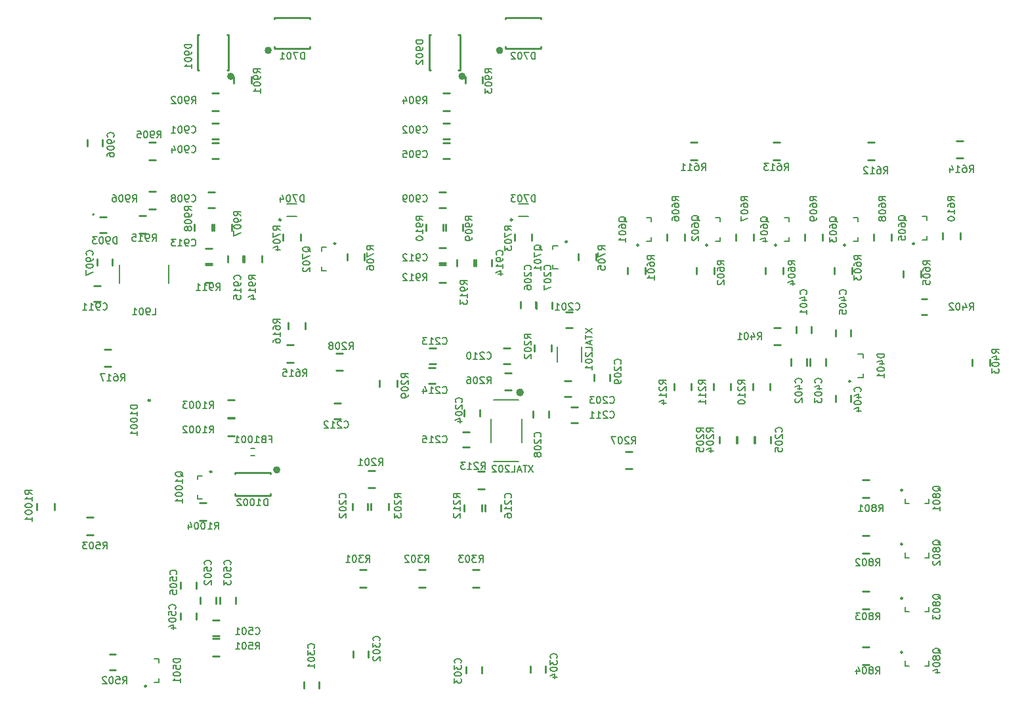
<source format=gbr>
G04 #@! TF.GenerationSoftware,KiCad,Pcbnew,5.0.2-bee76a0~70~ubuntu18.04.1*
G04 #@! TF.CreationDate,2019-01-12T17:32:51-05:00*
G04 #@! TF.ProjectId,Master_Board,4d617374-6572-45f4-926f-6172642e6b69,rev?*
G04 #@! TF.SameCoordinates,Original*
G04 #@! TF.FileFunction,Legend,Bot*
G04 #@! TF.FilePolarity,Positive*
%FSLAX46Y46*%
G04 Gerber Fmt 4.6, Leading zero omitted, Abs format (unit mm)*
G04 Created by KiCad (PCBNEW 5.0.2-bee76a0~70~ubuntu18.04.1) date Sat 12 Jan 2019 05:32:51 PM EST*
%MOMM*%
%LPD*%
G01*
G04 APERTURE LIST*
%ADD10C,0.254000*%
%ADD11C,0.203200*%
%ADD12C,0.250000*%
%ADD13C,0.508000*%
%ADD14C,0.127000*%
%ADD15C,0.150000*%
%ADD16C,0.500000*%
%ADD17C,0.300000*%
G04 APERTURE END LIST*
D10*
G04 #@! TO.C,C201*
X159258980Y-82286638D02*
X160108980Y-82286638D01*
X159258980Y-84286638D02*
X160108980Y-84286638D01*
G04 #@! TO.C,C202*
X131738116Y-107854511D02*
X131738116Y-107004511D01*
X133738116Y-107854511D02*
X133738116Y-107004511D01*
G04 #@! TO.C,C203*
X159963980Y-93176638D02*
X159113980Y-93176638D01*
X159963980Y-91176638D02*
X159113980Y-91176638D01*
G04 #@! TO.C,C204*
X146152645Y-95742319D02*
X146152645Y-94892319D01*
X148152645Y-95742319D02*
X148152645Y-94892319D01*
G04 #@! TO.C,C205*
X183673815Y-99245908D02*
X183673815Y-98395908D01*
X185673815Y-99245908D02*
X185673815Y-98395908D01*
G04 #@! TO.C,C206*
X155432000Y-80938184D02*
X155432000Y-81788184D01*
X153432000Y-80938184D02*
X153432000Y-81788184D01*
G04 #@! TO.C,C207*
X157508966Y-81008111D02*
X157508966Y-81858111D01*
X155508966Y-81008111D02*
X155508966Y-81858111D01*
G04 #@! TO.C,C208*
X157042645Y-95037319D02*
X157042645Y-95887319D01*
X155042645Y-95037319D02*
X155042645Y-95887319D01*
G04 #@! TO.C,C209*
X162957000Y-91168184D02*
X162957000Y-90318184D01*
X164957000Y-91168184D02*
X164957000Y-90318184D01*
G04 #@! TO.C,C210*
X151222000Y-86958184D02*
X152072000Y-86958184D01*
X151222000Y-88958184D02*
X152072000Y-88958184D01*
G04 #@! TO.C,C211*
X160817000Y-96578184D02*
X159967000Y-96578184D01*
X160817000Y-94578184D02*
X159967000Y-94578184D01*
G04 #@! TO.C,C212*
X129378000Y-94070184D02*
X130228000Y-94070184D01*
X129378000Y-96070184D02*
X130228000Y-96070184D01*
G04 #@! TO.C,C213*
X141697000Y-86958184D02*
X142547000Y-86958184D01*
X141697000Y-88958184D02*
X142547000Y-88958184D01*
G04 #@! TO.C,C214*
X142402000Y-91498184D02*
X141552000Y-91498184D01*
X142402000Y-89498184D02*
X141552000Y-89498184D01*
G04 #@! TO.C,C215*
X146847000Y-99753184D02*
X145997000Y-99753184D01*
X146847000Y-97753184D02*
X145997000Y-97753184D01*
G04 #@! TO.C,C216*
X148865035Y-107991648D02*
X148865035Y-107141648D01*
X150865035Y-107991648D02*
X150865035Y-107141648D01*
G04 #@! TO.C,C301*
X127492000Y-130013000D02*
X127492000Y-130863000D01*
X125492000Y-130013000D02*
X125492000Y-130863000D01*
G04 #@! TO.C,C302*
X131842000Y-126908000D02*
X131842000Y-126058000D01*
X133842000Y-126908000D02*
X133842000Y-126058000D01*
G04 #@! TO.C,C303*
X148447000Y-128108000D02*
X148447000Y-128958000D01*
X146447000Y-128108000D02*
X146447000Y-128958000D01*
G04 #@! TO.C,C304*
X154702000Y-128813000D02*
X154702000Y-127963000D01*
X156702000Y-128813000D02*
X156702000Y-127963000D01*
G04 #@! TO.C,C401*
X190992000Y-84113184D02*
X190992000Y-84963184D01*
X188992000Y-84113184D02*
X188992000Y-84963184D01*
G04 #@! TO.C,C402*
X190357000Y-88330212D02*
X190357000Y-89180212D01*
X188357000Y-88330212D02*
X188357000Y-89180212D01*
G04 #@! TO.C,C403*
X192791554Y-88330212D02*
X192791554Y-89180212D01*
X190791554Y-88330212D02*
X190791554Y-89180212D01*
G04 #@! TO.C,C404*
X196072000Y-93003184D02*
X196072000Y-93853184D01*
X194072000Y-93003184D02*
X194072000Y-93853184D01*
G04 #@! TO.C,C405*
X194072000Y-85453184D02*
X194072000Y-84603184D01*
X196072000Y-85453184D02*
X196072000Y-84603184D01*
G04 #@! TO.C,C501*
X113757000Y-122063000D02*
X114607000Y-122063000D01*
X113757000Y-124063000D02*
X114607000Y-124063000D01*
G04 #@! TO.C,C502*
X112157000Y-119923000D02*
X112157000Y-119073000D01*
X114157000Y-119923000D02*
X114157000Y-119073000D01*
G04 #@! TO.C,C503*
X114697000Y-119923000D02*
X114697000Y-119073000D01*
X116697000Y-119923000D02*
X116697000Y-119073000D01*
G04 #@! TO.C,C504*
X111617000Y-121123000D02*
X111617000Y-121973000D01*
X109617000Y-121123000D02*
X109617000Y-121973000D01*
G04 #@! TO.C,C505*
X109617000Y-118018000D02*
X109617000Y-117168000D01*
X111617000Y-118018000D02*
X111617000Y-117168000D01*
G04 #@! TO.C,C901*
X114462000Y-59928000D02*
X113612000Y-59928000D01*
X114462000Y-57928000D02*
X113612000Y-57928000D01*
G04 #@! TO.C,C902*
X144307000Y-59928000D02*
X143457000Y-59928000D01*
X144307000Y-57928000D02*
X143457000Y-57928000D01*
G04 #@! TO.C,C904*
X113612000Y-60468000D02*
X114462000Y-60468000D01*
X113612000Y-62468000D02*
X114462000Y-62468000D01*
G04 #@! TO.C,C905*
X143457000Y-60468000D02*
X144307000Y-60468000D01*
X143457000Y-62468000D02*
X144307000Y-62468000D01*
G04 #@! TO.C,C906*
X97552000Y-60868000D02*
X97552000Y-60018000D01*
X99552000Y-60868000D02*
X99552000Y-60018000D01*
G04 #@! TO.C,C907*
X100822000Y-75403000D02*
X100822000Y-76253000D01*
X98822000Y-75403000D02*
X98822000Y-76253000D01*
G04 #@! TO.C,C908*
X113122000Y-66818000D02*
X113972000Y-66818000D01*
X113122000Y-68818000D02*
X113972000Y-68818000D01*
G04 #@! TO.C,C909*
X142967000Y-66818000D02*
X143817000Y-66818000D01*
X142967000Y-68818000D02*
X143817000Y-68818000D01*
G04 #@! TO.C,C911*
X99222000Y-80883000D02*
X98372000Y-80883000D01*
X99222000Y-78883000D02*
X98372000Y-78883000D01*
G04 #@! TO.C,C912*
X143763317Y-75954153D02*
X142913317Y-75954153D01*
X143763317Y-73954153D02*
X142913317Y-73954153D01*
G04 #@! TO.C,C913*
X112808431Y-74046929D02*
X113658431Y-74046929D01*
X112808431Y-76046929D02*
X113658431Y-76046929D01*
G04 #@! TO.C,C914*
X147717000Y-76373098D02*
X147717000Y-75523098D01*
X149717000Y-76373098D02*
X149717000Y-75523098D01*
G04 #@! TO.C,C915*
X115650023Y-75827967D02*
X115650023Y-74977967D01*
X117650023Y-75827967D02*
X117650023Y-74977967D01*
D11*
G04 #@! TO.C,D401*
X197627000Y-88212184D02*
X197627000Y-87728184D01*
X197627000Y-90244184D02*
X197627000Y-90728184D01*
X197627000Y-90728184D02*
X196977000Y-90728184D01*
X197627000Y-87728184D02*
X196977000Y-87728184D01*
D12*
X195988803Y-91228184D02*
G75*
G03X195988803Y-91228184I-111803J0D01*
G01*
D11*
G04 #@! TO.C,D501*
X106822000Y-127582184D02*
X106822000Y-127098184D01*
X106822000Y-129614184D02*
X106822000Y-130098184D01*
X106822000Y-130098184D02*
X106172000Y-130098184D01*
X106822000Y-127098184D02*
X106172000Y-127098184D01*
D12*
X105183803Y-130598184D02*
G75*
G03X105183803Y-130598184I-111803J0D01*
G01*
D10*
G04 #@! TO.C,D701*
X126252000Y-48228000D02*
X121652000Y-48228000D01*
X121652000Y-44228000D02*
X126252000Y-44228000D01*
X121652000Y-48228000D02*
X121652000Y-48028000D01*
X126252000Y-48228000D02*
X126252000Y-48028000D01*
X126252000Y-44228000D02*
X126252000Y-44428000D01*
X121652000Y-44228000D02*
X121652000Y-44428000D01*
D13*
X121111545Y-48488000D02*
G75*
G03X121111545Y-48488000I-219545J0D01*
G01*
D10*
G04 #@! TO.C,D702*
X156097000Y-48228000D02*
X151497000Y-48228000D01*
X151497000Y-44228000D02*
X156097000Y-44228000D01*
X151497000Y-48228000D02*
X151497000Y-48028000D01*
X156097000Y-48228000D02*
X156097000Y-48028000D01*
X156097000Y-44228000D02*
X156097000Y-44428000D01*
X151497000Y-44228000D02*
X151497000Y-44428000D01*
D13*
X150956545Y-48488000D02*
G75*
G03X150956545Y-48488000I-219545J0D01*
G01*
D14*
G04 #@! TO.C,D703*
X154447000Y-69888000D02*
X153147000Y-69888000D01*
X153147000Y-68288000D02*
X154447000Y-68288000D01*
D10*
X152398300Y-70358000D02*
G75*
G03X152398300Y-70358000I-125300J0D01*
G01*
D14*
G04 #@! TO.C,D704*
X124602000Y-69888000D02*
X123302000Y-69888000D01*
X123302000Y-68288000D02*
X124602000Y-68288000D01*
D10*
X122553300Y-70358000D02*
G75*
G03X122553300Y-70358000I-125300J0D01*
G01*
G04 #@! TO.C,D901*
X115792000Y-46468000D02*
X115792000Y-51068000D01*
X111792000Y-51068000D02*
X111792000Y-46468000D01*
X115792000Y-51068000D02*
X115592000Y-51068000D01*
X115792000Y-46468000D02*
X115592000Y-46468000D01*
X111792000Y-46468000D02*
X111992000Y-46468000D01*
X111792000Y-51068000D02*
X111992000Y-51068000D01*
D13*
X116271545Y-51828000D02*
G75*
G03X116271545Y-51828000I-219545J0D01*
G01*
D10*
G04 #@! TO.C,D902*
X145637000Y-46468000D02*
X145637000Y-51068000D01*
X141637000Y-51068000D02*
X141637000Y-46468000D01*
X145637000Y-51068000D02*
X145437000Y-51068000D01*
X145637000Y-46468000D02*
X145437000Y-46468000D01*
X141637000Y-46468000D02*
X141837000Y-46468000D01*
X141637000Y-51068000D02*
X141837000Y-51068000D01*
D13*
X146116545Y-51828000D02*
G75*
G03X146116545Y-51828000I-219545J0D01*
G01*
D10*
G04 #@! TO.C,D903*
X99152000Y-69993000D02*
X100002000Y-69993000D01*
X99152000Y-71993000D02*
X100002000Y-71993000D01*
D11*
X98453980Y-69693000D02*
G75*
G03X98453980Y-69693000I-101980J0D01*
G01*
D15*
G04 #@! TO.C,L901*
X108102000Y-76143000D02*
X108102000Y-78543000D01*
X101702000Y-76143000D02*
X101702000Y-78543000D01*
D11*
G04 #@! TO.C,Q601*
X170322000Y-70612000D02*
X170322000Y-70128000D01*
X170322000Y-72644000D02*
X170322000Y-73128000D01*
X170322000Y-73128000D02*
X169672000Y-73128000D01*
X170322000Y-70128000D02*
X169672000Y-70128000D01*
D12*
X168683803Y-73628000D02*
G75*
G03X168683803Y-73628000I-111803J0D01*
G01*
D11*
G04 #@! TO.C,Q602*
X179212000Y-70612000D02*
X179212000Y-70128000D01*
X179212000Y-72644000D02*
X179212000Y-73128000D01*
X179212000Y-73128000D02*
X178562000Y-73128000D01*
X179212000Y-70128000D02*
X178562000Y-70128000D01*
D12*
X177573803Y-73628000D02*
G75*
G03X177573803Y-73628000I-111803J0D01*
G01*
D11*
G04 #@! TO.C,Q603*
X196992000Y-70612000D02*
X196992000Y-70128000D01*
X196992000Y-72644000D02*
X196992000Y-73128000D01*
X196992000Y-73128000D02*
X196342000Y-73128000D01*
X196992000Y-70128000D02*
X196342000Y-70128000D01*
D12*
X195353803Y-73628000D02*
G75*
G03X195353803Y-73628000I-111803J0D01*
G01*
D11*
G04 #@! TO.C,Q604*
X188102000Y-70612000D02*
X188102000Y-70128000D01*
X188102000Y-72644000D02*
X188102000Y-73128000D01*
X188102000Y-73128000D02*
X187452000Y-73128000D01*
X188102000Y-70128000D02*
X187452000Y-70128000D01*
D12*
X186463803Y-73628000D02*
G75*
G03X186463803Y-73628000I-111803J0D01*
G01*
D11*
G04 #@! TO.C,Q701*
X157592000Y-76202817D02*
X157592000Y-76686817D01*
X157592000Y-74170817D02*
X157592000Y-73686817D01*
X157592000Y-73686817D02*
X158242000Y-73686817D01*
X157592000Y-76686817D02*
X158242000Y-76686817D01*
D12*
X159453803Y-73186817D02*
G75*
G03X159453803Y-73186817I-111803J0D01*
G01*
D11*
G04 #@! TO.C,Q702*
X127747000Y-76454000D02*
X127747000Y-76938000D01*
X127747000Y-74422000D02*
X127747000Y-73938000D01*
X127747000Y-73938000D02*
X128397000Y-73938000D01*
X127747000Y-76938000D02*
X128397000Y-76938000D01*
D12*
X129608803Y-73438000D02*
G75*
G03X129608803Y-73438000I-111803J0D01*
G01*
D11*
G04 #@! TO.C,Q804*
X205613000Y-127978184D02*
X206097000Y-127978184D01*
X203581000Y-127978184D02*
X203097000Y-127978184D01*
X203097000Y-127978184D02*
X203097000Y-127328184D01*
X206097000Y-127978184D02*
X206097000Y-127328184D01*
D12*
X202708803Y-126228184D02*
G75*
G03X202708803Y-126228184I-111803J0D01*
G01*
D11*
G04 #@! TO.C,Q801*
X205613000Y-107023184D02*
X206097000Y-107023184D01*
X203581000Y-107023184D02*
X203097000Y-107023184D01*
X203097000Y-107023184D02*
X203097000Y-106373184D01*
X206097000Y-107023184D02*
X206097000Y-106373184D01*
D12*
X202708803Y-105273184D02*
G75*
G03X202708803Y-105273184I-111803J0D01*
G01*
D11*
G04 #@! TO.C,Q802*
X205613000Y-114008184D02*
X206097000Y-114008184D01*
X203581000Y-114008184D02*
X203097000Y-114008184D01*
X203097000Y-114008184D02*
X203097000Y-113358184D01*
X206097000Y-114008184D02*
X206097000Y-113358184D01*
D12*
X202708803Y-112258184D02*
G75*
G03X202708803Y-112258184I-111803J0D01*
G01*
D11*
G04 #@! TO.C,Q803*
X205613000Y-120993184D02*
X206097000Y-120993184D01*
X203581000Y-120993184D02*
X203097000Y-120993184D01*
X203097000Y-120993184D02*
X203097000Y-120343184D01*
X206097000Y-120993184D02*
X206097000Y-120343184D01*
D12*
X202708803Y-119243184D02*
G75*
G03X202708803Y-119243184I-111803J0D01*
G01*
D10*
G04 #@! TO.C,R201*
X134678116Y-104991511D02*
X133828116Y-104991511D01*
X134678116Y-102737511D02*
X133828116Y-102737511D01*
G04 #@! TO.C,R202*
X155210000Y-87358184D02*
X155210000Y-86508184D01*
X157464000Y-87358184D02*
X157464000Y-86508184D01*
G04 #@! TO.C,R203*
X136405116Y-107004511D02*
X136405116Y-107854511D01*
X134151116Y-107004511D02*
X134151116Y-107854511D01*
G04 #@! TO.C,R204*
X181324315Y-99245908D02*
X181324315Y-98395908D01*
X183578315Y-99245908D02*
X183578315Y-98395908D01*
G04 #@! TO.C,R205*
X179101815Y-99245908D02*
X179101815Y-98395908D01*
X181355815Y-99245908D02*
X181355815Y-98395908D01*
G04 #@! TO.C,R206*
X152267645Y-92389319D02*
X151417645Y-92389319D01*
X152267645Y-90135319D02*
X151417645Y-90135319D01*
G04 #@! TO.C,R208*
X129632000Y-87593184D02*
X130482000Y-87593184D01*
X129632000Y-89847184D02*
X130482000Y-89847184D01*
G04 #@! TO.C,R209*
X135271000Y-91930184D02*
X135271000Y-91080184D01*
X137525000Y-91930184D02*
X137525000Y-91080184D01*
G04 #@! TO.C,R210*
X185658000Y-91532000D02*
X185658000Y-92382000D01*
X183404000Y-91532000D02*
X183404000Y-92382000D01*
G04 #@! TO.C,R211*
X180578000Y-91532000D02*
X180578000Y-92382000D01*
X178324000Y-91532000D02*
X178324000Y-92382000D01*
G04 #@! TO.C,R212*
X148452035Y-107141648D02*
X148452035Y-107991648D01*
X146198035Y-107141648D02*
X146198035Y-107991648D01*
G04 #@! TO.C,R213*
X147925035Y-102874648D02*
X148775035Y-102874648D01*
X147925035Y-105128648D02*
X148775035Y-105128648D01*
G04 #@! TO.C,R214*
X175498000Y-91532000D02*
X175498000Y-92382000D01*
X173244000Y-91532000D02*
X173244000Y-92382000D01*
G04 #@! TO.C,R207*
X167802000Y-102547184D02*
X166952000Y-102547184D01*
X167802000Y-100293184D02*
X166952000Y-100293184D01*
G04 #@! TO.C,R301*
X133512000Y-117840000D02*
X132662000Y-117840000D01*
X133512000Y-115586000D02*
X132662000Y-115586000D01*
G04 #@! TO.C,R302*
X141132000Y-117840000D02*
X140282000Y-117840000D01*
X141132000Y-115586000D02*
X140282000Y-115586000D01*
G04 #@! TO.C,R303*
X148117000Y-117840000D02*
X147267000Y-117840000D01*
X148117000Y-115586000D02*
X147267000Y-115586000D01*
G04 #@! TO.C,R401*
X186147000Y-84291184D02*
X186997000Y-84291184D01*
X186147000Y-86545184D02*
X186997000Y-86545184D01*
G04 #@! TO.C,R402*
X205162000Y-80608184D02*
X205862000Y-80608184D01*
X205162000Y-82608184D02*
X205862000Y-82608184D01*
G04 #@! TO.C,R403*
X211725000Y-89263184D02*
X211725000Y-88413184D01*
X213979000Y-89263184D02*
X213979000Y-88413184D01*
G04 #@! TO.C,R501*
X114607000Y-126730000D02*
X113757000Y-126730000D01*
X114607000Y-124476000D02*
X113757000Y-124476000D01*
G04 #@! TO.C,R502*
X101162000Y-128508000D02*
X100462000Y-128508000D01*
X101162000Y-126508000D02*
X100462000Y-126508000D01*
G04 #@! TO.C,R601*
X167275000Y-77378000D02*
X167275000Y-76528000D01*
X169529000Y-77378000D02*
X169529000Y-76528000D01*
G04 #@! TO.C,R602*
X176165000Y-77378000D02*
X176165000Y-76528000D01*
X178419000Y-77378000D02*
X178419000Y-76528000D01*
G04 #@! TO.C,R603*
X193945000Y-77378000D02*
X193945000Y-76528000D01*
X196199000Y-77378000D02*
X196199000Y-76528000D01*
G04 #@! TO.C,R604*
X185055000Y-77378000D02*
X185055000Y-76528000D01*
X187309000Y-77378000D02*
X187309000Y-76528000D01*
G04 #@! TO.C,R606*
X174609000Y-72228000D02*
X174609000Y-73078000D01*
X172355000Y-72228000D02*
X172355000Y-73078000D01*
G04 #@! TO.C,R607*
X183499000Y-72228000D02*
X183499000Y-73078000D01*
X181245000Y-72228000D02*
X181245000Y-73078000D01*
G04 #@! TO.C,R608*
X201279000Y-72228000D02*
X201279000Y-73078000D01*
X199025000Y-72228000D02*
X199025000Y-73078000D01*
G04 #@! TO.C,R609*
X192389000Y-72228000D02*
X192389000Y-73078000D01*
X190135000Y-72228000D02*
X190135000Y-73078000D01*
G04 #@! TO.C,R611*
X175352000Y-60341000D02*
X176202000Y-60341000D01*
X175352000Y-62595000D02*
X176202000Y-62595000D01*
G04 #@! TO.C,R612*
X198212000Y-60341000D02*
X199062000Y-60341000D01*
X198212000Y-62595000D02*
X199062000Y-62595000D01*
G04 #@! TO.C,R613*
X186002000Y-60341000D02*
X186852000Y-60341000D01*
X186002000Y-62595000D02*
X186852000Y-62595000D01*
G04 #@! TO.C,R615*
X123282000Y-86503000D02*
X124132000Y-86503000D01*
X123282000Y-88757000D02*
X124132000Y-88757000D01*
G04 #@! TO.C,R616*
X125714000Y-83658000D02*
X125714000Y-84508000D01*
X123460000Y-83658000D02*
X123460000Y-84508000D01*
G04 #@! TO.C,R703*
X154924000Y-72228000D02*
X154924000Y-73078000D01*
X152670000Y-72228000D02*
X152670000Y-73078000D01*
G04 #@! TO.C,R704*
X125079000Y-72228000D02*
X125079000Y-73078000D01*
X122825000Y-72228000D02*
X122825000Y-73078000D01*
G04 #@! TO.C,R705*
X163179000Y-74768000D02*
X163179000Y-75618000D01*
X160925000Y-74768000D02*
X160925000Y-75618000D01*
G04 #@! TO.C,R706*
X133334000Y-74768000D02*
X133334000Y-75618000D01*
X131080000Y-74768000D02*
X131080000Y-75618000D01*
G04 #@! TO.C,R804*
X197577000Y-125566184D02*
X198427000Y-125566184D01*
X197577000Y-127820184D02*
X198427000Y-127820184D01*
G04 #@! TO.C,R901*
X118729000Y-51908000D02*
X118729000Y-52758000D01*
X116475000Y-51908000D02*
X116475000Y-52758000D01*
G04 #@! TO.C,R902*
X114462000Y-56245000D02*
X113612000Y-56245000D01*
X114462000Y-53991000D02*
X113612000Y-53991000D01*
G04 #@! TO.C,R903*
X148574000Y-51908000D02*
X148574000Y-52758000D01*
X146320000Y-51908000D02*
X146320000Y-52758000D01*
G04 #@! TO.C,R904*
X144307000Y-56245000D02*
X143457000Y-56245000D01*
X144307000Y-53991000D02*
X143457000Y-53991000D01*
G04 #@! TO.C,R907*
X116189000Y-70958000D02*
X116189000Y-71808000D01*
X113935000Y-70958000D02*
X113935000Y-71808000D01*
G04 #@! TO.C,R908*
X113649000Y-70958000D02*
X113649000Y-71808000D01*
X111395000Y-70958000D02*
X111395000Y-71808000D01*
G04 #@! TO.C,R909*
X146034000Y-70958000D02*
X146034000Y-71808000D01*
X143780000Y-70958000D02*
X143780000Y-71808000D01*
G04 #@! TO.C,R910*
X143494000Y-70958000D02*
X143494000Y-71808000D01*
X141240000Y-70958000D02*
X141240000Y-71808000D01*
G04 #@! TO.C,R911*
X112808431Y-76216000D02*
X113658431Y-76216000D01*
X112808431Y-78470000D02*
X113658431Y-78470000D01*
G04 #@! TO.C,R912*
X142913317Y-76216000D02*
X143763317Y-76216000D01*
X142913317Y-78470000D02*
X143763317Y-78470000D01*
G04 #@! TO.C,R913*
X147454744Y-75518098D02*
X147454744Y-76368098D01*
X145200744Y-75518098D02*
X145200744Y-76368098D01*
G04 #@! TO.C,R914*
X120073094Y-74977967D02*
X120073094Y-75827967D01*
X117819094Y-74977967D02*
X117819094Y-75827967D01*
G04 #@! TO.C,R915*
X104232000Y-69866000D02*
X105082000Y-69866000D01*
X104232000Y-72120000D02*
X105082000Y-72120000D01*
G04 #@! TO.C,R905*
X105502000Y-60341000D02*
X106352000Y-60341000D01*
X105502000Y-62595000D02*
X106352000Y-62595000D01*
G04 #@! TO.C,R906*
X105502000Y-66691000D02*
X106352000Y-66691000D01*
X105502000Y-68945000D02*
X106352000Y-68945000D01*
G04 #@! TO.C,R1001*
X93329000Y-106973184D02*
X93329000Y-107823184D01*
X91075000Y-106973184D02*
X91075000Y-107823184D01*
G04 #@! TO.C,R801*
X197577000Y-103976184D02*
X198427000Y-103976184D01*
X197577000Y-106230184D02*
X198427000Y-106230184D01*
G04 #@! TO.C,R802*
X197577000Y-111172850D02*
X198427000Y-111172850D01*
X197577000Y-113426850D02*
X198427000Y-113426850D01*
G04 #@! TO.C,R803*
X197577000Y-118369516D02*
X198427000Y-118369516D01*
X197577000Y-120623516D02*
X198427000Y-120623516D01*
G04 #@! TO.C,R1002*
X115662000Y-96028000D02*
X116512000Y-96028000D01*
X115662000Y-98282000D02*
X116512000Y-98282000D01*
G04 #@! TO.C,R1003*
X115662000Y-93615000D02*
X116512000Y-93615000D01*
X115662000Y-95869000D02*
X116512000Y-95869000D01*
D11*
G04 #@! TO.C,XTAL202*
X153197645Y-101612319D02*
X149997645Y-101612319D01*
X149597645Y-99112319D02*
X149597645Y-96112319D01*
X149997645Y-93612319D02*
X153197645Y-93612319D01*
X153597645Y-96112319D02*
X153597645Y-99112319D01*
D16*
X153629645Y-92659319D02*
G75*
G03X153629645Y-92659319I-254000J0D01*
G01*
D15*
G04 #@! TO.C,FB1001*
X118618000Y-99847400D02*
X119126000Y-99847400D01*
X118618000Y-100812600D02*
X119126000Y-100812600D01*
G04 #@! TO.C,XTAL201*
X158149164Y-88731638D02*
X158149164Y-86731638D01*
X161349164Y-88731638D02*
X161349164Y-86731638D01*
D11*
G04 #@! TO.C,Q605*
X205882000Y-70432184D02*
X205882000Y-69948184D01*
X205882000Y-72464184D02*
X205882000Y-72948184D01*
X205882000Y-72948184D02*
X205232000Y-72948184D01*
X205882000Y-69948184D02*
X205232000Y-69948184D01*
D12*
X204243803Y-73448184D02*
G75*
G03X204243803Y-73448184I-111803J0D01*
G01*
D10*
G04 #@! TO.C,R605*
X202835000Y-77833184D02*
X202835000Y-76983184D01*
X205089000Y-77833184D02*
X205089000Y-76983184D01*
G04 #@! TO.C,R610*
X210169000Y-72048184D02*
X210169000Y-72898184D01*
X207915000Y-72048184D02*
X207915000Y-72898184D01*
G04 #@! TO.C,R614*
X209642000Y-60161184D02*
X210492000Y-60161184D01*
X209642000Y-62415184D02*
X210492000Y-62415184D01*
D17*
G04 #@! TO.C,D1001*
X105637000Y-93673184D02*
G75*
G03X105637000Y-93673184I-100000J0D01*
G01*
D10*
G04 #@! TO.C,R503*
X97501000Y-108802184D02*
X98351000Y-108802184D01*
X97501000Y-111056184D02*
X98351000Y-111056184D01*
G04 #@! TO.C,R617*
X99787000Y-89339184D02*
X100637000Y-89339184D01*
X99787000Y-87085184D02*
X100637000Y-87085184D01*
G04 #@! TO.C,D1002*
X121172000Y-105943184D02*
X121172000Y-105768184D01*
X116572000Y-105943184D02*
X116572000Y-105768184D01*
X116572000Y-102993184D02*
X116572000Y-103168184D01*
X121172000Y-102993184D02*
X121172000Y-103168184D01*
D13*
X122211545Y-102668184D02*
G75*
G03X122211545Y-102668184I-219545J0D01*
G01*
D10*
X121172000Y-105943184D02*
X116572000Y-105943184D01*
X116572000Y-102993184D02*
X121172000Y-102993184D01*
D12*
G04 #@! TO.C,Q1001*
X113607417Y-102906226D02*
G75*
G03X113607417Y-102906226I-111803J0D01*
G01*
D11*
X111745614Y-106406226D02*
X112395614Y-106406226D01*
X111745614Y-103406226D02*
X112395614Y-103406226D01*
X111745614Y-103890226D02*
X111745614Y-103406226D01*
X111745614Y-105922226D02*
X111745614Y-106406226D01*
D10*
G04 #@! TO.C,R1004*
X112895614Y-106954226D02*
X112045614Y-106954226D01*
X112895614Y-109208226D02*
X112045614Y-109208226D01*
G04 #@! TO.C,C201*
D11*
X160519142Y-81929612D02*
X160562000Y-81972469D01*
X160690571Y-82015326D01*
X160776285Y-82015326D01*
X160904857Y-81972469D01*
X160990571Y-81886755D01*
X161033428Y-81801041D01*
X161076285Y-81629612D01*
X161076285Y-81501041D01*
X161033428Y-81329612D01*
X160990571Y-81243898D01*
X160904857Y-81158184D01*
X160776285Y-81115326D01*
X160690571Y-81115326D01*
X160562000Y-81158184D01*
X160519142Y-81201041D01*
X160176285Y-81201041D02*
X160133428Y-81158184D01*
X160047714Y-81115326D01*
X159833428Y-81115326D01*
X159747714Y-81158184D01*
X159704857Y-81201041D01*
X159662000Y-81286755D01*
X159662000Y-81372469D01*
X159704857Y-81501041D01*
X160219142Y-82015326D01*
X159662000Y-82015326D01*
X159104857Y-81115326D02*
X159019142Y-81115326D01*
X158933428Y-81158184D01*
X158890571Y-81201041D01*
X158847714Y-81286755D01*
X158804857Y-81458184D01*
X158804857Y-81672469D01*
X158847714Y-81843898D01*
X158890571Y-81929612D01*
X158933428Y-81972469D01*
X159019142Y-82015326D01*
X159104857Y-82015326D01*
X159190571Y-81972469D01*
X159233428Y-81929612D01*
X159276285Y-81843898D01*
X159319142Y-81672469D01*
X159319142Y-81458184D01*
X159276285Y-81286755D01*
X159233428Y-81201041D01*
X159190571Y-81158184D01*
X159104857Y-81115326D01*
X157947714Y-82015326D02*
X158462000Y-82015326D01*
X158204857Y-82015326D02*
X158204857Y-81115326D01*
X158290571Y-81243898D01*
X158376285Y-81329612D01*
X158462000Y-81372469D01*
G04 #@! TO.C,C202*
X130877428Y-106255041D02*
X130920285Y-106212184D01*
X130963142Y-106083612D01*
X130963142Y-105997898D01*
X130920285Y-105869326D01*
X130834571Y-105783612D01*
X130748857Y-105740755D01*
X130577428Y-105697898D01*
X130448857Y-105697898D01*
X130277428Y-105740755D01*
X130191714Y-105783612D01*
X130106000Y-105869326D01*
X130063142Y-105997898D01*
X130063142Y-106083612D01*
X130106000Y-106212184D01*
X130148857Y-106255041D01*
X130148857Y-106597898D02*
X130106000Y-106640755D01*
X130063142Y-106726469D01*
X130063142Y-106940755D01*
X130106000Y-107026469D01*
X130148857Y-107069326D01*
X130234571Y-107112184D01*
X130320285Y-107112184D01*
X130448857Y-107069326D01*
X130963142Y-106555041D01*
X130963142Y-107112184D01*
X130063142Y-107669326D02*
X130063142Y-107755041D01*
X130106000Y-107840755D01*
X130148857Y-107883612D01*
X130234571Y-107926469D01*
X130406000Y-107969326D01*
X130620285Y-107969326D01*
X130791714Y-107926469D01*
X130877428Y-107883612D01*
X130920285Y-107840755D01*
X130963142Y-107755041D01*
X130963142Y-107669326D01*
X130920285Y-107583612D01*
X130877428Y-107540755D01*
X130791714Y-107497898D01*
X130620285Y-107455041D01*
X130406000Y-107455041D01*
X130234571Y-107497898D01*
X130148857Y-107540755D01*
X130106000Y-107583612D01*
X130063142Y-107669326D01*
X130148857Y-108312184D02*
X130106000Y-108355041D01*
X130063142Y-108440755D01*
X130063142Y-108655041D01*
X130106000Y-108740755D01*
X130148857Y-108783612D01*
X130234571Y-108826469D01*
X130320285Y-108826469D01*
X130448857Y-108783612D01*
X130963142Y-108269326D01*
X130963142Y-108826469D01*
G04 #@! TO.C,C203*
X164964142Y-93994612D02*
X165007000Y-94037469D01*
X165135571Y-94080326D01*
X165221285Y-94080326D01*
X165349857Y-94037469D01*
X165435571Y-93951755D01*
X165478428Y-93866041D01*
X165521285Y-93694612D01*
X165521285Y-93566041D01*
X165478428Y-93394612D01*
X165435571Y-93308898D01*
X165349857Y-93223184D01*
X165221285Y-93180326D01*
X165135571Y-93180326D01*
X165007000Y-93223184D01*
X164964142Y-93266041D01*
X164621285Y-93266041D02*
X164578428Y-93223184D01*
X164492714Y-93180326D01*
X164278428Y-93180326D01*
X164192714Y-93223184D01*
X164149857Y-93266041D01*
X164107000Y-93351755D01*
X164107000Y-93437469D01*
X164149857Y-93566041D01*
X164664142Y-94080326D01*
X164107000Y-94080326D01*
X163549857Y-93180326D02*
X163464142Y-93180326D01*
X163378428Y-93223184D01*
X163335571Y-93266041D01*
X163292714Y-93351755D01*
X163249857Y-93523184D01*
X163249857Y-93737469D01*
X163292714Y-93908898D01*
X163335571Y-93994612D01*
X163378428Y-94037469D01*
X163464142Y-94080326D01*
X163549857Y-94080326D01*
X163635571Y-94037469D01*
X163678428Y-93994612D01*
X163721285Y-93908898D01*
X163764142Y-93737469D01*
X163764142Y-93523184D01*
X163721285Y-93351755D01*
X163678428Y-93266041D01*
X163635571Y-93223184D01*
X163549857Y-93180326D01*
X162949857Y-93180326D02*
X162392714Y-93180326D01*
X162692714Y-93523184D01*
X162564142Y-93523184D01*
X162478428Y-93566041D01*
X162435571Y-93608898D01*
X162392714Y-93694612D01*
X162392714Y-93908898D01*
X162435571Y-93994612D01*
X162478428Y-94037469D01*
X162564142Y-94080326D01*
X162821285Y-94080326D01*
X162907000Y-94037469D01*
X162949857Y-93994612D01*
G04 #@! TO.C,C204*
X145863428Y-93936041D02*
X145906285Y-93893184D01*
X145949142Y-93764612D01*
X145949142Y-93678898D01*
X145906285Y-93550326D01*
X145820571Y-93464612D01*
X145734857Y-93421755D01*
X145563428Y-93378898D01*
X145434857Y-93378898D01*
X145263428Y-93421755D01*
X145177714Y-93464612D01*
X145092000Y-93550326D01*
X145049142Y-93678898D01*
X145049142Y-93764612D01*
X145092000Y-93893184D01*
X145134857Y-93936041D01*
X145134857Y-94278898D02*
X145092000Y-94321755D01*
X145049142Y-94407469D01*
X145049142Y-94621755D01*
X145092000Y-94707469D01*
X145134857Y-94750326D01*
X145220571Y-94793184D01*
X145306285Y-94793184D01*
X145434857Y-94750326D01*
X145949142Y-94236041D01*
X145949142Y-94793184D01*
X145049142Y-95350326D02*
X145049142Y-95436041D01*
X145092000Y-95521755D01*
X145134857Y-95564612D01*
X145220571Y-95607469D01*
X145392000Y-95650326D01*
X145606285Y-95650326D01*
X145777714Y-95607469D01*
X145863428Y-95564612D01*
X145906285Y-95521755D01*
X145949142Y-95436041D01*
X145949142Y-95350326D01*
X145906285Y-95264612D01*
X145863428Y-95221755D01*
X145777714Y-95178898D01*
X145606285Y-95136041D01*
X145392000Y-95136041D01*
X145220571Y-95178898D01*
X145134857Y-95221755D01*
X145092000Y-95264612D01*
X145049142Y-95350326D01*
X145349142Y-96421755D02*
X145949142Y-96421755D01*
X145006285Y-96207469D02*
X145649142Y-95993184D01*
X145649142Y-96550326D01*
G04 #@! TO.C,C205*
X187138428Y-97746041D02*
X187181285Y-97703184D01*
X187224142Y-97574612D01*
X187224142Y-97488898D01*
X187181285Y-97360326D01*
X187095571Y-97274612D01*
X187009857Y-97231755D01*
X186838428Y-97188898D01*
X186709857Y-97188898D01*
X186538428Y-97231755D01*
X186452714Y-97274612D01*
X186367000Y-97360326D01*
X186324142Y-97488898D01*
X186324142Y-97574612D01*
X186367000Y-97703184D01*
X186409857Y-97746041D01*
X186409857Y-98088898D02*
X186367000Y-98131755D01*
X186324142Y-98217469D01*
X186324142Y-98431755D01*
X186367000Y-98517469D01*
X186409857Y-98560326D01*
X186495571Y-98603184D01*
X186581285Y-98603184D01*
X186709857Y-98560326D01*
X187224142Y-98046041D01*
X187224142Y-98603184D01*
X186324142Y-99160326D02*
X186324142Y-99246041D01*
X186367000Y-99331755D01*
X186409857Y-99374612D01*
X186495571Y-99417469D01*
X186667000Y-99460326D01*
X186881285Y-99460326D01*
X187052714Y-99417469D01*
X187138428Y-99374612D01*
X187181285Y-99331755D01*
X187224142Y-99246041D01*
X187224142Y-99160326D01*
X187181285Y-99074612D01*
X187138428Y-99031755D01*
X187052714Y-98988898D01*
X186881285Y-98946041D01*
X186667000Y-98946041D01*
X186495571Y-98988898D01*
X186409857Y-99031755D01*
X186367000Y-99074612D01*
X186324142Y-99160326D01*
X186324142Y-100274612D02*
X186324142Y-99846041D01*
X186752714Y-99803184D01*
X186709857Y-99846041D01*
X186667000Y-99931755D01*
X186667000Y-100146041D01*
X186709857Y-100231755D01*
X186752714Y-100274612D01*
X186838428Y-100317469D01*
X187052714Y-100317469D01*
X187138428Y-100274612D01*
X187181285Y-100231755D01*
X187224142Y-100146041D01*
X187224142Y-99931755D01*
X187181285Y-99846041D01*
X187138428Y-99803184D01*
G04 #@! TO.C,C206*
X154753428Y-76791041D02*
X154796285Y-76748184D01*
X154839142Y-76619612D01*
X154839142Y-76533898D01*
X154796285Y-76405326D01*
X154710571Y-76319612D01*
X154624857Y-76276755D01*
X154453428Y-76233898D01*
X154324857Y-76233898D01*
X154153428Y-76276755D01*
X154067714Y-76319612D01*
X153982000Y-76405326D01*
X153939142Y-76533898D01*
X153939142Y-76619612D01*
X153982000Y-76748184D01*
X154024857Y-76791041D01*
X154024857Y-77133898D02*
X153982000Y-77176755D01*
X153939142Y-77262469D01*
X153939142Y-77476755D01*
X153982000Y-77562469D01*
X154024857Y-77605326D01*
X154110571Y-77648184D01*
X154196285Y-77648184D01*
X154324857Y-77605326D01*
X154839142Y-77091041D01*
X154839142Y-77648184D01*
X153939142Y-78205326D02*
X153939142Y-78291041D01*
X153982000Y-78376755D01*
X154024857Y-78419612D01*
X154110571Y-78462469D01*
X154282000Y-78505326D01*
X154496285Y-78505326D01*
X154667714Y-78462469D01*
X154753428Y-78419612D01*
X154796285Y-78376755D01*
X154839142Y-78291041D01*
X154839142Y-78205326D01*
X154796285Y-78119612D01*
X154753428Y-78076755D01*
X154667714Y-78033898D01*
X154496285Y-77991041D01*
X154282000Y-77991041D01*
X154110571Y-78033898D01*
X154024857Y-78076755D01*
X153982000Y-78119612D01*
X153939142Y-78205326D01*
X153939142Y-79276755D02*
X153939142Y-79105326D01*
X153982000Y-79019612D01*
X154024857Y-78976755D01*
X154153428Y-78891041D01*
X154324857Y-78848184D01*
X154667714Y-78848184D01*
X154753428Y-78891041D01*
X154796285Y-78933898D01*
X154839142Y-79019612D01*
X154839142Y-79191041D01*
X154796285Y-79276755D01*
X154753428Y-79319612D01*
X154667714Y-79362469D01*
X154453428Y-79362469D01*
X154367714Y-79319612D01*
X154324857Y-79276755D01*
X154282000Y-79191041D01*
X154282000Y-79019612D01*
X154324857Y-78933898D01*
X154367714Y-78891041D01*
X154453428Y-78848184D01*
G04 #@! TO.C,C207*
X157293428Y-76791041D02*
X157336285Y-76748184D01*
X157379142Y-76619612D01*
X157379142Y-76533898D01*
X157336285Y-76405326D01*
X157250571Y-76319612D01*
X157164857Y-76276755D01*
X156993428Y-76233898D01*
X156864857Y-76233898D01*
X156693428Y-76276755D01*
X156607714Y-76319612D01*
X156522000Y-76405326D01*
X156479142Y-76533898D01*
X156479142Y-76619612D01*
X156522000Y-76748184D01*
X156564857Y-76791041D01*
X156564857Y-77133898D02*
X156522000Y-77176755D01*
X156479142Y-77262469D01*
X156479142Y-77476755D01*
X156522000Y-77562469D01*
X156564857Y-77605326D01*
X156650571Y-77648184D01*
X156736285Y-77648184D01*
X156864857Y-77605326D01*
X157379142Y-77091041D01*
X157379142Y-77648184D01*
X156479142Y-78205326D02*
X156479142Y-78291041D01*
X156522000Y-78376755D01*
X156564857Y-78419612D01*
X156650571Y-78462469D01*
X156822000Y-78505326D01*
X157036285Y-78505326D01*
X157207714Y-78462469D01*
X157293428Y-78419612D01*
X157336285Y-78376755D01*
X157379142Y-78291041D01*
X157379142Y-78205326D01*
X157336285Y-78119612D01*
X157293428Y-78076755D01*
X157207714Y-78033898D01*
X157036285Y-77991041D01*
X156822000Y-77991041D01*
X156650571Y-78033898D01*
X156564857Y-78076755D01*
X156522000Y-78119612D01*
X156479142Y-78205326D01*
X156479142Y-78805326D02*
X156479142Y-79405326D01*
X157379142Y-79019612D01*
G04 #@! TO.C,C208*
X156023428Y-98381041D02*
X156066285Y-98338184D01*
X156109142Y-98209612D01*
X156109142Y-98123898D01*
X156066285Y-97995326D01*
X155980571Y-97909612D01*
X155894857Y-97866755D01*
X155723428Y-97823898D01*
X155594857Y-97823898D01*
X155423428Y-97866755D01*
X155337714Y-97909612D01*
X155252000Y-97995326D01*
X155209142Y-98123898D01*
X155209142Y-98209612D01*
X155252000Y-98338184D01*
X155294857Y-98381041D01*
X155294857Y-98723898D02*
X155252000Y-98766755D01*
X155209142Y-98852469D01*
X155209142Y-99066755D01*
X155252000Y-99152469D01*
X155294857Y-99195326D01*
X155380571Y-99238184D01*
X155466285Y-99238184D01*
X155594857Y-99195326D01*
X156109142Y-98681041D01*
X156109142Y-99238184D01*
X155209142Y-99795326D02*
X155209142Y-99881041D01*
X155252000Y-99966755D01*
X155294857Y-100009612D01*
X155380571Y-100052469D01*
X155552000Y-100095326D01*
X155766285Y-100095326D01*
X155937714Y-100052469D01*
X156023428Y-100009612D01*
X156066285Y-99966755D01*
X156109142Y-99881041D01*
X156109142Y-99795326D01*
X156066285Y-99709612D01*
X156023428Y-99666755D01*
X155937714Y-99623898D01*
X155766285Y-99581041D01*
X155552000Y-99581041D01*
X155380571Y-99623898D01*
X155294857Y-99666755D01*
X155252000Y-99709612D01*
X155209142Y-99795326D01*
X155594857Y-100609612D02*
X155552000Y-100523898D01*
X155509142Y-100481041D01*
X155423428Y-100438184D01*
X155380571Y-100438184D01*
X155294857Y-100481041D01*
X155252000Y-100523898D01*
X155209142Y-100609612D01*
X155209142Y-100781041D01*
X155252000Y-100866755D01*
X155294857Y-100909612D01*
X155380571Y-100952469D01*
X155423428Y-100952469D01*
X155509142Y-100909612D01*
X155552000Y-100866755D01*
X155594857Y-100781041D01*
X155594857Y-100609612D01*
X155637714Y-100523898D01*
X155680571Y-100481041D01*
X155766285Y-100438184D01*
X155937714Y-100438184D01*
X156023428Y-100481041D01*
X156066285Y-100523898D01*
X156109142Y-100609612D01*
X156109142Y-100781041D01*
X156066285Y-100866755D01*
X156023428Y-100909612D01*
X155937714Y-100952469D01*
X155766285Y-100952469D01*
X155680571Y-100909612D01*
X155637714Y-100866755D01*
X155594857Y-100781041D01*
G04 #@! TO.C,C209*
X166328428Y-88971041D02*
X166371285Y-88928184D01*
X166414142Y-88799612D01*
X166414142Y-88713898D01*
X166371285Y-88585326D01*
X166285571Y-88499612D01*
X166199857Y-88456755D01*
X166028428Y-88413898D01*
X165899857Y-88413898D01*
X165728428Y-88456755D01*
X165642714Y-88499612D01*
X165557000Y-88585326D01*
X165514142Y-88713898D01*
X165514142Y-88799612D01*
X165557000Y-88928184D01*
X165599857Y-88971041D01*
X165599857Y-89313898D02*
X165557000Y-89356755D01*
X165514142Y-89442469D01*
X165514142Y-89656755D01*
X165557000Y-89742469D01*
X165599857Y-89785326D01*
X165685571Y-89828184D01*
X165771285Y-89828184D01*
X165899857Y-89785326D01*
X166414142Y-89271041D01*
X166414142Y-89828184D01*
X165514142Y-90385326D02*
X165514142Y-90471041D01*
X165557000Y-90556755D01*
X165599857Y-90599612D01*
X165685571Y-90642469D01*
X165857000Y-90685326D01*
X166071285Y-90685326D01*
X166242714Y-90642469D01*
X166328428Y-90599612D01*
X166371285Y-90556755D01*
X166414142Y-90471041D01*
X166414142Y-90385326D01*
X166371285Y-90299612D01*
X166328428Y-90256755D01*
X166242714Y-90213898D01*
X166071285Y-90171041D01*
X165857000Y-90171041D01*
X165685571Y-90213898D01*
X165599857Y-90256755D01*
X165557000Y-90299612D01*
X165514142Y-90385326D01*
X166414142Y-91113898D02*
X166414142Y-91285326D01*
X166371285Y-91371041D01*
X166328428Y-91413898D01*
X166199857Y-91499612D01*
X166028428Y-91542469D01*
X165685571Y-91542469D01*
X165599857Y-91499612D01*
X165557000Y-91456755D01*
X165514142Y-91371041D01*
X165514142Y-91199612D01*
X165557000Y-91113898D01*
X165599857Y-91071041D01*
X165685571Y-91028184D01*
X165899857Y-91028184D01*
X165985571Y-91071041D01*
X166028428Y-91113898D01*
X166071285Y-91199612D01*
X166071285Y-91371041D01*
X166028428Y-91456755D01*
X165985571Y-91499612D01*
X165899857Y-91542469D01*
G04 #@! TO.C,C210*
X149089142Y-88279612D02*
X149132000Y-88322469D01*
X149260571Y-88365326D01*
X149346285Y-88365326D01*
X149474857Y-88322469D01*
X149560571Y-88236755D01*
X149603428Y-88151041D01*
X149646285Y-87979612D01*
X149646285Y-87851041D01*
X149603428Y-87679612D01*
X149560571Y-87593898D01*
X149474857Y-87508184D01*
X149346285Y-87465326D01*
X149260571Y-87465326D01*
X149132000Y-87508184D01*
X149089142Y-87551041D01*
X148746285Y-87551041D02*
X148703428Y-87508184D01*
X148617714Y-87465326D01*
X148403428Y-87465326D01*
X148317714Y-87508184D01*
X148274857Y-87551041D01*
X148232000Y-87636755D01*
X148232000Y-87722469D01*
X148274857Y-87851041D01*
X148789142Y-88365326D01*
X148232000Y-88365326D01*
X147374857Y-88365326D02*
X147889142Y-88365326D01*
X147632000Y-88365326D02*
X147632000Y-87465326D01*
X147717714Y-87593898D01*
X147803428Y-87679612D01*
X147889142Y-87722469D01*
X146817714Y-87465326D02*
X146732000Y-87465326D01*
X146646285Y-87508184D01*
X146603428Y-87551041D01*
X146560571Y-87636755D01*
X146517714Y-87808184D01*
X146517714Y-88022469D01*
X146560571Y-88193898D01*
X146603428Y-88279612D01*
X146646285Y-88322469D01*
X146732000Y-88365326D01*
X146817714Y-88365326D01*
X146903428Y-88322469D01*
X146946285Y-88279612D01*
X146989142Y-88193898D01*
X147032000Y-88022469D01*
X147032000Y-87808184D01*
X146989142Y-87636755D01*
X146946285Y-87551041D01*
X146903428Y-87508184D01*
X146817714Y-87465326D01*
G04 #@! TO.C,C211*
X164964142Y-95899612D02*
X165007000Y-95942469D01*
X165135571Y-95985326D01*
X165221285Y-95985326D01*
X165349857Y-95942469D01*
X165435571Y-95856755D01*
X165478428Y-95771041D01*
X165521285Y-95599612D01*
X165521285Y-95471041D01*
X165478428Y-95299612D01*
X165435571Y-95213898D01*
X165349857Y-95128184D01*
X165221285Y-95085326D01*
X165135571Y-95085326D01*
X165007000Y-95128184D01*
X164964142Y-95171041D01*
X164621285Y-95171041D02*
X164578428Y-95128184D01*
X164492714Y-95085326D01*
X164278428Y-95085326D01*
X164192714Y-95128184D01*
X164149857Y-95171041D01*
X164107000Y-95256755D01*
X164107000Y-95342469D01*
X164149857Y-95471041D01*
X164664142Y-95985326D01*
X164107000Y-95985326D01*
X163249857Y-95985326D02*
X163764142Y-95985326D01*
X163507000Y-95985326D02*
X163507000Y-95085326D01*
X163592714Y-95213898D01*
X163678428Y-95299612D01*
X163764142Y-95342469D01*
X162392714Y-95985326D02*
X162907000Y-95985326D01*
X162649857Y-95985326D02*
X162649857Y-95085326D01*
X162735571Y-95213898D01*
X162821285Y-95299612D01*
X162907000Y-95342469D01*
G04 #@! TO.C,C212*
X130674142Y-97169612D02*
X130717000Y-97212469D01*
X130845571Y-97255326D01*
X130931285Y-97255326D01*
X131059857Y-97212469D01*
X131145571Y-97126755D01*
X131188428Y-97041041D01*
X131231285Y-96869612D01*
X131231285Y-96741041D01*
X131188428Y-96569612D01*
X131145571Y-96483898D01*
X131059857Y-96398184D01*
X130931285Y-96355326D01*
X130845571Y-96355326D01*
X130717000Y-96398184D01*
X130674142Y-96441041D01*
X130331285Y-96441041D02*
X130288428Y-96398184D01*
X130202714Y-96355326D01*
X129988428Y-96355326D01*
X129902714Y-96398184D01*
X129859857Y-96441041D01*
X129817000Y-96526755D01*
X129817000Y-96612469D01*
X129859857Y-96741041D01*
X130374142Y-97255326D01*
X129817000Y-97255326D01*
X128959857Y-97255326D02*
X129474142Y-97255326D01*
X129217000Y-97255326D02*
X129217000Y-96355326D01*
X129302714Y-96483898D01*
X129388428Y-96569612D01*
X129474142Y-96612469D01*
X128617000Y-96441041D02*
X128574142Y-96398184D01*
X128488428Y-96355326D01*
X128274142Y-96355326D01*
X128188428Y-96398184D01*
X128145571Y-96441041D01*
X128102714Y-96526755D01*
X128102714Y-96612469D01*
X128145571Y-96741041D01*
X128659857Y-97255326D01*
X128102714Y-97255326D01*
G04 #@! TO.C,C213*
X143374142Y-86374612D02*
X143417000Y-86417469D01*
X143545571Y-86460326D01*
X143631285Y-86460326D01*
X143759857Y-86417469D01*
X143845571Y-86331755D01*
X143888428Y-86246041D01*
X143931285Y-86074612D01*
X143931285Y-85946041D01*
X143888428Y-85774612D01*
X143845571Y-85688898D01*
X143759857Y-85603184D01*
X143631285Y-85560326D01*
X143545571Y-85560326D01*
X143417000Y-85603184D01*
X143374142Y-85646041D01*
X143031285Y-85646041D02*
X142988428Y-85603184D01*
X142902714Y-85560326D01*
X142688428Y-85560326D01*
X142602714Y-85603184D01*
X142559857Y-85646041D01*
X142517000Y-85731755D01*
X142517000Y-85817469D01*
X142559857Y-85946041D01*
X143074142Y-86460326D01*
X142517000Y-86460326D01*
X141659857Y-86460326D02*
X142174142Y-86460326D01*
X141917000Y-86460326D02*
X141917000Y-85560326D01*
X142002714Y-85688898D01*
X142088428Y-85774612D01*
X142174142Y-85817469D01*
X141359857Y-85560326D02*
X140802714Y-85560326D01*
X141102714Y-85903184D01*
X140974142Y-85903184D01*
X140888428Y-85946041D01*
X140845571Y-85988898D01*
X140802714Y-86074612D01*
X140802714Y-86288898D01*
X140845571Y-86374612D01*
X140888428Y-86417469D01*
X140974142Y-86460326D01*
X141231285Y-86460326D01*
X141317000Y-86417469D01*
X141359857Y-86374612D01*
G04 #@! TO.C,C214*
X143374142Y-92724612D02*
X143417000Y-92767469D01*
X143545571Y-92810326D01*
X143631285Y-92810326D01*
X143759857Y-92767469D01*
X143845571Y-92681755D01*
X143888428Y-92596041D01*
X143931285Y-92424612D01*
X143931285Y-92296041D01*
X143888428Y-92124612D01*
X143845571Y-92038898D01*
X143759857Y-91953184D01*
X143631285Y-91910326D01*
X143545571Y-91910326D01*
X143417000Y-91953184D01*
X143374142Y-91996041D01*
X143031285Y-91996041D02*
X142988428Y-91953184D01*
X142902714Y-91910326D01*
X142688428Y-91910326D01*
X142602714Y-91953184D01*
X142559857Y-91996041D01*
X142517000Y-92081755D01*
X142517000Y-92167469D01*
X142559857Y-92296041D01*
X143074142Y-92810326D01*
X142517000Y-92810326D01*
X141659857Y-92810326D02*
X142174142Y-92810326D01*
X141917000Y-92810326D02*
X141917000Y-91910326D01*
X142002714Y-92038898D01*
X142088428Y-92124612D01*
X142174142Y-92167469D01*
X140888428Y-92210326D02*
X140888428Y-92810326D01*
X141102714Y-91867469D02*
X141317000Y-92510326D01*
X140759857Y-92510326D01*
G04 #@! TO.C,C215*
X143374142Y-99074612D02*
X143417000Y-99117469D01*
X143545571Y-99160326D01*
X143631285Y-99160326D01*
X143759857Y-99117469D01*
X143845571Y-99031755D01*
X143888428Y-98946041D01*
X143931285Y-98774612D01*
X143931285Y-98646041D01*
X143888428Y-98474612D01*
X143845571Y-98388898D01*
X143759857Y-98303184D01*
X143631285Y-98260326D01*
X143545571Y-98260326D01*
X143417000Y-98303184D01*
X143374142Y-98346041D01*
X143031285Y-98346041D02*
X142988428Y-98303184D01*
X142902714Y-98260326D01*
X142688428Y-98260326D01*
X142602714Y-98303184D01*
X142559857Y-98346041D01*
X142517000Y-98431755D01*
X142517000Y-98517469D01*
X142559857Y-98646041D01*
X143074142Y-99160326D01*
X142517000Y-99160326D01*
X141659857Y-99160326D02*
X142174142Y-99160326D01*
X141917000Y-99160326D02*
X141917000Y-98260326D01*
X142002714Y-98388898D01*
X142088428Y-98474612D01*
X142174142Y-98517469D01*
X140845571Y-98260326D02*
X141274142Y-98260326D01*
X141317000Y-98688898D01*
X141274142Y-98646041D01*
X141188428Y-98603184D01*
X140974142Y-98603184D01*
X140888428Y-98646041D01*
X140845571Y-98688898D01*
X140802714Y-98774612D01*
X140802714Y-98988898D01*
X140845571Y-99074612D01*
X140888428Y-99117469D01*
X140974142Y-99160326D01*
X141188428Y-99160326D01*
X141274142Y-99117469D01*
X141317000Y-99074612D01*
G04 #@! TO.C,C216*
X152213428Y-106255041D02*
X152256285Y-106212184D01*
X152299142Y-106083612D01*
X152299142Y-105997898D01*
X152256285Y-105869326D01*
X152170571Y-105783612D01*
X152084857Y-105740755D01*
X151913428Y-105697898D01*
X151784857Y-105697898D01*
X151613428Y-105740755D01*
X151527714Y-105783612D01*
X151442000Y-105869326D01*
X151399142Y-105997898D01*
X151399142Y-106083612D01*
X151442000Y-106212184D01*
X151484857Y-106255041D01*
X151484857Y-106597898D02*
X151442000Y-106640755D01*
X151399142Y-106726469D01*
X151399142Y-106940755D01*
X151442000Y-107026469D01*
X151484857Y-107069326D01*
X151570571Y-107112184D01*
X151656285Y-107112184D01*
X151784857Y-107069326D01*
X152299142Y-106555041D01*
X152299142Y-107112184D01*
X152299142Y-107969326D02*
X152299142Y-107455041D01*
X152299142Y-107712184D02*
X151399142Y-107712184D01*
X151527714Y-107626469D01*
X151613428Y-107540755D01*
X151656285Y-107455041D01*
X151399142Y-108740755D02*
X151399142Y-108569326D01*
X151442000Y-108483612D01*
X151484857Y-108440755D01*
X151613428Y-108355041D01*
X151784857Y-108312184D01*
X152127714Y-108312184D01*
X152213428Y-108355041D01*
X152256285Y-108397898D01*
X152299142Y-108483612D01*
X152299142Y-108655041D01*
X152256285Y-108740755D01*
X152213428Y-108783612D01*
X152127714Y-108826469D01*
X151913428Y-108826469D01*
X151827714Y-108783612D01*
X151784857Y-108740755D01*
X151742000Y-108655041D01*
X151742000Y-108483612D01*
X151784857Y-108397898D01*
X151827714Y-108355041D01*
X151913428Y-108312184D01*
G04 #@! TO.C,C301*
X126813428Y-125686041D02*
X126856285Y-125643184D01*
X126899142Y-125514612D01*
X126899142Y-125428898D01*
X126856285Y-125300326D01*
X126770571Y-125214612D01*
X126684857Y-125171755D01*
X126513428Y-125128898D01*
X126384857Y-125128898D01*
X126213428Y-125171755D01*
X126127714Y-125214612D01*
X126042000Y-125300326D01*
X125999142Y-125428898D01*
X125999142Y-125514612D01*
X126042000Y-125643184D01*
X126084857Y-125686041D01*
X125999142Y-125986041D02*
X125999142Y-126543184D01*
X126342000Y-126243184D01*
X126342000Y-126371755D01*
X126384857Y-126457469D01*
X126427714Y-126500326D01*
X126513428Y-126543184D01*
X126727714Y-126543184D01*
X126813428Y-126500326D01*
X126856285Y-126457469D01*
X126899142Y-126371755D01*
X126899142Y-126114612D01*
X126856285Y-126028898D01*
X126813428Y-125986041D01*
X125999142Y-127100326D02*
X125999142Y-127186041D01*
X126042000Y-127271755D01*
X126084857Y-127314612D01*
X126170571Y-127357469D01*
X126342000Y-127400326D01*
X126556285Y-127400326D01*
X126727714Y-127357469D01*
X126813428Y-127314612D01*
X126856285Y-127271755D01*
X126899142Y-127186041D01*
X126899142Y-127100326D01*
X126856285Y-127014612D01*
X126813428Y-126971755D01*
X126727714Y-126928898D01*
X126556285Y-126886041D01*
X126342000Y-126886041D01*
X126170571Y-126928898D01*
X126084857Y-126971755D01*
X126042000Y-127014612D01*
X125999142Y-127100326D01*
X126899142Y-128257469D02*
X126899142Y-127743184D01*
X126899142Y-128000326D02*
X125999142Y-128000326D01*
X126127714Y-127914612D01*
X126213428Y-127828898D01*
X126256285Y-127743184D01*
G04 #@! TO.C,C302*
X135213428Y-124710857D02*
X135256285Y-124668000D01*
X135299142Y-124539428D01*
X135299142Y-124453714D01*
X135256285Y-124325142D01*
X135170571Y-124239428D01*
X135084857Y-124196571D01*
X134913428Y-124153714D01*
X134784857Y-124153714D01*
X134613428Y-124196571D01*
X134527714Y-124239428D01*
X134442000Y-124325142D01*
X134399142Y-124453714D01*
X134399142Y-124539428D01*
X134442000Y-124668000D01*
X134484857Y-124710857D01*
X134399142Y-125010857D02*
X134399142Y-125568000D01*
X134742000Y-125268000D01*
X134742000Y-125396571D01*
X134784857Y-125482285D01*
X134827714Y-125525142D01*
X134913428Y-125568000D01*
X135127714Y-125568000D01*
X135213428Y-125525142D01*
X135256285Y-125482285D01*
X135299142Y-125396571D01*
X135299142Y-125139428D01*
X135256285Y-125053714D01*
X135213428Y-125010857D01*
X134399142Y-126125142D02*
X134399142Y-126210857D01*
X134442000Y-126296571D01*
X134484857Y-126339428D01*
X134570571Y-126382285D01*
X134742000Y-126425142D01*
X134956285Y-126425142D01*
X135127714Y-126382285D01*
X135213428Y-126339428D01*
X135256285Y-126296571D01*
X135299142Y-126210857D01*
X135299142Y-126125142D01*
X135256285Y-126039428D01*
X135213428Y-125996571D01*
X135127714Y-125953714D01*
X134956285Y-125910857D01*
X134742000Y-125910857D01*
X134570571Y-125953714D01*
X134484857Y-125996571D01*
X134442000Y-126039428D01*
X134399142Y-126125142D01*
X134484857Y-126768000D02*
X134442000Y-126810857D01*
X134399142Y-126896571D01*
X134399142Y-127110857D01*
X134442000Y-127196571D01*
X134484857Y-127239428D01*
X134570571Y-127282285D01*
X134656285Y-127282285D01*
X134784857Y-127239428D01*
X135299142Y-126725142D01*
X135299142Y-127282285D01*
G04 #@! TO.C,C303*
X145718428Y-127591041D02*
X145761285Y-127548184D01*
X145804142Y-127419612D01*
X145804142Y-127333898D01*
X145761285Y-127205326D01*
X145675571Y-127119612D01*
X145589857Y-127076755D01*
X145418428Y-127033898D01*
X145289857Y-127033898D01*
X145118428Y-127076755D01*
X145032714Y-127119612D01*
X144947000Y-127205326D01*
X144904142Y-127333898D01*
X144904142Y-127419612D01*
X144947000Y-127548184D01*
X144989857Y-127591041D01*
X144904142Y-127891041D02*
X144904142Y-128448184D01*
X145247000Y-128148184D01*
X145247000Y-128276755D01*
X145289857Y-128362469D01*
X145332714Y-128405326D01*
X145418428Y-128448184D01*
X145632714Y-128448184D01*
X145718428Y-128405326D01*
X145761285Y-128362469D01*
X145804142Y-128276755D01*
X145804142Y-128019612D01*
X145761285Y-127933898D01*
X145718428Y-127891041D01*
X144904142Y-129005326D02*
X144904142Y-129091041D01*
X144947000Y-129176755D01*
X144989857Y-129219612D01*
X145075571Y-129262469D01*
X145247000Y-129305326D01*
X145461285Y-129305326D01*
X145632714Y-129262469D01*
X145718428Y-129219612D01*
X145761285Y-129176755D01*
X145804142Y-129091041D01*
X145804142Y-129005326D01*
X145761285Y-128919612D01*
X145718428Y-128876755D01*
X145632714Y-128833898D01*
X145461285Y-128791041D01*
X145247000Y-128791041D01*
X145075571Y-128833898D01*
X144989857Y-128876755D01*
X144947000Y-128919612D01*
X144904142Y-129005326D01*
X144904142Y-129605326D02*
X144904142Y-130162469D01*
X145247000Y-129862469D01*
X145247000Y-129991041D01*
X145289857Y-130076755D01*
X145332714Y-130119612D01*
X145418428Y-130162469D01*
X145632714Y-130162469D01*
X145718428Y-130119612D01*
X145761285Y-130076755D01*
X145804142Y-129991041D01*
X145804142Y-129733898D01*
X145761285Y-129648184D01*
X145718428Y-129605326D01*
G04 #@! TO.C,C304*
X158073428Y-126956041D02*
X158116285Y-126913184D01*
X158159142Y-126784612D01*
X158159142Y-126698898D01*
X158116285Y-126570326D01*
X158030571Y-126484612D01*
X157944857Y-126441755D01*
X157773428Y-126398898D01*
X157644857Y-126398898D01*
X157473428Y-126441755D01*
X157387714Y-126484612D01*
X157302000Y-126570326D01*
X157259142Y-126698898D01*
X157259142Y-126784612D01*
X157302000Y-126913184D01*
X157344857Y-126956041D01*
X157259142Y-127256041D02*
X157259142Y-127813184D01*
X157602000Y-127513184D01*
X157602000Y-127641755D01*
X157644857Y-127727469D01*
X157687714Y-127770326D01*
X157773428Y-127813184D01*
X157987714Y-127813184D01*
X158073428Y-127770326D01*
X158116285Y-127727469D01*
X158159142Y-127641755D01*
X158159142Y-127384612D01*
X158116285Y-127298898D01*
X158073428Y-127256041D01*
X157259142Y-128370326D02*
X157259142Y-128456041D01*
X157302000Y-128541755D01*
X157344857Y-128584612D01*
X157430571Y-128627469D01*
X157602000Y-128670326D01*
X157816285Y-128670326D01*
X157987714Y-128627469D01*
X158073428Y-128584612D01*
X158116285Y-128541755D01*
X158159142Y-128456041D01*
X158159142Y-128370326D01*
X158116285Y-128284612D01*
X158073428Y-128241755D01*
X157987714Y-128198898D01*
X157816285Y-128156041D01*
X157602000Y-128156041D01*
X157430571Y-128198898D01*
X157344857Y-128241755D01*
X157302000Y-128284612D01*
X157259142Y-128370326D01*
X157559142Y-129441755D02*
X158159142Y-129441755D01*
X157216285Y-129227469D02*
X157859142Y-129013184D01*
X157859142Y-129570326D01*
G04 #@! TO.C,C401*
X190313428Y-79966041D02*
X190356285Y-79923184D01*
X190399142Y-79794612D01*
X190399142Y-79708898D01*
X190356285Y-79580326D01*
X190270571Y-79494612D01*
X190184857Y-79451755D01*
X190013428Y-79408898D01*
X189884857Y-79408898D01*
X189713428Y-79451755D01*
X189627714Y-79494612D01*
X189542000Y-79580326D01*
X189499142Y-79708898D01*
X189499142Y-79794612D01*
X189542000Y-79923184D01*
X189584857Y-79966041D01*
X189799142Y-80737469D02*
X190399142Y-80737469D01*
X189456285Y-80523184D02*
X190099142Y-80308898D01*
X190099142Y-80866041D01*
X189499142Y-81380326D02*
X189499142Y-81466041D01*
X189542000Y-81551755D01*
X189584857Y-81594612D01*
X189670571Y-81637469D01*
X189842000Y-81680326D01*
X190056285Y-81680326D01*
X190227714Y-81637469D01*
X190313428Y-81594612D01*
X190356285Y-81551755D01*
X190399142Y-81466041D01*
X190399142Y-81380326D01*
X190356285Y-81294612D01*
X190313428Y-81251755D01*
X190227714Y-81208898D01*
X190056285Y-81166041D01*
X189842000Y-81166041D01*
X189670571Y-81208898D01*
X189584857Y-81251755D01*
X189542000Y-81294612D01*
X189499142Y-81380326D01*
X190399142Y-82537469D02*
X190399142Y-82023184D01*
X190399142Y-82280326D02*
X189499142Y-82280326D01*
X189627714Y-82194612D01*
X189713428Y-82108898D01*
X189756285Y-82023184D01*
G04 #@! TO.C,C402*
X189678428Y-91396041D02*
X189721285Y-91353184D01*
X189764142Y-91224612D01*
X189764142Y-91138898D01*
X189721285Y-91010326D01*
X189635571Y-90924612D01*
X189549857Y-90881755D01*
X189378428Y-90838898D01*
X189249857Y-90838898D01*
X189078428Y-90881755D01*
X188992714Y-90924612D01*
X188907000Y-91010326D01*
X188864142Y-91138898D01*
X188864142Y-91224612D01*
X188907000Y-91353184D01*
X188949857Y-91396041D01*
X189164142Y-92167469D02*
X189764142Y-92167469D01*
X188821285Y-91953184D02*
X189464142Y-91738898D01*
X189464142Y-92296041D01*
X188864142Y-92810326D02*
X188864142Y-92896041D01*
X188907000Y-92981755D01*
X188949857Y-93024612D01*
X189035571Y-93067469D01*
X189207000Y-93110326D01*
X189421285Y-93110326D01*
X189592714Y-93067469D01*
X189678428Y-93024612D01*
X189721285Y-92981755D01*
X189764142Y-92896041D01*
X189764142Y-92810326D01*
X189721285Y-92724612D01*
X189678428Y-92681755D01*
X189592714Y-92638898D01*
X189421285Y-92596041D01*
X189207000Y-92596041D01*
X189035571Y-92638898D01*
X188949857Y-92681755D01*
X188907000Y-92724612D01*
X188864142Y-92810326D01*
X188949857Y-93453184D02*
X188907000Y-93496041D01*
X188864142Y-93581755D01*
X188864142Y-93796041D01*
X188907000Y-93881755D01*
X188949857Y-93924612D01*
X189035571Y-93967469D01*
X189121285Y-93967469D01*
X189249857Y-93924612D01*
X189764142Y-93410326D01*
X189764142Y-93967469D01*
G04 #@! TO.C,C403*
X192218428Y-91396041D02*
X192261285Y-91353184D01*
X192304142Y-91224612D01*
X192304142Y-91138898D01*
X192261285Y-91010326D01*
X192175571Y-90924612D01*
X192089857Y-90881755D01*
X191918428Y-90838898D01*
X191789857Y-90838898D01*
X191618428Y-90881755D01*
X191532714Y-90924612D01*
X191447000Y-91010326D01*
X191404142Y-91138898D01*
X191404142Y-91224612D01*
X191447000Y-91353184D01*
X191489857Y-91396041D01*
X191704142Y-92167469D02*
X192304142Y-92167469D01*
X191361285Y-91953184D02*
X192004142Y-91738898D01*
X192004142Y-92296041D01*
X191404142Y-92810326D02*
X191404142Y-92896041D01*
X191447000Y-92981755D01*
X191489857Y-93024612D01*
X191575571Y-93067469D01*
X191747000Y-93110326D01*
X191961285Y-93110326D01*
X192132714Y-93067469D01*
X192218428Y-93024612D01*
X192261285Y-92981755D01*
X192304142Y-92896041D01*
X192304142Y-92810326D01*
X192261285Y-92724612D01*
X192218428Y-92681755D01*
X192132714Y-92638898D01*
X191961285Y-92596041D01*
X191747000Y-92596041D01*
X191575571Y-92638898D01*
X191489857Y-92681755D01*
X191447000Y-92724612D01*
X191404142Y-92810326D01*
X191404142Y-93410326D02*
X191404142Y-93967469D01*
X191747000Y-93667469D01*
X191747000Y-93796041D01*
X191789857Y-93881755D01*
X191832714Y-93924612D01*
X191918428Y-93967469D01*
X192132714Y-93967469D01*
X192218428Y-93924612D01*
X192261285Y-93881755D01*
X192304142Y-93796041D01*
X192304142Y-93538898D01*
X192261285Y-93453184D01*
X192218428Y-93410326D01*
G04 #@! TO.C,C404*
X197298428Y-92539041D02*
X197341285Y-92496184D01*
X197384142Y-92367612D01*
X197384142Y-92281898D01*
X197341285Y-92153326D01*
X197255571Y-92067612D01*
X197169857Y-92024755D01*
X196998428Y-91981898D01*
X196869857Y-91981898D01*
X196698428Y-92024755D01*
X196612714Y-92067612D01*
X196527000Y-92153326D01*
X196484142Y-92281898D01*
X196484142Y-92367612D01*
X196527000Y-92496184D01*
X196569857Y-92539041D01*
X196784142Y-93310469D02*
X197384142Y-93310469D01*
X196441285Y-93096184D02*
X197084142Y-92881898D01*
X197084142Y-93439041D01*
X196484142Y-93953326D02*
X196484142Y-94039041D01*
X196527000Y-94124755D01*
X196569857Y-94167612D01*
X196655571Y-94210469D01*
X196827000Y-94253326D01*
X197041285Y-94253326D01*
X197212714Y-94210469D01*
X197298428Y-94167612D01*
X197341285Y-94124755D01*
X197384142Y-94039041D01*
X197384142Y-93953326D01*
X197341285Y-93867612D01*
X197298428Y-93824755D01*
X197212714Y-93781898D01*
X197041285Y-93739041D01*
X196827000Y-93739041D01*
X196655571Y-93781898D01*
X196569857Y-93824755D01*
X196527000Y-93867612D01*
X196484142Y-93953326D01*
X196784142Y-95024755D02*
X197384142Y-95024755D01*
X196441285Y-94810469D02*
X197084142Y-94596184D01*
X197084142Y-95153326D01*
G04 #@! TO.C,C405*
X195393428Y-79966041D02*
X195436285Y-79923184D01*
X195479142Y-79794612D01*
X195479142Y-79708898D01*
X195436285Y-79580326D01*
X195350571Y-79494612D01*
X195264857Y-79451755D01*
X195093428Y-79408898D01*
X194964857Y-79408898D01*
X194793428Y-79451755D01*
X194707714Y-79494612D01*
X194622000Y-79580326D01*
X194579142Y-79708898D01*
X194579142Y-79794612D01*
X194622000Y-79923184D01*
X194664857Y-79966041D01*
X194879142Y-80737469D02*
X195479142Y-80737469D01*
X194536285Y-80523184D02*
X195179142Y-80308898D01*
X195179142Y-80866041D01*
X194579142Y-81380326D02*
X194579142Y-81466041D01*
X194622000Y-81551755D01*
X194664857Y-81594612D01*
X194750571Y-81637469D01*
X194922000Y-81680326D01*
X195136285Y-81680326D01*
X195307714Y-81637469D01*
X195393428Y-81594612D01*
X195436285Y-81551755D01*
X195479142Y-81466041D01*
X195479142Y-81380326D01*
X195436285Y-81294612D01*
X195393428Y-81251755D01*
X195307714Y-81208898D01*
X195136285Y-81166041D01*
X194922000Y-81166041D01*
X194750571Y-81208898D01*
X194664857Y-81251755D01*
X194622000Y-81294612D01*
X194579142Y-81380326D01*
X194579142Y-82494612D02*
X194579142Y-82066041D01*
X195007714Y-82023184D01*
X194964857Y-82066041D01*
X194922000Y-82151755D01*
X194922000Y-82366041D01*
X194964857Y-82451755D01*
X195007714Y-82494612D01*
X195093428Y-82537469D01*
X195307714Y-82537469D01*
X195393428Y-82494612D01*
X195436285Y-82451755D01*
X195479142Y-82366041D01*
X195479142Y-82151755D01*
X195436285Y-82066041D01*
X195393428Y-82023184D01*
G04 #@! TO.C,C501*
X119244142Y-123839612D02*
X119287000Y-123882469D01*
X119415571Y-123925326D01*
X119501285Y-123925326D01*
X119629857Y-123882469D01*
X119715571Y-123796755D01*
X119758428Y-123711041D01*
X119801285Y-123539612D01*
X119801285Y-123411041D01*
X119758428Y-123239612D01*
X119715571Y-123153898D01*
X119629857Y-123068184D01*
X119501285Y-123025326D01*
X119415571Y-123025326D01*
X119287000Y-123068184D01*
X119244142Y-123111041D01*
X118429857Y-123025326D02*
X118858428Y-123025326D01*
X118901285Y-123453898D01*
X118858428Y-123411041D01*
X118772714Y-123368184D01*
X118558428Y-123368184D01*
X118472714Y-123411041D01*
X118429857Y-123453898D01*
X118387000Y-123539612D01*
X118387000Y-123753898D01*
X118429857Y-123839612D01*
X118472714Y-123882469D01*
X118558428Y-123925326D01*
X118772714Y-123925326D01*
X118858428Y-123882469D01*
X118901285Y-123839612D01*
X117829857Y-123025326D02*
X117744142Y-123025326D01*
X117658428Y-123068184D01*
X117615571Y-123111041D01*
X117572714Y-123196755D01*
X117529857Y-123368184D01*
X117529857Y-123582469D01*
X117572714Y-123753898D01*
X117615571Y-123839612D01*
X117658428Y-123882469D01*
X117744142Y-123925326D01*
X117829857Y-123925326D01*
X117915571Y-123882469D01*
X117958428Y-123839612D01*
X118001285Y-123753898D01*
X118044142Y-123582469D01*
X118044142Y-123368184D01*
X118001285Y-123196755D01*
X117958428Y-123111041D01*
X117915571Y-123068184D01*
X117829857Y-123025326D01*
X116672714Y-123925326D02*
X117187000Y-123925326D01*
X116929857Y-123925326D02*
X116929857Y-123025326D01*
X117015571Y-123153898D01*
X117101285Y-123239612D01*
X117187000Y-123282469D01*
G04 #@! TO.C,C502*
X113478428Y-114891041D02*
X113521285Y-114848184D01*
X113564142Y-114719612D01*
X113564142Y-114633898D01*
X113521285Y-114505326D01*
X113435571Y-114419612D01*
X113349857Y-114376755D01*
X113178428Y-114333898D01*
X113049857Y-114333898D01*
X112878428Y-114376755D01*
X112792714Y-114419612D01*
X112707000Y-114505326D01*
X112664142Y-114633898D01*
X112664142Y-114719612D01*
X112707000Y-114848184D01*
X112749857Y-114891041D01*
X112664142Y-115705326D02*
X112664142Y-115276755D01*
X113092714Y-115233898D01*
X113049857Y-115276755D01*
X113007000Y-115362469D01*
X113007000Y-115576755D01*
X113049857Y-115662469D01*
X113092714Y-115705326D01*
X113178428Y-115748184D01*
X113392714Y-115748184D01*
X113478428Y-115705326D01*
X113521285Y-115662469D01*
X113564142Y-115576755D01*
X113564142Y-115362469D01*
X113521285Y-115276755D01*
X113478428Y-115233898D01*
X112664142Y-116305326D02*
X112664142Y-116391041D01*
X112707000Y-116476755D01*
X112749857Y-116519612D01*
X112835571Y-116562469D01*
X113007000Y-116605326D01*
X113221285Y-116605326D01*
X113392714Y-116562469D01*
X113478428Y-116519612D01*
X113521285Y-116476755D01*
X113564142Y-116391041D01*
X113564142Y-116305326D01*
X113521285Y-116219612D01*
X113478428Y-116176755D01*
X113392714Y-116133898D01*
X113221285Y-116091041D01*
X113007000Y-116091041D01*
X112835571Y-116133898D01*
X112749857Y-116176755D01*
X112707000Y-116219612D01*
X112664142Y-116305326D01*
X112749857Y-116948184D02*
X112707000Y-116991041D01*
X112664142Y-117076755D01*
X112664142Y-117291041D01*
X112707000Y-117376755D01*
X112749857Y-117419612D01*
X112835571Y-117462469D01*
X112921285Y-117462469D01*
X113049857Y-117419612D01*
X113564142Y-116905326D01*
X113564142Y-117462469D01*
G04 #@! TO.C,C503*
X116018428Y-114891041D02*
X116061285Y-114848184D01*
X116104142Y-114719612D01*
X116104142Y-114633898D01*
X116061285Y-114505326D01*
X115975571Y-114419612D01*
X115889857Y-114376755D01*
X115718428Y-114333898D01*
X115589857Y-114333898D01*
X115418428Y-114376755D01*
X115332714Y-114419612D01*
X115247000Y-114505326D01*
X115204142Y-114633898D01*
X115204142Y-114719612D01*
X115247000Y-114848184D01*
X115289857Y-114891041D01*
X115204142Y-115705326D02*
X115204142Y-115276755D01*
X115632714Y-115233898D01*
X115589857Y-115276755D01*
X115547000Y-115362469D01*
X115547000Y-115576755D01*
X115589857Y-115662469D01*
X115632714Y-115705326D01*
X115718428Y-115748184D01*
X115932714Y-115748184D01*
X116018428Y-115705326D01*
X116061285Y-115662469D01*
X116104142Y-115576755D01*
X116104142Y-115362469D01*
X116061285Y-115276755D01*
X116018428Y-115233898D01*
X115204142Y-116305326D02*
X115204142Y-116391041D01*
X115247000Y-116476755D01*
X115289857Y-116519612D01*
X115375571Y-116562469D01*
X115547000Y-116605326D01*
X115761285Y-116605326D01*
X115932714Y-116562469D01*
X116018428Y-116519612D01*
X116061285Y-116476755D01*
X116104142Y-116391041D01*
X116104142Y-116305326D01*
X116061285Y-116219612D01*
X116018428Y-116176755D01*
X115932714Y-116133898D01*
X115761285Y-116091041D01*
X115547000Y-116091041D01*
X115375571Y-116133898D01*
X115289857Y-116176755D01*
X115247000Y-116219612D01*
X115204142Y-116305326D01*
X115204142Y-116905326D02*
X115204142Y-117462469D01*
X115547000Y-117162469D01*
X115547000Y-117291041D01*
X115589857Y-117376755D01*
X115632714Y-117419612D01*
X115718428Y-117462469D01*
X115932714Y-117462469D01*
X116018428Y-117419612D01*
X116061285Y-117376755D01*
X116104142Y-117291041D01*
X116104142Y-117033898D01*
X116061285Y-116948184D01*
X116018428Y-116905326D01*
G04 #@! TO.C,C504*
X108888428Y-120606041D02*
X108931285Y-120563184D01*
X108974142Y-120434612D01*
X108974142Y-120348898D01*
X108931285Y-120220326D01*
X108845571Y-120134612D01*
X108759857Y-120091755D01*
X108588428Y-120048898D01*
X108459857Y-120048898D01*
X108288428Y-120091755D01*
X108202714Y-120134612D01*
X108117000Y-120220326D01*
X108074142Y-120348898D01*
X108074142Y-120434612D01*
X108117000Y-120563184D01*
X108159857Y-120606041D01*
X108074142Y-121420326D02*
X108074142Y-120991755D01*
X108502714Y-120948898D01*
X108459857Y-120991755D01*
X108417000Y-121077469D01*
X108417000Y-121291755D01*
X108459857Y-121377469D01*
X108502714Y-121420326D01*
X108588428Y-121463184D01*
X108802714Y-121463184D01*
X108888428Y-121420326D01*
X108931285Y-121377469D01*
X108974142Y-121291755D01*
X108974142Y-121077469D01*
X108931285Y-120991755D01*
X108888428Y-120948898D01*
X108074142Y-122020326D02*
X108074142Y-122106041D01*
X108117000Y-122191755D01*
X108159857Y-122234612D01*
X108245571Y-122277469D01*
X108417000Y-122320326D01*
X108631285Y-122320326D01*
X108802714Y-122277469D01*
X108888428Y-122234612D01*
X108931285Y-122191755D01*
X108974142Y-122106041D01*
X108974142Y-122020326D01*
X108931285Y-121934612D01*
X108888428Y-121891755D01*
X108802714Y-121848898D01*
X108631285Y-121806041D01*
X108417000Y-121806041D01*
X108245571Y-121848898D01*
X108159857Y-121891755D01*
X108117000Y-121934612D01*
X108074142Y-122020326D01*
X108374142Y-123091755D02*
X108974142Y-123091755D01*
X108031285Y-122877469D02*
X108674142Y-122663184D01*
X108674142Y-123220326D01*
G04 #@! TO.C,C505*
X109033428Y-116161041D02*
X109076285Y-116118184D01*
X109119142Y-115989612D01*
X109119142Y-115903898D01*
X109076285Y-115775326D01*
X108990571Y-115689612D01*
X108904857Y-115646755D01*
X108733428Y-115603898D01*
X108604857Y-115603898D01*
X108433428Y-115646755D01*
X108347714Y-115689612D01*
X108262000Y-115775326D01*
X108219142Y-115903898D01*
X108219142Y-115989612D01*
X108262000Y-116118184D01*
X108304857Y-116161041D01*
X108219142Y-116975326D02*
X108219142Y-116546755D01*
X108647714Y-116503898D01*
X108604857Y-116546755D01*
X108562000Y-116632469D01*
X108562000Y-116846755D01*
X108604857Y-116932469D01*
X108647714Y-116975326D01*
X108733428Y-117018184D01*
X108947714Y-117018184D01*
X109033428Y-116975326D01*
X109076285Y-116932469D01*
X109119142Y-116846755D01*
X109119142Y-116632469D01*
X109076285Y-116546755D01*
X109033428Y-116503898D01*
X108219142Y-117575326D02*
X108219142Y-117661041D01*
X108262000Y-117746755D01*
X108304857Y-117789612D01*
X108390571Y-117832469D01*
X108562000Y-117875326D01*
X108776285Y-117875326D01*
X108947714Y-117832469D01*
X109033428Y-117789612D01*
X109076285Y-117746755D01*
X109119142Y-117661041D01*
X109119142Y-117575326D01*
X109076285Y-117489612D01*
X109033428Y-117446755D01*
X108947714Y-117403898D01*
X108776285Y-117361041D01*
X108562000Y-117361041D01*
X108390571Y-117403898D01*
X108304857Y-117446755D01*
X108262000Y-117489612D01*
X108219142Y-117575326D01*
X108219142Y-118689612D02*
X108219142Y-118261041D01*
X108647714Y-118218184D01*
X108604857Y-118261041D01*
X108562000Y-118346755D01*
X108562000Y-118561041D01*
X108604857Y-118646755D01*
X108647714Y-118689612D01*
X108733428Y-118732469D01*
X108947714Y-118732469D01*
X109033428Y-118689612D01*
X109076285Y-118646755D01*
X109119142Y-118561041D01*
X109119142Y-118346755D01*
X109076285Y-118261041D01*
X109033428Y-118218184D01*
G04 #@! TO.C,C901*
X110989142Y-59069612D02*
X111032000Y-59112469D01*
X111160571Y-59155326D01*
X111246285Y-59155326D01*
X111374857Y-59112469D01*
X111460571Y-59026755D01*
X111503428Y-58941041D01*
X111546285Y-58769612D01*
X111546285Y-58641041D01*
X111503428Y-58469612D01*
X111460571Y-58383898D01*
X111374857Y-58298184D01*
X111246285Y-58255326D01*
X111160571Y-58255326D01*
X111032000Y-58298184D01*
X110989142Y-58341041D01*
X110560571Y-59155326D02*
X110389142Y-59155326D01*
X110303428Y-59112469D01*
X110260571Y-59069612D01*
X110174857Y-58941041D01*
X110132000Y-58769612D01*
X110132000Y-58426755D01*
X110174857Y-58341041D01*
X110217714Y-58298184D01*
X110303428Y-58255326D01*
X110474857Y-58255326D01*
X110560571Y-58298184D01*
X110603428Y-58341041D01*
X110646285Y-58426755D01*
X110646285Y-58641041D01*
X110603428Y-58726755D01*
X110560571Y-58769612D01*
X110474857Y-58812469D01*
X110303428Y-58812469D01*
X110217714Y-58769612D01*
X110174857Y-58726755D01*
X110132000Y-58641041D01*
X109574857Y-58255326D02*
X109489142Y-58255326D01*
X109403428Y-58298184D01*
X109360571Y-58341041D01*
X109317714Y-58426755D01*
X109274857Y-58598184D01*
X109274857Y-58812469D01*
X109317714Y-58983898D01*
X109360571Y-59069612D01*
X109403428Y-59112469D01*
X109489142Y-59155326D01*
X109574857Y-59155326D01*
X109660571Y-59112469D01*
X109703428Y-59069612D01*
X109746285Y-58983898D01*
X109789142Y-58812469D01*
X109789142Y-58598184D01*
X109746285Y-58426755D01*
X109703428Y-58341041D01*
X109660571Y-58298184D01*
X109574857Y-58255326D01*
X108417714Y-59155326D02*
X108932000Y-59155326D01*
X108674857Y-59155326D02*
X108674857Y-58255326D01*
X108760571Y-58383898D01*
X108846285Y-58469612D01*
X108932000Y-58512469D01*
G04 #@! TO.C,C902*
X140834142Y-59069612D02*
X140877000Y-59112469D01*
X141005571Y-59155326D01*
X141091285Y-59155326D01*
X141219857Y-59112469D01*
X141305571Y-59026755D01*
X141348428Y-58941041D01*
X141391285Y-58769612D01*
X141391285Y-58641041D01*
X141348428Y-58469612D01*
X141305571Y-58383898D01*
X141219857Y-58298184D01*
X141091285Y-58255326D01*
X141005571Y-58255326D01*
X140877000Y-58298184D01*
X140834142Y-58341041D01*
X140405571Y-59155326D02*
X140234142Y-59155326D01*
X140148428Y-59112469D01*
X140105571Y-59069612D01*
X140019857Y-58941041D01*
X139977000Y-58769612D01*
X139977000Y-58426755D01*
X140019857Y-58341041D01*
X140062714Y-58298184D01*
X140148428Y-58255326D01*
X140319857Y-58255326D01*
X140405571Y-58298184D01*
X140448428Y-58341041D01*
X140491285Y-58426755D01*
X140491285Y-58641041D01*
X140448428Y-58726755D01*
X140405571Y-58769612D01*
X140319857Y-58812469D01*
X140148428Y-58812469D01*
X140062714Y-58769612D01*
X140019857Y-58726755D01*
X139977000Y-58641041D01*
X139419857Y-58255326D02*
X139334142Y-58255326D01*
X139248428Y-58298184D01*
X139205571Y-58341041D01*
X139162714Y-58426755D01*
X139119857Y-58598184D01*
X139119857Y-58812469D01*
X139162714Y-58983898D01*
X139205571Y-59069612D01*
X139248428Y-59112469D01*
X139334142Y-59155326D01*
X139419857Y-59155326D01*
X139505571Y-59112469D01*
X139548428Y-59069612D01*
X139591285Y-58983898D01*
X139634142Y-58812469D01*
X139634142Y-58598184D01*
X139591285Y-58426755D01*
X139548428Y-58341041D01*
X139505571Y-58298184D01*
X139419857Y-58255326D01*
X138777000Y-58341041D02*
X138734142Y-58298184D01*
X138648428Y-58255326D01*
X138434142Y-58255326D01*
X138348428Y-58298184D01*
X138305571Y-58341041D01*
X138262714Y-58426755D01*
X138262714Y-58512469D01*
X138305571Y-58641041D01*
X138819857Y-59155326D01*
X138262714Y-59155326D01*
G04 #@! TO.C,C904*
X110989142Y-61609612D02*
X111032000Y-61652469D01*
X111160571Y-61695326D01*
X111246285Y-61695326D01*
X111374857Y-61652469D01*
X111460571Y-61566755D01*
X111503428Y-61481041D01*
X111546285Y-61309612D01*
X111546285Y-61181041D01*
X111503428Y-61009612D01*
X111460571Y-60923898D01*
X111374857Y-60838184D01*
X111246285Y-60795326D01*
X111160571Y-60795326D01*
X111032000Y-60838184D01*
X110989142Y-60881041D01*
X110560571Y-61695326D02*
X110389142Y-61695326D01*
X110303428Y-61652469D01*
X110260571Y-61609612D01*
X110174857Y-61481041D01*
X110132000Y-61309612D01*
X110132000Y-60966755D01*
X110174857Y-60881041D01*
X110217714Y-60838184D01*
X110303428Y-60795326D01*
X110474857Y-60795326D01*
X110560571Y-60838184D01*
X110603428Y-60881041D01*
X110646285Y-60966755D01*
X110646285Y-61181041D01*
X110603428Y-61266755D01*
X110560571Y-61309612D01*
X110474857Y-61352469D01*
X110303428Y-61352469D01*
X110217714Y-61309612D01*
X110174857Y-61266755D01*
X110132000Y-61181041D01*
X109574857Y-60795326D02*
X109489142Y-60795326D01*
X109403428Y-60838184D01*
X109360571Y-60881041D01*
X109317714Y-60966755D01*
X109274857Y-61138184D01*
X109274857Y-61352469D01*
X109317714Y-61523898D01*
X109360571Y-61609612D01*
X109403428Y-61652469D01*
X109489142Y-61695326D01*
X109574857Y-61695326D01*
X109660571Y-61652469D01*
X109703428Y-61609612D01*
X109746285Y-61523898D01*
X109789142Y-61352469D01*
X109789142Y-61138184D01*
X109746285Y-60966755D01*
X109703428Y-60881041D01*
X109660571Y-60838184D01*
X109574857Y-60795326D01*
X108503428Y-61095326D02*
X108503428Y-61695326D01*
X108717714Y-60752469D02*
X108932000Y-61395326D01*
X108374857Y-61395326D01*
G04 #@! TO.C,C905*
X140834142Y-62244612D02*
X140877000Y-62287469D01*
X141005571Y-62330326D01*
X141091285Y-62330326D01*
X141219857Y-62287469D01*
X141305571Y-62201755D01*
X141348428Y-62116041D01*
X141391285Y-61944612D01*
X141391285Y-61816041D01*
X141348428Y-61644612D01*
X141305571Y-61558898D01*
X141219857Y-61473184D01*
X141091285Y-61430326D01*
X141005571Y-61430326D01*
X140877000Y-61473184D01*
X140834142Y-61516041D01*
X140405571Y-62330326D02*
X140234142Y-62330326D01*
X140148428Y-62287469D01*
X140105571Y-62244612D01*
X140019857Y-62116041D01*
X139977000Y-61944612D01*
X139977000Y-61601755D01*
X140019857Y-61516041D01*
X140062714Y-61473184D01*
X140148428Y-61430326D01*
X140319857Y-61430326D01*
X140405571Y-61473184D01*
X140448428Y-61516041D01*
X140491285Y-61601755D01*
X140491285Y-61816041D01*
X140448428Y-61901755D01*
X140405571Y-61944612D01*
X140319857Y-61987469D01*
X140148428Y-61987469D01*
X140062714Y-61944612D01*
X140019857Y-61901755D01*
X139977000Y-61816041D01*
X139419857Y-61430326D02*
X139334142Y-61430326D01*
X139248428Y-61473184D01*
X139205571Y-61516041D01*
X139162714Y-61601755D01*
X139119857Y-61773184D01*
X139119857Y-61987469D01*
X139162714Y-62158898D01*
X139205571Y-62244612D01*
X139248428Y-62287469D01*
X139334142Y-62330326D01*
X139419857Y-62330326D01*
X139505571Y-62287469D01*
X139548428Y-62244612D01*
X139591285Y-62158898D01*
X139634142Y-61987469D01*
X139634142Y-61773184D01*
X139591285Y-61601755D01*
X139548428Y-61516041D01*
X139505571Y-61473184D01*
X139419857Y-61430326D01*
X138305571Y-61430326D02*
X138734142Y-61430326D01*
X138777000Y-61858898D01*
X138734142Y-61816041D01*
X138648428Y-61773184D01*
X138434142Y-61773184D01*
X138348428Y-61816041D01*
X138305571Y-61858898D01*
X138262714Y-61944612D01*
X138262714Y-62158898D01*
X138305571Y-62244612D01*
X138348428Y-62287469D01*
X138434142Y-62330326D01*
X138648428Y-62330326D01*
X138734142Y-62287469D01*
X138777000Y-62244612D01*
G04 #@! TO.C,C906*
X100923428Y-59646041D02*
X100966285Y-59603184D01*
X101009142Y-59474612D01*
X101009142Y-59388898D01*
X100966285Y-59260326D01*
X100880571Y-59174612D01*
X100794857Y-59131755D01*
X100623428Y-59088898D01*
X100494857Y-59088898D01*
X100323428Y-59131755D01*
X100237714Y-59174612D01*
X100152000Y-59260326D01*
X100109142Y-59388898D01*
X100109142Y-59474612D01*
X100152000Y-59603184D01*
X100194857Y-59646041D01*
X101009142Y-60074612D02*
X101009142Y-60246041D01*
X100966285Y-60331755D01*
X100923428Y-60374612D01*
X100794857Y-60460326D01*
X100623428Y-60503184D01*
X100280571Y-60503184D01*
X100194857Y-60460326D01*
X100152000Y-60417469D01*
X100109142Y-60331755D01*
X100109142Y-60160326D01*
X100152000Y-60074612D01*
X100194857Y-60031755D01*
X100280571Y-59988898D01*
X100494857Y-59988898D01*
X100580571Y-60031755D01*
X100623428Y-60074612D01*
X100666285Y-60160326D01*
X100666285Y-60331755D01*
X100623428Y-60417469D01*
X100580571Y-60460326D01*
X100494857Y-60503184D01*
X100109142Y-61060326D02*
X100109142Y-61146041D01*
X100152000Y-61231755D01*
X100194857Y-61274612D01*
X100280571Y-61317469D01*
X100452000Y-61360326D01*
X100666285Y-61360326D01*
X100837714Y-61317469D01*
X100923428Y-61274612D01*
X100966285Y-61231755D01*
X101009142Y-61146041D01*
X101009142Y-61060326D01*
X100966285Y-60974612D01*
X100923428Y-60931755D01*
X100837714Y-60888898D01*
X100666285Y-60846041D01*
X100452000Y-60846041D01*
X100280571Y-60888898D01*
X100194857Y-60931755D01*
X100152000Y-60974612D01*
X100109142Y-61060326D01*
X100109142Y-62131755D02*
X100109142Y-61960326D01*
X100152000Y-61874612D01*
X100194857Y-61831755D01*
X100323428Y-61746041D01*
X100494857Y-61703184D01*
X100837714Y-61703184D01*
X100923428Y-61746041D01*
X100966285Y-61788898D01*
X101009142Y-61874612D01*
X101009142Y-62046041D01*
X100966285Y-62131755D01*
X100923428Y-62174612D01*
X100837714Y-62217469D01*
X100623428Y-62217469D01*
X100537714Y-62174612D01*
X100494857Y-62131755D01*
X100452000Y-62046041D01*
X100452000Y-61874612D01*
X100494857Y-61788898D01*
X100537714Y-61746041D01*
X100623428Y-61703184D01*
G04 #@! TO.C,C907*
X98238428Y-74886041D02*
X98281285Y-74843184D01*
X98324142Y-74714612D01*
X98324142Y-74628898D01*
X98281285Y-74500326D01*
X98195571Y-74414612D01*
X98109857Y-74371755D01*
X97938428Y-74328898D01*
X97809857Y-74328898D01*
X97638428Y-74371755D01*
X97552714Y-74414612D01*
X97467000Y-74500326D01*
X97424142Y-74628898D01*
X97424142Y-74714612D01*
X97467000Y-74843184D01*
X97509857Y-74886041D01*
X98324142Y-75314612D02*
X98324142Y-75486041D01*
X98281285Y-75571755D01*
X98238428Y-75614612D01*
X98109857Y-75700326D01*
X97938428Y-75743184D01*
X97595571Y-75743184D01*
X97509857Y-75700326D01*
X97467000Y-75657469D01*
X97424142Y-75571755D01*
X97424142Y-75400326D01*
X97467000Y-75314612D01*
X97509857Y-75271755D01*
X97595571Y-75228898D01*
X97809857Y-75228898D01*
X97895571Y-75271755D01*
X97938428Y-75314612D01*
X97981285Y-75400326D01*
X97981285Y-75571755D01*
X97938428Y-75657469D01*
X97895571Y-75700326D01*
X97809857Y-75743184D01*
X97424142Y-76300326D02*
X97424142Y-76386041D01*
X97467000Y-76471755D01*
X97509857Y-76514612D01*
X97595571Y-76557469D01*
X97767000Y-76600326D01*
X97981285Y-76600326D01*
X98152714Y-76557469D01*
X98238428Y-76514612D01*
X98281285Y-76471755D01*
X98324142Y-76386041D01*
X98324142Y-76300326D01*
X98281285Y-76214612D01*
X98238428Y-76171755D01*
X98152714Y-76128898D01*
X97981285Y-76086041D01*
X97767000Y-76086041D01*
X97595571Y-76128898D01*
X97509857Y-76171755D01*
X97467000Y-76214612D01*
X97424142Y-76300326D01*
X97424142Y-76900326D02*
X97424142Y-77500326D01*
X98324142Y-77114612D01*
G04 #@! TO.C,C908*
X110989142Y-67959612D02*
X111032000Y-68002469D01*
X111160571Y-68045326D01*
X111246285Y-68045326D01*
X111374857Y-68002469D01*
X111460571Y-67916755D01*
X111503428Y-67831041D01*
X111546285Y-67659612D01*
X111546285Y-67531041D01*
X111503428Y-67359612D01*
X111460571Y-67273898D01*
X111374857Y-67188184D01*
X111246285Y-67145326D01*
X111160571Y-67145326D01*
X111032000Y-67188184D01*
X110989142Y-67231041D01*
X110560571Y-68045326D02*
X110389142Y-68045326D01*
X110303428Y-68002469D01*
X110260571Y-67959612D01*
X110174857Y-67831041D01*
X110132000Y-67659612D01*
X110132000Y-67316755D01*
X110174857Y-67231041D01*
X110217714Y-67188184D01*
X110303428Y-67145326D01*
X110474857Y-67145326D01*
X110560571Y-67188184D01*
X110603428Y-67231041D01*
X110646285Y-67316755D01*
X110646285Y-67531041D01*
X110603428Y-67616755D01*
X110560571Y-67659612D01*
X110474857Y-67702469D01*
X110303428Y-67702469D01*
X110217714Y-67659612D01*
X110174857Y-67616755D01*
X110132000Y-67531041D01*
X109574857Y-67145326D02*
X109489142Y-67145326D01*
X109403428Y-67188184D01*
X109360571Y-67231041D01*
X109317714Y-67316755D01*
X109274857Y-67488184D01*
X109274857Y-67702469D01*
X109317714Y-67873898D01*
X109360571Y-67959612D01*
X109403428Y-68002469D01*
X109489142Y-68045326D01*
X109574857Y-68045326D01*
X109660571Y-68002469D01*
X109703428Y-67959612D01*
X109746285Y-67873898D01*
X109789142Y-67702469D01*
X109789142Y-67488184D01*
X109746285Y-67316755D01*
X109703428Y-67231041D01*
X109660571Y-67188184D01*
X109574857Y-67145326D01*
X108760571Y-67531041D02*
X108846285Y-67488184D01*
X108889142Y-67445326D01*
X108932000Y-67359612D01*
X108932000Y-67316755D01*
X108889142Y-67231041D01*
X108846285Y-67188184D01*
X108760571Y-67145326D01*
X108589142Y-67145326D01*
X108503428Y-67188184D01*
X108460571Y-67231041D01*
X108417714Y-67316755D01*
X108417714Y-67359612D01*
X108460571Y-67445326D01*
X108503428Y-67488184D01*
X108589142Y-67531041D01*
X108760571Y-67531041D01*
X108846285Y-67573898D01*
X108889142Y-67616755D01*
X108932000Y-67702469D01*
X108932000Y-67873898D01*
X108889142Y-67959612D01*
X108846285Y-68002469D01*
X108760571Y-68045326D01*
X108589142Y-68045326D01*
X108503428Y-68002469D01*
X108460571Y-67959612D01*
X108417714Y-67873898D01*
X108417714Y-67702469D01*
X108460571Y-67616755D01*
X108503428Y-67573898D01*
X108589142Y-67531041D01*
G04 #@! TO.C,C909*
X140834142Y-67959612D02*
X140877000Y-68002469D01*
X141005571Y-68045326D01*
X141091285Y-68045326D01*
X141219857Y-68002469D01*
X141305571Y-67916755D01*
X141348428Y-67831041D01*
X141391285Y-67659612D01*
X141391285Y-67531041D01*
X141348428Y-67359612D01*
X141305571Y-67273898D01*
X141219857Y-67188184D01*
X141091285Y-67145326D01*
X141005571Y-67145326D01*
X140877000Y-67188184D01*
X140834142Y-67231041D01*
X140405571Y-68045326D02*
X140234142Y-68045326D01*
X140148428Y-68002469D01*
X140105571Y-67959612D01*
X140019857Y-67831041D01*
X139977000Y-67659612D01*
X139977000Y-67316755D01*
X140019857Y-67231041D01*
X140062714Y-67188184D01*
X140148428Y-67145326D01*
X140319857Y-67145326D01*
X140405571Y-67188184D01*
X140448428Y-67231041D01*
X140491285Y-67316755D01*
X140491285Y-67531041D01*
X140448428Y-67616755D01*
X140405571Y-67659612D01*
X140319857Y-67702469D01*
X140148428Y-67702469D01*
X140062714Y-67659612D01*
X140019857Y-67616755D01*
X139977000Y-67531041D01*
X139419857Y-67145326D02*
X139334142Y-67145326D01*
X139248428Y-67188184D01*
X139205571Y-67231041D01*
X139162714Y-67316755D01*
X139119857Y-67488184D01*
X139119857Y-67702469D01*
X139162714Y-67873898D01*
X139205571Y-67959612D01*
X139248428Y-68002469D01*
X139334142Y-68045326D01*
X139419857Y-68045326D01*
X139505571Y-68002469D01*
X139548428Y-67959612D01*
X139591285Y-67873898D01*
X139634142Y-67702469D01*
X139634142Y-67488184D01*
X139591285Y-67316755D01*
X139548428Y-67231041D01*
X139505571Y-67188184D01*
X139419857Y-67145326D01*
X138691285Y-68045326D02*
X138519857Y-68045326D01*
X138434142Y-68002469D01*
X138391285Y-67959612D01*
X138305571Y-67831041D01*
X138262714Y-67659612D01*
X138262714Y-67316755D01*
X138305571Y-67231041D01*
X138348428Y-67188184D01*
X138434142Y-67145326D01*
X138605571Y-67145326D01*
X138691285Y-67188184D01*
X138734142Y-67231041D01*
X138777000Y-67316755D01*
X138777000Y-67531041D01*
X138734142Y-67616755D01*
X138691285Y-67659612D01*
X138605571Y-67702469D01*
X138434142Y-67702469D01*
X138348428Y-67659612D01*
X138305571Y-67616755D01*
X138262714Y-67531041D01*
G04 #@! TO.C,C911*
X99559142Y-81929612D02*
X99602000Y-81972469D01*
X99730571Y-82015326D01*
X99816285Y-82015326D01*
X99944857Y-81972469D01*
X100030571Y-81886755D01*
X100073428Y-81801041D01*
X100116285Y-81629612D01*
X100116285Y-81501041D01*
X100073428Y-81329612D01*
X100030571Y-81243898D01*
X99944857Y-81158184D01*
X99816285Y-81115326D01*
X99730571Y-81115326D01*
X99602000Y-81158184D01*
X99559142Y-81201041D01*
X99130571Y-82015326D02*
X98959142Y-82015326D01*
X98873428Y-81972469D01*
X98830571Y-81929612D01*
X98744857Y-81801041D01*
X98702000Y-81629612D01*
X98702000Y-81286755D01*
X98744857Y-81201041D01*
X98787714Y-81158184D01*
X98873428Y-81115326D01*
X99044857Y-81115326D01*
X99130571Y-81158184D01*
X99173428Y-81201041D01*
X99216285Y-81286755D01*
X99216285Y-81501041D01*
X99173428Y-81586755D01*
X99130571Y-81629612D01*
X99044857Y-81672469D01*
X98873428Y-81672469D01*
X98787714Y-81629612D01*
X98744857Y-81586755D01*
X98702000Y-81501041D01*
X97844857Y-82015326D02*
X98359142Y-82015326D01*
X98102000Y-82015326D02*
X98102000Y-81115326D01*
X98187714Y-81243898D01*
X98273428Y-81329612D01*
X98359142Y-81372469D01*
X96987714Y-82015326D02*
X97502000Y-82015326D01*
X97244857Y-82015326D02*
X97244857Y-81115326D01*
X97330571Y-81243898D01*
X97416285Y-81329612D01*
X97502000Y-81372469D01*
G04 #@! TO.C,C912*
X140834142Y-75579612D02*
X140877000Y-75622469D01*
X141005571Y-75665326D01*
X141091285Y-75665326D01*
X141219857Y-75622469D01*
X141305571Y-75536755D01*
X141348428Y-75451041D01*
X141391285Y-75279612D01*
X141391285Y-75151041D01*
X141348428Y-74979612D01*
X141305571Y-74893898D01*
X141219857Y-74808184D01*
X141091285Y-74765326D01*
X141005571Y-74765326D01*
X140877000Y-74808184D01*
X140834142Y-74851041D01*
X140405571Y-75665326D02*
X140234142Y-75665326D01*
X140148428Y-75622469D01*
X140105571Y-75579612D01*
X140019857Y-75451041D01*
X139977000Y-75279612D01*
X139977000Y-74936755D01*
X140019857Y-74851041D01*
X140062714Y-74808184D01*
X140148428Y-74765326D01*
X140319857Y-74765326D01*
X140405571Y-74808184D01*
X140448428Y-74851041D01*
X140491285Y-74936755D01*
X140491285Y-75151041D01*
X140448428Y-75236755D01*
X140405571Y-75279612D01*
X140319857Y-75322469D01*
X140148428Y-75322469D01*
X140062714Y-75279612D01*
X140019857Y-75236755D01*
X139977000Y-75151041D01*
X139119857Y-75665326D02*
X139634142Y-75665326D01*
X139377000Y-75665326D02*
X139377000Y-74765326D01*
X139462714Y-74893898D01*
X139548428Y-74979612D01*
X139634142Y-75022469D01*
X138777000Y-74851041D02*
X138734142Y-74808184D01*
X138648428Y-74765326D01*
X138434142Y-74765326D01*
X138348428Y-74808184D01*
X138305571Y-74851041D01*
X138262714Y-74936755D01*
X138262714Y-75022469D01*
X138305571Y-75151041D01*
X138819857Y-75665326D01*
X138262714Y-75665326D01*
G04 #@! TO.C,C913*
X110989142Y-73674612D02*
X111032000Y-73717469D01*
X111160571Y-73760326D01*
X111246285Y-73760326D01*
X111374857Y-73717469D01*
X111460571Y-73631755D01*
X111503428Y-73546041D01*
X111546285Y-73374612D01*
X111546285Y-73246041D01*
X111503428Y-73074612D01*
X111460571Y-72988898D01*
X111374857Y-72903184D01*
X111246285Y-72860326D01*
X111160571Y-72860326D01*
X111032000Y-72903184D01*
X110989142Y-72946041D01*
X110560571Y-73760326D02*
X110389142Y-73760326D01*
X110303428Y-73717469D01*
X110260571Y-73674612D01*
X110174857Y-73546041D01*
X110132000Y-73374612D01*
X110132000Y-73031755D01*
X110174857Y-72946041D01*
X110217714Y-72903184D01*
X110303428Y-72860326D01*
X110474857Y-72860326D01*
X110560571Y-72903184D01*
X110603428Y-72946041D01*
X110646285Y-73031755D01*
X110646285Y-73246041D01*
X110603428Y-73331755D01*
X110560571Y-73374612D01*
X110474857Y-73417469D01*
X110303428Y-73417469D01*
X110217714Y-73374612D01*
X110174857Y-73331755D01*
X110132000Y-73246041D01*
X109274857Y-73760326D02*
X109789142Y-73760326D01*
X109532000Y-73760326D02*
X109532000Y-72860326D01*
X109617714Y-72988898D01*
X109703428Y-73074612D01*
X109789142Y-73117469D01*
X108974857Y-72860326D02*
X108417714Y-72860326D01*
X108717714Y-73203184D01*
X108589142Y-73203184D01*
X108503428Y-73246041D01*
X108460571Y-73288898D01*
X108417714Y-73374612D01*
X108417714Y-73588898D01*
X108460571Y-73674612D01*
X108503428Y-73717469D01*
X108589142Y-73760326D01*
X108846285Y-73760326D01*
X108932000Y-73717469D01*
X108974857Y-73674612D01*
G04 #@! TO.C,C914*
X151088428Y-74886041D02*
X151131285Y-74843184D01*
X151174142Y-74714612D01*
X151174142Y-74628898D01*
X151131285Y-74500326D01*
X151045571Y-74414612D01*
X150959857Y-74371755D01*
X150788428Y-74328898D01*
X150659857Y-74328898D01*
X150488428Y-74371755D01*
X150402714Y-74414612D01*
X150317000Y-74500326D01*
X150274142Y-74628898D01*
X150274142Y-74714612D01*
X150317000Y-74843184D01*
X150359857Y-74886041D01*
X151174142Y-75314612D02*
X151174142Y-75486041D01*
X151131285Y-75571755D01*
X151088428Y-75614612D01*
X150959857Y-75700326D01*
X150788428Y-75743184D01*
X150445571Y-75743184D01*
X150359857Y-75700326D01*
X150317000Y-75657469D01*
X150274142Y-75571755D01*
X150274142Y-75400326D01*
X150317000Y-75314612D01*
X150359857Y-75271755D01*
X150445571Y-75228898D01*
X150659857Y-75228898D01*
X150745571Y-75271755D01*
X150788428Y-75314612D01*
X150831285Y-75400326D01*
X150831285Y-75571755D01*
X150788428Y-75657469D01*
X150745571Y-75700326D01*
X150659857Y-75743184D01*
X151174142Y-76600326D02*
X151174142Y-76086041D01*
X151174142Y-76343184D02*
X150274142Y-76343184D01*
X150402714Y-76257469D01*
X150488428Y-76171755D01*
X150531285Y-76086041D01*
X150574142Y-77371755D02*
X151174142Y-77371755D01*
X150231285Y-77157469D02*
X150874142Y-76943184D01*
X150874142Y-77500326D01*
G04 #@! TO.C,C915*
X117288428Y-78061041D02*
X117331285Y-78018184D01*
X117374142Y-77889612D01*
X117374142Y-77803898D01*
X117331285Y-77675326D01*
X117245571Y-77589612D01*
X117159857Y-77546755D01*
X116988428Y-77503898D01*
X116859857Y-77503898D01*
X116688428Y-77546755D01*
X116602714Y-77589612D01*
X116517000Y-77675326D01*
X116474142Y-77803898D01*
X116474142Y-77889612D01*
X116517000Y-78018184D01*
X116559857Y-78061041D01*
X117374142Y-78489612D02*
X117374142Y-78661041D01*
X117331285Y-78746755D01*
X117288428Y-78789612D01*
X117159857Y-78875326D01*
X116988428Y-78918184D01*
X116645571Y-78918184D01*
X116559857Y-78875326D01*
X116517000Y-78832469D01*
X116474142Y-78746755D01*
X116474142Y-78575326D01*
X116517000Y-78489612D01*
X116559857Y-78446755D01*
X116645571Y-78403898D01*
X116859857Y-78403898D01*
X116945571Y-78446755D01*
X116988428Y-78489612D01*
X117031285Y-78575326D01*
X117031285Y-78746755D01*
X116988428Y-78832469D01*
X116945571Y-78875326D01*
X116859857Y-78918184D01*
X117374142Y-79775326D02*
X117374142Y-79261041D01*
X117374142Y-79518184D02*
X116474142Y-79518184D01*
X116602714Y-79432469D01*
X116688428Y-79346755D01*
X116731285Y-79261041D01*
X116474142Y-80589612D02*
X116474142Y-80161041D01*
X116902714Y-80118184D01*
X116859857Y-80161041D01*
X116817000Y-80246755D01*
X116817000Y-80461041D01*
X116859857Y-80546755D01*
X116902714Y-80589612D01*
X116988428Y-80632469D01*
X117202714Y-80632469D01*
X117288428Y-80589612D01*
X117331285Y-80546755D01*
X117374142Y-80461041D01*
X117374142Y-80246755D01*
X117331285Y-80161041D01*
X117288428Y-80118184D01*
G04 #@! TO.C,D401*
X200354142Y-87676755D02*
X199454142Y-87676755D01*
X199454142Y-87891041D01*
X199497000Y-88019612D01*
X199582714Y-88105326D01*
X199668428Y-88148184D01*
X199839857Y-88191041D01*
X199968428Y-88191041D01*
X200139857Y-88148184D01*
X200225571Y-88105326D01*
X200311285Y-88019612D01*
X200354142Y-87891041D01*
X200354142Y-87676755D01*
X199754142Y-88962469D02*
X200354142Y-88962469D01*
X199411285Y-88748184D02*
X200054142Y-88533898D01*
X200054142Y-89091041D01*
X199454142Y-89605326D02*
X199454142Y-89691041D01*
X199497000Y-89776755D01*
X199539857Y-89819612D01*
X199625571Y-89862469D01*
X199797000Y-89905326D01*
X200011285Y-89905326D01*
X200182714Y-89862469D01*
X200268428Y-89819612D01*
X200311285Y-89776755D01*
X200354142Y-89691041D01*
X200354142Y-89605326D01*
X200311285Y-89519612D01*
X200268428Y-89476755D01*
X200182714Y-89433898D01*
X200011285Y-89391041D01*
X199797000Y-89391041D01*
X199625571Y-89433898D01*
X199539857Y-89476755D01*
X199497000Y-89519612D01*
X199454142Y-89605326D01*
X200354142Y-90762469D02*
X200354142Y-90248184D01*
X200354142Y-90505326D02*
X199454142Y-90505326D01*
X199582714Y-90419612D01*
X199668428Y-90333898D01*
X199711285Y-90248184D01*
G04 #@! TO.C,D501*
X109549142Y-127046755D02*
X108649142Y-127046755D01*
X108649142Y-127261041D01*
X108692000Y-127389612D01*
X108777714Y-127475326D01*
X108863428Y-127518184D01*
X109034857Y-127561041D01*
X109163428Y-127561041D01*
X109334857Y-127518184D01*
X109420571Y-127475326D01*
X109506285Y-127389612D01*
X109549142Y-127261041D01*
X109549142Y-127046755D01*
X108649142Y-128375326D02*
X108649142Y-127946755D01*
X109077714Y-127903898D01*
X109034857Y-127946755D01*
X108992000Y-128032469D01*
X108992000Y-128246755D01*
X109034857Y-128332469D01*
X109077714Y-128375326D01*
X109163428Y-128418184D01*
X109377714Y-128418184D01*
X109463428Y-128375326D01*
X109506285Y-128332469D01*
X109549142Y-128246755D01*
X109549142Y-128032469D01*
X109506285Y-127946755D01*
X109463428Y-127903898D01*
X108649142Y-128975326D02*
X108649142Y-129061041D01*
X108692000Y-129146755D01*
X108734857Y-129189612D01*
X108820571Y-129232469D01*
X108992000Y-129275326D01*
X109206285Y-129275326D01*
X109377714Y-129232469D01*
X109463428Y-129189612D01*
X109506285Y-129146755D01*
X109549142Y-129061041D01*
X109549142Y-128975326D01*
X109506285Y-128889612D01*
X109463428Y-128846755D01*
X109377714Y-128803898D01*
X109206285Y-128761041D01*
X108992000Y-128761041D01*
X108820571Y-128803898D01*
X108734857Y-128846755D01*
X108692000Y-128889612D01*
X108649142Y-128975326D01*
X109549142Y-130132469D02*
X109549142Y-129618184D01*
X109549142Y-129875326D02*
X108649142Y-129875326D01*
X108777714Y-129789612D01*
X108863428Y-129703898D01*
X108906285Y-129618184D01*
G04 #@! TO.C,D701*
X125553428Y-49630326D02*
X125553428Y-48730326D01*
X125339142Y-48730326D01*
X125210571Y-48773184D01*
X125124857Y-48858898D01*
X125082000Y-48944612D01*
X125039142Y-49116041D01*
X125039142Y-49244612D01*
X125082000Y-49416041D01*
X125124857Y-49501755D01*
X125210571Y-49587469D01*
X125339142Y-49630326D01*
X125553428Y-49630326D01*
X124739142Y-48730326D02*
X124139142Y-48730326D01*
X124524857Y-49630326D01*
X123624857Y-48730326D02*
X123539142Y-48730326D01*
X123453428Y-48773184D01*
X123410571Y-48816041D01*
X123367714Y-48901755D01*
X123324857Y-49073184D01*
X123324857Y-49287469D01*
X123367714Y-49458898D01*
X123410571Y-49544612D01*
X123453428Y-49587469D01*
X123539142Y-49630326D01*
X123624857Y-49630326D01*
X123710571Y-49587469D01*
X123753428Y-49544612D01*
X123796285Y-49458898D01*
X123839142Y-49287469D01*
X123839142Y-49073184D01*
X123796285Y-48901755D01*
X123753428Y-48816041D01*
X123710571Y-48773184D01*
X123624857Y-48730326D01*
X122467714Y-49630326D02*
X122982000Y-49630326D01*
X122724857Y-49630326D02*
X122724857Y-48730326D01*
X122810571Y-48858898D01*
X122896285Y-48944612D01*
X122982000Y-48987469D01*
G04 #@! TO.C,D702*
X155318428Y-49630326D02*
X155318428Y-48730326D01*
X155104142Y-48730326D01*
X154975571Y-48773184D01*
X154889857Y-48858898D01*
X154847000Y-48944612D01*
X154804142Y-49116041D01*
X154804142Y-49244612D01*
X154847000Y-49416041D01*
X154889857Y-49501755D01*
X154975571Y-49587469D01*
X155104142Y-49630326D01*
X155318428Y-49630326D01*
X154504142Y-48730326D02*
X153904142Y-48730326D01*
X154289857Y-49630326D01*
X153389857Y-48730326D02*
X153304142Y-48730326D01*
X153218428Y-48773184D01*
X153175571Y-48816041D01*
X153132714Y-48901755D01*
X153089857Y-49073184D01*
X153089857Y-49287469D01*
X153132714Y-49458898D01*
X153175571Y-49544612D01*
X153218428Y-49587469D01*
X153304142Y-49630326D01*
X153389857Y-49630326D01*
X153475571Y-49587469D01*
X153518428Y-49544612D01*
X153561285Y-49458898D01*
X153604142Y-49287469D01*
X153604142Y-49073184D01*
X153561285Y-48901755D01*
X153518428Y-48816041D01*
X153475571Y-48773184D01*
X153389857Y-48730326D01*
X152747000Y-48816041D02*
X152704142Y-48773184D01*
X152618428Y-48730326D01*
X152404142Y-48730326D01*
X152318428Y-48773184D01*
X152275571Y-48816041D01*
X152232714Y-48901755D01*
X152232714Y-48987469D01*
X152275571Y-49116041D01*
X152789857Y-49630326D01*
X152232714Y-49630326D01*
G04 #@! TO.C,D703*
X155318428Y-68045326D02*
X155318428Y-67145326D01*
X155104142Y-67145326D01*
X154975571Y-67188184D01*
X154889857Y-67273898D01*
X154847000Y-67359612D01*
X154804142Y-67531041D01*
X154804142Y-67659612D01*
X154847000Y-67831041D01*
X154889857Y-67916755D01*
X154975571Y-68002469D01*
X155104142Y-68045326D01*
X155318428Y-68045326D01*
X154504142Y-67145326D02*
X153904142Y-67145326D01*
X154289857Y-68045326D01*
X153389857Y-67145326D02*
X153304142Y-67145326D01*
X153218428Y-67188184D01*
X153175571Y-67231041D01*
X153132714Y-67316755D01*
X153089857Y-67488184D01*
X153089857Y-67702469D01*
X153132714Y-67873898D01*
X153175571Y-67959612D01*
X153218428Y-68002469D01*
X153304142Y-68045326D01*
X153389857Y-68045326D01*
X153475571Y-68002469D01*
X153518428Y-67959612D01*
X153561285Y-67873898D01*
X153604142Y-67702469D01*
X153604142Y-67488184D01*
X153561285Y-67316755D01*
X153518428Y-67231041D01*
X153475571Y-67188184D01*
X153389857Y-67145326D01*
X152789857Y-67145326D02*
X152232714Y-67145326D01*
X152532714Y-67488184D01*
X152404142Y-67488184D01*
X152318428Y-67531041D01*
X152275571Y-67573898D01*
X152232714Y-67659612D01*
X152232714Y-67873898D01*
X152275571Y-67959612D01*
X152318428Y-68002469D01*
X152404142Y-68045326D01*
X152661285Y-68045326D01*
X152747000Y-68002469D01*
X152789857Y-67959612D01*
G04 #@! TO.C,D704*
X125473428Y-68045326D02*
X125473428Y-67145326D01*
X125259142Y-67145326D01*
X125130571Y-67188184D01*
X125044857Y-67273898D01*
X125002000Y-67359612D01*
X124959142Y-67531041D01*
X124959142Y-67659612D01*
X125002000Y-67831041D01*
X125044857Y-67916755D01*
X125130571Y-68002469D01*
X125259142Y-68045326D01*
X125473428Y-68045326D01*
X124659142Y-67145326D02*
X124059142Y-67145326D01*
X124444857Y-68045326D01*
X123544857Y-67145326D02*
X123459142Y-67145326D01*
X123373428Y-67188184D01*
X123330571Y-67231041D01*
X123287714Y-67316755D01*
X123244857Y-67488184D01*
X123244857Y-67702469D01*
X123287714Y-67873898D01*
X123330571Y-67959612D01*
X123373428Y-68002469D01*
X123459142Y-68045326D01*
X123544857Y-68045326D01*
X123630571Y-68002469D01*
X123673428Y-67959612D01*
X123716285Y-67873898D01*
X123759142Y-67702469D01*
X123759142Y-67488184D01*
X123716285Y-67316755D01*
X123673428Y-67231041D01*
X123630571Y-67188184D01*
X123544857Y-67145326D01*
X122473428Y-67445326D02*
X122473428Y-68045326D01*
X122687714Y-67102469D02*
X122902000Y-67745326D01*
X122344857Y-67745326D01*
G04 #@! TO.C,D901*
X111024142Y-47701755D02*
X110124142Y-47701755D01*
X110124142Y-47916041D01*
X110167000Y-48044612D01*
X110252714Y-48130326D01*
X110338428Y-48173184D01*
X110509857Y-48216041D01*
X110638428Y-48216041D01*
X110809857Y-48173184D01*
X110895571Y-48130326D01*
X110981285Y-48044612D01*
X111024142Y-47916041D01*
X111024142Y-47701755D01*
X111024142Y-48644612D02*
X111024142Y-48816041D01*
X110981285Y-48901755D01*
X110938428Y-48944612D01*
X110809857Y-49030326D01*
X110638428Y-49073184D01*
X110295571Y-49073184D01*
X110209857Y-49030326D01*
X110167000Y-48987469D01*
X110124142Y-48901755D01*
X110124142Y-48730326D01*
X110167000Y-48644612D01*
X110209857Y-48601755D01*
X110295571Y-48558898D01*
X110509857Y-48558898D01*
X110595571Y-48601755D01*
X110638428Y-48644612D01*
X110681285Y-48730326D01*
X110681285Y-48901755D01*
X110638428Y-48987469D01*
X110595571Y-49030326D01*
X110509857Y-49073184D01*
X110124142Y-49630326D02*
X110124142Y-49716041D01*
X110167000Y-49801755D01*
X110209857Y-49844612D01*
X110295571Y-49887469D01*
X110467000Y-49930326D01*
X110681285Y-49930326D01*
X110852714Y-49887469D01*
X110938428Y-49844612D01*
X110981285Y-49801755D01*
X111024142Y-49716041D01*
X111024142Y-49630326D01*
X110981285Y-49544612D01*
X110938428Y-49501755D01*
X110852714Y-49458898D01*
X110681285Y-49416041D01*
X110467000Y-49416041D01*
X110295571Y-49458898D01*
X110209857Y-49501755D01*
X110167000Y-49544612D01*
X110124142Y-49630326D01*
X111024142Y-50787469D02*
X111024142Y-50273184D01*
X111024142Y-50530326D02*
X110124142Y-50530326D01*
X110252714Y-50444612D01*
X110338428Y-50358898D01*
X110381285Y-50273184D01*
G04 #@! TO.C,D902*
X140869142Y-47166571D02*
X139969142Y-47166571D01*
X139969142Y-47380857D01*
X140012000Y-47509428D01*
X140097714Y-47595142D01*
X140183428Y-47638000D01*
X140354857Y-47680857D01*
X140483428Y-47680857D01*
X140654857Y-47638000D01*
X140740571Y-47595142D01*
X140826285Y-47509428D01*
X140869142Y-47380857D01*
X140869142Y-47166571D01*
X140869142Y-48109428D02*
X140869142Y-48280857D01*
X140826285Y-48366571D01*
X140783428Y-48409428D01*
X140654857Y-48495142D01*
X140483428Y-48538000D01*
X140140571Y-48538000D01*
X140054857Y-48495142D01*
X140012000Y-48452285D01*
X139969142Y-48366571D01*
X139969142Y-48195142D01*
X140012000Y-48109428D01*
X140054857Y-48066571D01*
X140140571Y-48023714D01*
X140354857Y-48023714D01*
X140440571Y-48066571D01*
X140483428Y-48109428D01*
X140526285Y-48195142D01*
X140526285Y-48366571D01*
X140483428Y-48452285D01*
X140440571Y-48495142D01*
X140354857Y-48538000D01*
X139969142Y-49095142D02*
X139969142Y-49180857D01*
X140012000Y-49266571D01*
X140054857Y-49309428D01*
X140140571Y-49352285D01*
X140312000Y-49395142D01*
X140526285Y-49395142D01*
X140697714Y-49352285D01*
X140783428Y-49309428D01*
X140826285Y-49266571D01*
X140869142Y-49180857D01*
X140869142Y-49095142D01*
X140826285Y-49009428D01*
X140783428Y-48966571D01*
X140697714Y-48923714D01*
X140526285Y-48880857D01*
X140312000Y-48880857D01*
X140140571Y-48923714D01*
X140054857Y-48966571D01*
X140012000Y-49009428D01*
X139969142Y-49095142D01*
X140054857Y-49738000D02*
X140012000Y-49780857D01*
X139969142Y-49866571D01*
X139969142Y-50080857D01*
X140012000Y-50166571D01*
X140054857Y-50209428D01*
X140140571Y-50252285D01*
X140226285Y-50252285D01*
X140354857Y-50209428D01*
X140869142Y-49695142D01*
X140869142Y-50252285D01*
G04 #@! TO.C,D903*
X101343428Y-73450142D02*
X101343428Y-72550142D01*
X101129142Y-72550142D01*
X101000571Y-72593000D01*
X100914857Y-72678714D01*
X100872000Y-72764428D01*
X100829142Y-72935857D01*
X100829142Y-73064428D01*
X100872000Y-73235857D01*
X100914857Y-73321571D01*
X101000571Y-73407285D01*
X101129142Y-73450142D01*
X101343428Y-73450142D01*
X100400571Y-73450142D02*
X100229142Y-73450142D01*
X100143428Y-73407285D01*
X100100571Y-73364428D01*
X100014857Y-73235857D01*
X99972000Y-73064428D01*
X99972000Y-72721571D01*
X100014857Y-72635857D01*
X100057714Y-72593000D01*
X100143428Y-72550142D01*
X100314857Y-72550142D01*
X100400571Y-72593000D01*
X100443428Y-72635857D01*
X100486285Y-72721571D01*
X100486285Y-72935857D01*
X100443428Y-73021571D01*
X100400571Y-73064428D01*
X100314857Y-73107285D01*
X100143428Y-73107285D01*
X100057714Y-73064428D01*
X100014857Y-73021571D01*
X99972000Y-72935857D01*
X99414857Y-72550142D02*
X99329142Y-72550142D01*
X99243428Y-72593000D01*
X99200571Y-72635857D01*
X99157714Y-72721571D01*
X99114857Y-72893000D01*
X99114857Y-73107285D01*
X99157714Y-73278714D01*
X99200571Y-73364428D01*
X99243428Y-73407285D01*
X99329142Y-73450142D01*
X99414857Y-73450142D01*
X99500571Y-73407285D01*
X99543428Y-73364428D01*
X99586285Y-73278714D01*
X99629142Y-73107285D01*
X99629142Y-72893000D01*
X99586285Y-72721571D01*
X99543428Y-72635857D01*
X99500571Y-72593000D01*
X99414857Y-72550142D01*
X98814857Y-72550142D02*
X98257714Y-72550142D01*
X98557714Y-72893000D01*
X98429142Y-72893000D01*
X98343428Y-72935857D01*
X98300571Y-72978714D01*
X98257714Y-73064428D01*
X98257714Y-73278714D01*
X98300571Y-73364428D01*
X98343428Y-73407285D01*
X98429142Y-73450142D01*
X98686285Y-73450142D01*
X98772000Y-73407285D01*
X98814857Y-73364428D01*
G04 #@! TO.C,L901*
X105909142Y-82650326D02*
X106337714Y-82650326D01*
X106337714Y-81750326D01*
X105566285Y-82650326D02*
X105394857Y-82650326D01*
X105309142Y-82607469D01*
X105266285Y-82564612D01*
X105180571Y-82436041D01*
X105137714Y-82264612D01*
X105137714Y-81921755D01*
X105180571Y-81836041D01*
X105223428Y-81793184D01*
X105309142Y-81750326D01*
X105480571Y-81750326D01*
X105566285Y-81793184D01*
X105609142Y-81836041D01*
X105652000Y-81921755D01*
X105652000Y-82136041D01*
X105609142Y-82221755D01*
X105566285Y-82264612D01*
X105480571Y-82307469D01*
X105309142Y-82307469D01*
X105223428Y-82264612D01*
X105180571Y-82221755D01*
X105137714Y-82136041D01*
X104580571Y-81750326D02*
X104494857Y-81750326D01*
X104409142Y-81793184D01*
X104366285Y-81836041D01*
X104323428Y-81921755D01*
X104280571Y-82093184D01*
X104280571Y-82307469D01*
X104323428Y-82478898D01*
X104366285Y-82564612D01*
X104409142Y-82607469D01*
X104494857Y-82650326D01*
X104580571Y-82650326D01*
X104666285Y-82607469D01*
X104709142Y-82564612D01*
X104752000Y-82478898D01*
X104794857Y-82307469D01*
X104794857Y-82093184D01*
X104752000Y-81921755D01*
X104709142Y-81836041D01*
X104666285Y-81793184D01*
X104580571Y-81750326D01*
X103423428Y-82650326D02*
X103937714Y-82650326D01*
X103680571Y-82650326D02*
X103680571Y-81750326D01*
X103766285Y-81878898D01*
X103852000Y-81964612D01*
X103937714Y-82007469D01*
G04 #@! TO.C,Q601*
X167116857Y-70655142D02*
X167074000Y-70569428D01*
X166988285Y-70483714D01*
X166859714Y-70355142D01*
X166816857Y-70269428D01*
X166816857Y-70183714D01*
X167031142Y-70226571D02*
X166988285Y-70140857D01*
X166902571Y-70055142D01*
X166731142Y-70012285D01*
X166431142Y-70012285D01*
X166259714Y-70055142D01*
X166174000Y-70140857D01*
X166131142Y-70226571D01*
X166131142Y-70398000D01*
X166174000Y-70483714D01*
X166259714Y-70569428D01*
X166431142Y-70612285D01*
X166731142Y-70612285D01*
X166902571Y-70569428D01*
X166988285Y-70483714D01*
X167031142Y-70398000D01*
X167031142Y-70226571D01*
X166131142Y-71383714D02*
X166131142Y-71212285D01*
X166174000Y-71126571D01*
X166216857Y-71083714D01*
X166345428Y-70998000D01*
X166516857Y-70955142D01*
X166859714Y-70955142D01*
X166945428Y-70998000D01*
X166988285Y-71040857D01*
X167031142Y-71126571D01*
X167031142Y-71298000D01*
X166988285Y-71383714D01*
X166945428Y-71426571D01*
X166859714Y-71469428D01*
X166645428Y-71469428D01*
X166559714Y-71426571D01*
X166516857Y-71383714D01*
X166474000Y-71298000D01*
X166474000Y-71126571D01*
X166516857Y-71040857D01*
X166559714Y-70998000D01*
X166645428Y-70955142D01*
X166131142Y-72026571D02*
X166131142Y-72112285D01*
X166174000Y-72198000D01*
X166216857Y-72240857D01*
X166302571Y-72283714D01*
X166474000Y-72326571D01*
X166688285Y-72326571D01*
X166859714Y-72283714D01*
X166945428Y-72240857D01*
X166988285Y-72198000D01*
X167031142Y-72112285D01*
X167031142Y-72026571D01*
X166988285Y-71940857D01*
X166945428Y-71898000D01*
X166859714Y-71855142D01*
X166688285Y-71812285D01*
X166474000Y-71812285D01*
X166302571Y-71855142D01*
X166216857Y-71898000D01*
X166174000Y-71940857D01*
X166131142Y-72026571D01*
X167031142Y-73183714D02*
X167031142Y-72669428D01*
X167031142Y-72926571D02*
X166131142Y-72926571D01*
X166259714Y-72840857D01*
X166345428Y-72755142D01*
X166388285Y-72669428D01*
G04 #@! TO.C,Q602*
X176514857Y-70505326D02*
X176472000Y-70419612D01*
X176386285Y-70333898D01*
X176257714Y-70205326D01*
X176214857Y-70119612D01*
X176214857Y-70033898D01*
X176429142Y-70076755D02*
X176386285Y-69991041D01*
X176300571Y-69905326D01*
X176129142Y-69862469D01*
X175829142Y-69862469D01*
X175657714Y-69905326D01*
X175572000Y-69991041D01*
X175529142Y-70076755D01*
X175529142Y-70248184D01*
X175572000Y-70333898D01*
X175657714Y-70419612D01*
X175829142Y-70462469D01*
X176129142Y-70462469D01*
X176300571Y-70419612D01*
X176386285Y-70333898D01*
X176429142Y-70248184D01*
X176429142Y-70076755D01*
X175529142Y-71233898D02*
X175529142Y-71062469D01*
X175572000Y-70976755D01*
X175614857Y-70933898D01*
X175743428Y-70848184D01*
X175914857Y-70805326D01*
X176257714Y-70805326D01*
X176343428Y-70848184D01*
X176386285Y-70891041D01*
X176429142Y-70976755D01*
X176429142Y-71148184D01*
X176386285Y-71233898D01*
X176343428Y-71276755D01*
X176257714Y-71319612D01*
X176043428Y-71319612D01*
X175957714Y-71276755D01*
X175914857Y-71233898D01*
X175872000Y-71148184D01*
X175872000Y-70976755D01*
X175914857Y-70891041D01*
X175957714Y-70848184D01*
X176043428Y-70805326D01*
X175529142Y-71876755D02*
X175529142Y-71962469D01*
X175572000Y-72048184D01*
X175614857Y-72091041D01*
X175700571Y-72133898D01*
X175872000Y-72176755D01*
X176086285Y-72176755D01*
X176257714Y-72133898D01*
X176343428Y-72091041D01*
X176386285Y-72048184D01*
X176429142Y-71962469D01*
X176429142Y-71876755D01*
X176386285Y-71791041D01*
X176343428Y-71748184D01*
X176257714Y-71705326D01*
X176086285Y-71662469D01*
X175872000Y-71662469D01*
X175700571Y-71705326D01*
X175614857Y-71748184D01*
X175572000Y-71791041D01*
X175529142Y-71876755D01*
X175614857Y-72519612D02*
X175572000Y-72562469D01*
X175529142Y-72648184D01*
X175529142Y-72862469D01*
X175572000Y-72948184D01*
X175614857Y-72991041D01*
X175700571Y-73033898D01*
X175786285Y-73033898D01*
X175914857Y-72991041D01*
X176429142Y-72476755D01*
X176429142Y-73033898D01*
G04 #@! TO.C,Q603*
X194294857Y-70655142D02*
X194252000Y-70569428D01*
X194166285Y-70483714D01*
X194037714Y-70355142D01*
X193994857Y-70269428D01*
X193994857Y-70183714D01*
X194209142Y-70226571D02*
X194166285Y-70140857D01*
X194080571Y-70055142D01*
X193909142Y-70012285D01*
X193609142Y-70012285D01*
X193437714Y-70055142D01*
X193352000Y-70140857D01*
X193309142Y-70226571D01*
X193309142Y-70398000D01*
X193352000Y-70483714D01*
X193437714Y-70569428D01*
X193609142Y-70612285D01*
X193909142Y-70612285D01*
X194080571Y-70569428D01*
X194166285Y-70483714D01*
X194209142Y-70398000D01*
X194209142Y-70226571D01*
X193309142Y-71383714D02*
X193309142Y-71212285D01*
X193352000Y-71126571D01*
X193394857Y-71083714D01*
X193523428Y-70998000D01*
X193694857Y-70955142D01*
X194037714Y-70955142D01*
X194123428Y-70998000D01*
X194166285Y-71040857D01*
X194209142Y-71126571D01*
X194209142Y-71298000D01*
X194166285Y-71383714D01*
X194123428Y-71426571D01*
X194037714Y-71469428D01*
X193823428Y-71469428D01*
X193737714Y-71426571D01*
X193694857Y-71383714D01*
X193652000Y-71298000D01*
X193652000Y-71126571D01*
X193694857Y-71040857D01*
X193737714Y-70998000D01*
X193823428Y-70955142D01*
X193309142Y-72026571D02*
X193309142Y-72112285D01*
X193352000Y-72198000D01*
X193394857Y-72240857D01*
X193480571Y-72283714D01*
X193652000Y-72326571D01*
X193866285Y-72326571D01*
X194037714Y-72283714D01*
X194123428Y-72240857D01*
X194166285Y-72198000D01*
X194209142Y-72112285D01*
X194209142Y-72026571D01*
X194166285Y-71940857D01*
X194123428Y-71898000D01*
X194037714Y-71855142D01*
X193866285Y-71812285D01*
X193652000Y-71812285D01*
X193480571Y-71855142D01*
X193394857Y-71898000D01*
X193352000Y-71940857D01*
X193309142Y-72026571D01*
X193309142Y-72626571D02*
X193309142Y-73183714D01*
X193652000Y-72883714D01*
X193652000Y-73012285D01*
X193694857Y-73098000D01*
X193737714Y-73140857D01*
X193823428Y-73183714D01*
X194037714Y-73183714D01*
X194123428Y-73140857D01*
X194166285Y-73098000D01*
X194209142Y-73012285D01*
X194209142Y-72755142D01*
X194166285Y-72669428D01*
X194123428Y-72626571D01*
G04 #@! TO.C,Q604*
X185404857Y-70655142D02*
X185362000Y-70569428D01*
X185276285Y-70483714D01*
X185147714Y-70355142D01*
X185104857Y-70269428D01*
X185104857Y-70183714D01*
X185319142Y-70226571D02*
X185276285Y-70140857D01*
X185190571Y-70055142D01*
X185019142Y-70012285D01*
X184719142Y-70012285D01*
X184547714Y-70055142D01*
X184462000Y-70140857D01*
X184419142Y-70226571D01*
X184419142Y-70398000D01*
X184462000Y-70483714D01*
X184547714Y-70569428D01*
X184719142Y-70612285D01*
X185019142Y-70612285D01*
X185190571Y-70569428D01*
X185276285Y-70483714D01*
X185319142Y-70398000D01*
X185319142Y-70226571D01*
X184419142Y-71383714D02*
X184419142Y-71212285D01*
X184462000Y-71126571D01*
X184504857Y-71083714D01*
X184633428Y-70998000D01*
X184804857Y-70955142D01*
X185147714Y-70955142D01*
X185233428Y-70998000D01*
X185276285Y-71040857D01*
X185319142Y-71126571D01*
X185319142Y-71298000D01*
X185276285Y-71383714D01*
X185233428Y-71426571D01*
X185147714Y-71469428D01*
X184933428Y-71469428D01*
X184847714Y-71426571D01*
X184804857Y-71383714D01*
X184762000Y-71298000D01*
X184762000Y-71126571D01*
X184804857Y-71040857D01*
X184847714Y-70998000D01*
X184933428Y-70955142D01*
X184419142Y-72026571D02*
X184419142Y-72112285D01*
X184462000Y-72198000D01*
X184504857Y-72240857D01*
X184590571Y-72283714D01*
X184762000Y-72326571D01*
X184976285Y-72326571D01*
X185147714Y-72283714D01*
X185233428Y-72240857D01*
X185276285Y-72198000D01*
X185319142Y-72112285D01*
X185319142Y-72026571D01*
X185276285Y-71940857D01*
X185233428Y-71898000D01*
X185147714Y-71855142D01*
X184976285Y-71812285D01*
X184762000Y-71812285D01*
X184590571Y-71855142D01*
X184504857Y-71898000D01*
X184462000Y-71940857D01*
X184419142Y-72026571D01*
X184719142Y-73098000D02*
X185319142Y-73098000D01*
X184376285Y-72883714D02*
X185019142Y-72669428D01*
X185019142Y-73226571D01*
G04 #@! TO.C,Q701*
X156194857Y-74315326D02*
X156152000Y-74229612D01*
X156066285Y-74143898D01*
X155937714Y-74015326D01*
X155894857Y-73929612D01*
X155894857Y-73843898D01*
X156109142Y-73886755D02*
X156066285Y-73801041D01*
X155980571Y-73715326D01*
X155809142Y-73672469D01*
X155509142Y-73672469D01*
X155337714Y-73715326D01*
X155252000Y-73801041D01*
X155209142Y-73886755D01*
X155209142Y-74058184D01*
X155252000Y-74143898D01*
X155337714Y-74229612D01*
X155509142Y-74272469D01*
X155809142Y-74272469D01*
X155980571Y-74229612D01*
X156066285Y-74143898D01*
X156109142Y-74058184D01*
X156109142Y-73886755D01*
X155209142Y-74572469D02*
X155209142Y-75172469D01*
X156109142Y-74786755D01*
X155209142Y-75686755D02*
X155209142Y-75772469D01*
X155252000Y-75858184D01*
X155294857Y-75901041D01*
X155380571Y-75943898D01*
X155552000Y-75986755D01*
X155766285Y-75986755D01*
X155937714Y-75943898D01*
X156023428Y-75901041D01*
X156066285Y-75858184D01*
X156109142Y-75772469D01*
X156109142Y-75686755D01*
X156066285Y-75601041D01*
X156023428Y-75558184D01*
X155937714Y-75515326D01*
X155766285Y-75472469D01*
X155552000Y-75472469D01*
X155380571Y-75515326D01*
X155294857Y-75558184D01*
X155252000Y-75601041D01*
X155209142Y-75686755D01*
X156109142Y-76843898D02*
X156109142Y-76329612D01*
X156109142Y-76586755D02*
X155209142Y-76586755D01*
X155337714Y-76501041D01*
X155423428Y-76415326D01*
X155466285Y-76329612D01*
G04 #@! TO.C,Q702*
X126349857Y-74525142D02*
X126307000Y-74439428D01*
X126221285Y-74353714D01*
X126092714Y-74225142D01*
X126049857Y-74139428D01*
X126049857Y-74053714D01*
X126264142Y-74096571D02*
X126221285Y-74010857D01*
X126135571Y-73925142D01*
X125964142Y-73882285D01*
X125664142Y-73882285D01*
X125492714Y-73925142D01*
X125407000Y-74010857D01*
X125364142Y-74096571D01*
X125364142Y-74268000D01*
X125407000Y-74353714D01*
X125492714Y-74439428D01*
X125664142Y-74482285D01*
X125964142Y-74482285D01*
X126135571Y-74439428D01*
X126221285Y-74353714D01*
X126264142Y-74268000D01*
X126264142Y-74096571D01*
X125364142Y-74782285D02*
X125364142Y-75382285D01*
X126264142Y-74996571D01*
X125364142Y-75896571D02*
X125364142Y-75982285D01*
X125407000Y-76068000D01*
X125449857Y-76110857D01*
X125535571Y-76153714D01*
X125707000Y-76196571D01*
X125921285Y-76196571D01*
X126092714Y-76153714D01*
X126178428Y-76110857D01*
X126221285Y-76068000D01*
X126264142Y-75982285D01*
X126264142Y-75896571D01*
X126221285Y-75810857D01*
X126178428Y-75768000D01*
X126092714Y-75725142D01*
X125921285Y-75682285D01*
X125707000Y-75682285D01*
X125535571Y-75725142D01*
X125449857Y-75768000D01*
X125407000Y-75810857D01*
X125364142Y-75896571D01*
X125449857Y-76539428D02*
X125407000Y-76582285D01*
X125364142Y-76668000D01*
X125364142Y-76882285D01*
X125407000Y-76968000D01*
X125449857Y-77010857D01*
X125535571Y-77053714D01*
X125621285Y-77053714D01*
X125749857Y-77010857D01*
X126264142Y-76496571D01*
X126264142Y-77053714D01*
G04 #@! TO.C,Q804*
X207629857Y-126385326D02*
X207587000Y-126299612D01*
X207501285Y-126213898D01*
X207372714Y-126085326D01*
X207329857Y-125999612D01*
X207329857Y-125913898D01*
X207544142Y-125956755D02*
X207501285Y-125871041D01*
X207415571Y-125785326D01*
X207244142Y-125742469D01*
X206944142Y-125742469D01*
X206772714Y-125785326D01*
X206687000Y-125871041D01*
X206644142Y-125956755D01*
X206644142Y-126128184D01*
X206687000Y-126213898D01*
X206772714Y-126299612D01*
X206944142Y-126342469D01*
X207244142Y-126342469D01*
X207415571Y-126299612D01*
X207501285Y-126213898D01*
X207544142Y-126128184D01*
X207544142Y-125956755D01*
X207029857Y-126856755D02*
X206987000Y-126771041D01*
X206944142Y-126728184D01*
X206858428Y-126685326D01*
X206815571Y-126685326D01*
X206729857Y-126728184D01*
X206687000Y-126771041D01*
X206644142Y-126856755D01*
X206644142Y-127028184D01*
X206687000Y-127113898D01*
X206729857Y-127156755D01*
X206815571Y-127199612D01*
X206858428Y-127199612D01*
X206944142Y-127156755D01*
X206987000Y-127113898D01*
X207029857Y-127028184D01*
X207029857Y-126856755D01*
X207072714Y-126771041D01*
X207115571Y-126728184D01*
X207201285Y-126685326D01*
X207372714Y-126685326D01*
X207458428Y-126728184D01*
X207501285Y-126771041D01*
X207544142Y-126856755D01*
X207544142Y-127028184D01*
X207501285Y-127113898D01*
X207458428Y-127156755D01*
X207372714Y-127199612D01*
X207201285Y-127199612D01*
X207115571Y-127156755D01*
X207072714Y-127113898D01*
X207029857Y-127028184D01*
X206644142Y-127756755D02*
X206644142Y-127842469D01*
X206687000Y-127928184D01*
X206729857Y-127971041D01*
X206815571Y-128013898D01*
X206987000Y-128056755D01*
X207201285Y-128056755D01*
X207372714Y-128013898D01*
X207458428Y-127971041D01*
X207501285Y-127928184D01*
X207544142Y-127842469D01*
X207544142Y-127756755D01*
X207501285Y-127671041D01*
X207458428Y-127628184D01*
X207372714Y-127585326D01*
X207201285Y-127542469D01*
X206987000Y-127542469D01*
X206815571Y-127585326D01*
X206729857Y-127628184D01*
X206687000Y-127671041D01*
X206644142Y-127756755D01*
X206944142Y-128828184D02*
X207544142Y-128828184D01*
X206601285Y-128613898D02*
X207244142Y-128399612D01*
X207244142Y-128956755D01*
G04 #@! TO.C,Q801*
X207629857Y-105430326D02*
X207587000Y-105344612D01*
X207501285Y-105258898D01*
X207372714Y-105130326D01*
X207329857Y-105044612D01*
X207329857Y-104958898D01*
X207544142Y-105001755D02*
X207501285Y-104916041D01*
X207415571Y-104830326D01*
X207244142Y-104787469D01*
X206944142Y-104787469D01*
X206772714Y-104830326D01*
X206687000Y-104916041D01*
X206644142Y-105001755D01*
X206644142Y-105173184D01*
X206687000Y-105258898D01*
X206772714Y-105344612D01*
X206944142Y-105387469D01*
X207244142Y-105387469D01*
X207415571Y-105344612D01*
X207501285Y-105258898D01*
X207544142Y-105173184D01*
X207544142Y-105001755D01*
X207029857Y-105901755D02*
X206987000Y-105816041D01*
X206944142Y-105773184D01*
X206858428Y-105730326D01*
X206815571Y-105730326D01*
X206729857Y-105773184D01*
X206687000Y-105816041D01*
X206644142Y-105901755D01*
X206644142Y-106073184D01*
X206687000Y-106158898D01*
X206729857Y-106201755D01*
X206815571Y-106244612D01*
X206858428Y-106244612D01*
X206944142Y-106201755D01*
X206987000Y-106158898D01*
X207029857Y-106073184D01*
X207029857Y-105901755D01*
X207072714Y-105816041D01*
X207115571Y-105773184D01*
X207201285Y-105730326D01*
X207372714Y-105730326D01*
X207458428Y-105773184D01*
X207501285Y-105816041D01*
X207544142Y-105901755D01*
X207544142Y-106073184D01*
X207501285Y-106158898D01*
X207458428Y-106201755D01*
X207372714Y-106244612D01*
X207201285Y-106244612D01*
X207115571Y-106201755D01*
X207072714Y-106158898D01*
X207029857Y-106073184D01*
X206644142Y-106801755D02*
X206644142Y-106887469D01*
X206687000Y-106973184D01*
X206729857Y-107016041D01*
X206815571Y-107058898D01*
X206987000Y-107101755D01*
X207201285Y-107101755D01*
X207372714Y-107058898D01*
X207458428Y-107016041D01*
X207501285Y-106973184D01*
X207544142Y-106887469D01*
X207544142Y-106801755D01*
X207501285Y-106716041D01*
X207458428Y-106673184D01*
X207372714Y-106630326D01*
X207201285Y-106587469D01*
X206987000Y-106587469D01*
X206815571Y-106630326D01*
X206729857Y-106673184D01*
X206687000Y-106716041D01*
X206644142Y-106801755D01*
X207544142Y-107958898D02*
X207544142Y-107444612D01*
X207544142Y-107701755D02*
X206644142Y-107701755D01*
X206772714Y-107616041D01*
X206858428Y-107530326D01*
X206901285Y-107444612D01*
G04 #@! TO.C,Q802*
X207629857Y-112415326D02*
X207587000Y-112329612D01*
X207501285Y-112243898D01*
X207372714Y-112115326D01*
X207329857Y-112029612D01*
X207329857Y-111943898D01*
X207544142Y-111986755D02*
X207501285Y-111901041D01*
X207415571Y-111815326D01*
X207244142Y-111772469D01*
X206944142Y-111772469D01*
X206772714Y-111815326D01*
X206687000Y-111901041D01*
X206644142Y-111986755D01*
X206644142Y-112158184D01*
X206687000Y-112243898D01*
X206772714Y-112329612D01*
X206944142Y-112372469D01*
X207244142Y-112372469D01*
X207415571Y-112329612D01*
X207501285Y-112243898D01*
X207544142Y-112158184D01*
X207544142Y-111986755D01*
X207029857Y-112886755D02*
X206987000Y-112801041D01*
X206944142Y-112758184D01*
X206858428Y-112715326D01*
X206815571Y-112715326D01*
X206729857Y-112758184D01*
X206687000Y-112801041D01*
X206644142Y-112886755D01*
X206644142Y-113058184D01*
X206687000Y-113143898D01*
X206729857Y-113186755D01*
X206815571Y-113229612D01*
X206858428Y-113229612D01*
X206944142Y-113186755D01*
X206987000Y-113143898D01*
X207029857Y-113058184D01*
X207029857Y-112886755D01*
X207072714Y-112801041D01*
X207115571Y-112758184D01*
X207201285Y-112715326D01*
X207372714Y-112715326D01*
X207458428Y-112758184D01*
X207501285Y-112801041D01*
X207544142Y-112886755D01*
X207544142Y-113058184D01*
X207501285Y-113143898D01*
X207458428Y-113186755D01*
X207372714Y-113229612D01*
X207201285Y-113229612D01*
X207115571Y-113186755D01*
X207072714Y-113143898D01*
X207029857Y-113058184D01*
X206644142Y-113786755D02*
X206644142Y-113872469D01*
X206687000Y-113958184D01*
X206729857Y-114001041D01*
X206815571Y-114043898D01*
X206987000Y-114086755D01*
X207201285Y-114086755D01*
X207372714Y-114043898D01*
X207458428Y-114001041D01*
X207501285Y-113958184D01*
X207544142Y-113872469D01*
X207544142Y-113786755D01*
X207501285Y-113701041D01*
X207458428Y-113658184D01*
X207372714Y-113615326D01*
X207201285Y-113572469D01*
X206987000Y-113572469D01*
X206815571Y-113615326D01*
X206729857Y-113658184D01*
X206687000Y-113701041D01*
X206644142Y-113786755D01*
X206729857Y-114429612D02*
X206687000Y-114472469D01*
X206644142Y-114558184D01*
X206644142Y-114772469D01*
X206687000Y-114858184D01*
X206729857Y-114901041D01*
X206815571Y-114943898D01*
X206901285Y-114943898D01*
X207029857Y-114901041D01*
X207544142Y-114386755D01*
X207544142Y-114943898D01*
G04 #@! TO.C,Q803*
X207629857Y-119400326D02*
X207587000Y-119314612D01*
X207501285Y-119228898D01*
X207372714Y-119100326D01*
X207329857Y-119014612D01*
X207329857Y-118928898D01*
X207544142Y-118971755D02*
X207501285Y-118886041D01*
X207415571Y-118800326D01*
X207244142Y-118757469D01*
X206944142Y-118757469D01*
X206772714Y-118800326D01*
X206687000Y-118886041D01*
X206644142Y-118971755D01*
X206644142Y-119143184D01*
X206687000Y-119228898D01*
X206772714Y-119314612D01*
X206944142Y-119357469D01*
X207244142Y-119357469D01*
X207415571Y-119314612D01*
X207501285Y-119228898D01*
X207544142Y-119143184D01*
X207544142Y-118971755D01*
X207029857Y-119871755D02*
X206987000Y-119786041D01*
X206944142Y-119743184D01*
X206858428Y-119700326D01*
X206815571Y-119700326D01*
X206729857Y-119743184D01*
X206687000Y-119786041D01*
X206644142Y-119871755D01*
X206644142Y-120043184D01*
X206687000Y-120128898D01*
X206729857Y-120171755D01*
X206815571Y-120214612D01*
X206858428Y-120214612D01*
X206944142Y-120171755D01*
X206987000Y-120128898D01*
X207029857Y-120043184D01*
X207029857Y-119871755D01*
X207072714Y-119786041D01*
X207115571Y-119743184D01*
X207201285Y-119700326D01*
X207372714Y-119700326D01*
X207458428Y-119743184D01*
X207501285Y-119786041D01*
X207544142Y-119871755D01*
X207544142Y-120043184D01*
X207501285Y-120128898D01*
X207458428Y-120171755D01*
X207372714Y-120214612D01*
X207201285Y-120214612D01*
X207115571Y-120171755D01*
X207072714Y-120128898D01*
X207029857Y-120043184D01*
X206644142Y-120771755D02*
X206644142Y-120857469D01*
X206687000Y-120943184D01*
X206729857Y-120986041D01*
X206815571Y-121028898D01*
X206987000Y-121071755D01*
X207201285Y-121071755D01*
X207372714Y-121028898D01*
X207458428Y-120986041D01*
X207501285Y-120943184D01*
X207544142Y-120857469D01*
X207544142Y-120771755D01*
X207501285Y-120686041D01*
X207458428Y-120643184D01*
X207372714Y-120600326D01*
X207201285Y-120557469D01*
X206987000Y-120557469D01*
X206815571Y-120600326D01*
X206729857Y-120643184D01*
X206687000Y-120686041D01*
X206644142Y-120771755D01*
X206644142Y-121371755D02*
X206644142Y-121928898D01*
X206987000Y-121628898D01*
X206987000Y-121757469D01*
X207029857Y-121843184D01*
X207072714Y-121886041D01*
X207158428Y-121928898D01*
X207372714Y-121928898D01*
X207458428Y-121886041D01*
X207501285Y-121843184D01*
X207544142Y-121757469D01*
X207544142Y-121500326D01*
X207501285Y-121414612D01*
X207458428Y-121371755D01*
G04 #@! TO.C,R201*
X135119142Y-102081326D02*
X135419142Y-101652755D01*
X135633428Y-102081326D02*
X135633428Y-101181326D01*
X135290571Y-101181326D01*
X135204857Y-101224184D01*
X135162000Y-101267041D01*
X135119142Y-101352755D01*
X135119142Y-101481326D01*
X135162000Y-101567041D01*
X135204857Y-101609898D01*
X135290571Y-101652755D01*
X135633428Y-101652755D01*
X134776285Y-101267041D02*
X134733428Y-101224184D01*
X134647714Y-101181326D01*
X134433428Y-101181326D01*
X134347714Y-101224184D01*
X134304857Y-101267041D01*
X134262000Y-101352755D01*
X134262000Y-101438469D01*
X134304857Y-101567041D01*
X134819142Y-102081326D01*
X134262000Y-102081326D01*
X133704857Y-101181326D02*
X133619142Y-101181326D01*
X133533428Y-101224184D01*
X133490571Y-101267041D01*
X133447714Y-101352755D01*
X133404857Y-101524184D01*
X133404857Y-101738469D01*
X133447714Y-101909898D01*
X133490571Y-101995612D01*
X133533428Y-102038469D01*
X133619142Y-102081326D01*
X133704857Y-102081326D01*
X133790571Y-102038469D01*
X133833428Y-101995612D01*
X133876285Y-101909898D01*
X133919142Y-101738469D01*
X133919142Y-101524184D01*
X133876285Y-101352755D01*
X133833428Y-101267041D01*
X133790571Y-101224184D01*
X133704857Y-101181326D01*
X132547714Y-102081326D02*
X133062000Y-102081326D01*
X132804857Y-102081326D02*
X132804857Y-101181326D01*
X132890571Y-101309898D01*
X132976285Y-101395612D01*
X133062000Y-101438469D01*
G04 #@! TO.C,R202*
X154839142Y-85681041D02*
X154410571Y-85381041D01*
X154839142Y-85166755D02*
X153939142Y-85166755D01*
X153939142Y-85509612D01*
X153982000Y-85595326D01*
X154024857Y-85638184D01*
X154110571Y-85681041D01*
X154239142Y-85681041D01*
X154324857Y-85638184D01*
X154367714Y-85595326D01*
X154410571Y-85509612D01*
X154410571Y-85166755D01*
X154024857Y-86023898D02*
X153982000Y-86066755D01*
X153939142Y-86152469D01*
X153939142Y-86366755D01*
X153982000Y-86452469D01*
X154024857Y-86495326D01*
X154110571Y-86538184D01*
X154196285Y-86538184D01*
X154324857Y-86495326D01*
X154839142Y-85981041D01*
X154839142Y-86538184D01*
X153939142Y-87095326D02*
X153939142Y-87181041D01*
X153982000Y-87266755D01*
X154024857Y-87309612D01*
X154110571Y-87352469D01*
X154282000Y-87395326D01*
X154496285Y-87395326D01*
X154667714Y-87352469D01*
X154753428Y-87309612D01*
X154796285Y-87266755D01*
X154839142Y-87181041D01*
X154839142Y-87095326D01*
X154796285Y-87009612D01*
X154753428Y-86966755D01*
X154667714Y-86923898D01*
X154496285Y-86881041D01*
X154282000Y-86881041D01*
X154110571Y-86923898D01*
X154024857Y-86966755D01*
X153982000Y-87009612D01*
X153939142Y-87095326D01*
X154024857Y-87738184D02*
X153982000Y-87781041D01*
X153939142Y-87866755D01*
X153939142Y-88081041D01*
X153982000Y-88166755D01*
X154024857Y-88209612D01*
X154110571Y-88252469D01*
X154196285Y-88252469D01*
X154324857Y-88209612D01*
X154839142Y-87695326D01*
X154839142Y-88252469D01*
G04 #@! TO.C,R203*
X138075142Y-106255041D02*
X137646571Y-105955041D01*
X138075142Y-105740755D02*
X137175142Y-105740755D01*
X137175142Y-106083612D01*
X137218000Y-106169326D01*
X137260857Y-106212184D01*
X137346571Y-106255041D01*
X137475142Y-106255041D01*
X137560857Y-106212184D01*
X137603714Y-106169326D01*
X137646571Y-106083612D01*
X137646571Y-105740755D01*
X137260857Y-106597898D02*
X137218000Y-106640755D01*
X137175142Y-106726469D01*
X137175142Y-106940755D01*
X137218000Y-107026469D01*
X137260857Y-107069326D01*
X137346571Y-107112184D01*
X137432285Y-107112184D01*
X137560857Y-107069326D01*
X138075142Y-106555041D01*
X138075142Y-107112184D01*
X137175142Y-107669326D02*
X137175142Y-107755041D01*
X137218000Y-107840755D01*
X137260857Y-107883612D01*
X137346571Y-107926469D01*
X137518000Y-107969326D01*
X137732285Y-107969326D01*
X137903714Y-107926469D01*
X137989428Y-107883612D01*
X138032285Y-107840755D01*
X138075142Y-107755041D01*
X138075142Y-107669326D01*
X138032285Y-107583612D01*
X137989428Y-107540755D01*
X137903714Y-107497898D01*
X137732285Y-107455041D01*
X137518000Y-107455041D01*
X137346571Y-107497898D01*
X137260857Y-107540755D01*
X137218000Y-107583612D01*
X137175142Y-107669326D01*
X137175142Y-108269326D02*
X137175142Y-108826469D01*
X137518000Y-108526469D01*
X137518000Y-108655041D01*
X137560857Y-108740755D01*
X137603714Y-108783612D01*
X137689428Y-108826469D01*
X137903714Y-108826469D01*
X137989428Y-108783612D01*
X138032285Y-108740755D01*
X138075142Y-108655041D01*
X138075142Y-108397898D01*
X138032285Y-108312184D01*
X137989428Y-108269326D01*
G04 #@! TO.C,R204*
X178334142Y-97746041D02*
X177905571Y-97446041D01*
X178334142Y-97231755D02*
X177434142Y-97231755D01*
X177434142Y-97574612D01*
X177477000Y-97660326D01*
X177519857Y-97703184D01*
X177605571Y-97746041D01*
X177734142Y-97746041D01*
X177819857Y-97703184D01*
X177862714Y-97660326D01*
X177905571Y-97574612D01*
X177905571Y-97231755D01*
X177519857Y-98088898D02*
X177477000Y-98131755D01*
X177434142Y-98217469D01*
X177434142Y-98431755D01*
X177477000Y-98517469D01*
X177519857Y-98560326D01*
X177605571Y-98603184D01*
X177691285Y-98603184D01*
X177819857Y-98560326D01*
X178334142Y-98046041D01*
X178334142Y-98603184D01*
X177434142Y-99160326D02*
X177434142Y-99246041D01*
X177477000Y-99331755D01*
X177519857Y-99374612D01*
X177605571Y-99417469D01*
X177777000Y-99460326D01*
X177991285Y-99460326D01*
X178162714Y-99417469D01*
X178248428Y-99374612D01*
X178291285Y-99331755D01*
X178334142Y-99246041D01*
X178334142Y-99160326D01*
X178291285Y-99074612D01*
X178248428Y-99031755D01*
X178162714Y-98988898D01*
X177991285Y-98946041D01*
X177777000Y-98946041D01*
X177605571Y-98988898D01*
X177519857Y-99031755D01*
X177477000Y-99074612D01*
X177434142Y-99160326D01*
X177734142Y-100231755D02*
X178334142Y-100231755D01*
X177391285Y-100017469D02*
X178034142Y-99803184D01*
X178034142Y-100360326D01*
G04 #@! TO.C,R205*
X177064142Y-97746041D02*
X176635571Y-97446041D01*
X177064142Y-97231755D02*
X176164142Y-97231755D01*
X176164142Y-97574612D01*
X176207000Y-97660326D01*
X176249857Y-97703184D01*
X176335571Y-97746041D01*
X176464142Y-97746041D01*
X176549857Y-97703184D01*
X176592714Y-97660326D01*
X176635571Y-97574612D01*
X176635571Y-97231755D01*
X176249857Y-98088898D02*
X176207000Y-98131755D01*
X176164142Y-98217469D01*
X176164142Y-98431755D01*
X176207000Y-98517469D01*
X176249857Y-98560326D01*
X176335571Y-98603184D01*
X176421285Y-98603184D01*
X176549857Y-98560326D01*
X177064142Y-98046041D01*
X177064142Y-98603184D01*
X176164142Y-99160326D02*
X176164142Y-99246041D01*
X176207000Y-99331755D01*
X176249857Y-99374612D01*
X176335571Y-99417469D01*
X176507000Y-99460326D01*
X176721285Y-99460326D01*
X176892714Y-99417469D01*
X176978428Y-99374612D01*
X177021285Y-99331755D01*
X177064142Y-99246041D01*
X177064142Y-99160326D01*
X177021285Y-99074612D01*
X176978428Y-99031755D01*
X176892714Y-98988898D01*
X176721285Y-98946041D01*
X176507000Y-98946041D01*
X176335571Y-98988898D01*
X176249857Y-99031755D01*
X176207000Y-99074612D01*
X176164142Y-99160326D01*
X176164142Y-100274612D02*
X176164142Y-99846041D01*
X176592714Y-99803184D01*
X176549857Y-99846041D01*
X176507000Y-99931755D01*
X176507000Y-100146041D01*
X176549857Y-100231755D01*
X176592714Y-100274612D01*
X176678428Y-100317469D01*
X176892714Y-100317469D01*
X176978428Y-100274612D01*
X177021285Y-100231755D01*
X177064142Y-100146041D01*
X177064142Y-99931755D01*
X177021285Y-99846041D01*
X176978428Y-99803184D01*
G04 #@! TO.C,R206*
X149089142Y-91540326D02*
X149389142Y-91111755D01*
X149603428Y-91540326D02*
X149603428Y-90640326D01*
X149260571Y-90640326D01*
X149174857Y-90683184D01*
X149132000Y-90726041D01*
X149089142Y-90811755D01*
X149089142Y-90940326D01*
X149132000Y-91026041D01*
X149174857Y-91068898D01*
X149260571Y-91111755D01*
X149603428Y-91111755D01*
X148746285Y-90726041D02*
X148703428Y-90683184D01*
X148617714Y-90640326D01*
X148403428Y-90640326D01*
X148317714Y-90683184D01*
X148274857Y-90726041D01*
X148232000Y-90811755D01*
X148232000Y-90897469D01*
X148274857Y-91026041D01*
X148789142Y-91540326D01*
X148232000Y-91540326D01*
X147674857Y-90640326D02*
X147589142Y-90640326D01*
X147503428Y-90683184D01*
X147460571Y-90726041D01*
X147417714Y-90811755D01*
X147374857Y-90983184D01*
X147374857Y-91197469D01*
X147417714Y-91368898D01*
X147460571Y-91454612D01*
X147503428Y-91497469D01*
X147589142Y-91540326D01*
X147674857Y-91540326D01*
X147760571Y-91497469D01*
X147803428Y-91454612D01*
X147846285Y-91368898D01*
X147889142Y-91197469D01*
X147889142Y-90983184D01*
X147846285Y-90811755D01*
X147803428Y-90726041D01*
X147760571Y-90683184D01*
X147674857Y-90640326D01*
X146603428Y-90640326D02*
X146774857Y-90640326D01*
X146860571Y-90683184D01*
X146903428Y-90726041D01*
X146989142Y-90854612D01*
X147032000Y-91026041D01*
X147032000Y-91368898D01*
X146989142Y-91454612D01*
X146946285Y-91497469D01*
X146860571Y-91540326D01*
X146689142Y-91540326D01*
X146603428Y-91497469D01*
X146560571Y-91454612D01*
X146517714Y-91368898D01*
X146517714Y-91154612D01*
X146560571Y-91068898D01*
X146603428Y-91026041D01*
X146689142Y-90983184D01*
X146860571Y-90983184D01*
X146946285Y-91026041D01*
X146989142Y-91068898D01*
X147032000Y-91154612D01*
G04 #@! TO.C,R208*
X131309142Y-87095326D02*
X131609142Y-86666755D01*
X131823428Y-87095326D02*
X131823428Y-86195326D01*
X131480571Y-86195326D01*
X131394857Y-86238184D01*
X131352000Y-86281041D01*
X131309142Y-86366755D01*
X131309142Y-86495326D01*
X131352000Y-86581041D01*
X131394857Y-86623898D01*
X131480571Y-86666755D01*
X131823428Y-86666755D01*
X130966285Y-86281041D02*
X130923428Y-86238184D01*
X130837714Y-86195326D01*
X130623428Y-86195326D01*
X130537714Y-86238184D01*
X130494857Y-86281041D01*
X130452000Y-86366755D01*
X130452000Y-86452469D01*
X130494857Y-86581041D01*
X131009142Y-87095326D01*
X130452000Y-87095326D01*
X129894857Y-86195326D02*
X129809142Y-86195326D01*
X129723428Y-86238184D01*
X129680571Y-86281041D01*
X129637714Y-86366755D01*
X129594857Y-86538184D01*
X129594857Y-86752469D01*
X129637714Y-86923898D01*
X129680571Y-87009612D01*
X129723428Y-87052469D01*
X129809142Y-87095326D01*
X129894857Y-87095326D01*
X129980571Y-87052469D01*
X130023428Y-87009612D01*
X130066285Y-86923898D01*
X130109142Y-86752469D01*
X130109142Y-86538184D01*
X130066285Y-86366755D01*
X130023428Y-86281041D01*
X129980571Y-86238184D01*
X129894857Y-86195326D01*
X129080571Y-86581041D02*
X129166285Y-86538184D01*
X129209142Y-86495326D01*
X129252000Y-86409612D01*
X129252000Y-86366755D01*
X129209142Y-86281041D01*
X129166285Y-86238184D01*
X129080571Y-86195326D01*
X128909142Y-86195326D01*
X128823428Y-86238184D01*
X128780571Y-86281041D01*
X128737714Y-86366755D01*
X128737714Y-86409612D01*
X128780571Y-86495326D01*
X128823428Y-86538184D01*
X128909142Y-86581041D01*
X129080571Y-86581041D01*
X129166285Y-86623898D01*
X129209142Y-86666755D01*
X129252000Y-86752469D01*
X129252000Y-86923898D01*
X129209142Y-87009612D01*
X129166285Y-87052469D01*
X129080571Y-87095326D01*
X128909142Y-87095326D01*
X128823428Y-87052469D01*
X128780571Y-87009612D01*
X128737714Y-86923898D01*
X128737714Y-86752469D01*
X128780571Y-86666755D01*
X128823428Y-86623898D01*
X128909142Y-86581041D01*
G04 #@! TO.C,R209*
X138964142Y-90761041D02*
X138535571Y-90461041D01*
X138964142Y-90246755D02*
X138064142Y-90246755D01*
X138064142Y-90589612D01*
X138107000Y-90675326D01*
X138149857Y-90718184D01*
X138235571Y-90761041D01*
X138364142Y-90761041D01*
X138449857Y-90718184D01*
X138492714Y-90675326D01*
X138535571Y-90589612D01*
X138535571Y-90246755D01*
X138149857Y-91103898D02*
X138107000Y-91146755D01*
X138064142Y-91232469D01*
X138064142Y-91446755D01*
X138107000Y-91532469D01*
X138149857Y-91575326D01*
X138235571Y-91618184D01*
X138321285Y-91618184D01*
X138449857Y-91575326D01*
X138964142Y-91061041D01*
X138964142Y-91618184D01*
X138064142Y-92175326D02*
X138064142Y-92261041D01*
X138107000Y-92346755D01*
X138149857Y-92389612D01*
X138235571Y-92432469D01*
X138407000Y-92475326D01*
X138621285Y-92475326D01*
X138792714Y-92432469D01*
X138878428Y-92389612D01*
X138921285Y-92346755D01*
X138964142Y-92261041D01*
X138964142Y-92175326D01*
X138921285Y-92089612D01*
X138878428Y-92046755D01*
X138792714Y-92003898D01*
X138621285Y-91961041D01*
X138407000Y-91961041D01*
X138235571Y-92003898D01*
X138149857Y-92046755D01*
X138107000Y-92089612D01*
X138064142Y-92175326D01*
X138964142Y-92903898D02*
X138964142Y-93075326D01*
X138921285Y-93161041D01*
X138878428Y-93203898D01*
X138749857Y-93289612D01*
X138578428Y-93332469D01*
X138235571Y-93332469D01*
X138149857Y-93289612D01*
X138107000Y-93246755D01*
X138064142Y-93161041D01*
X138064142Y-92989612D01*
X138107000Y-92903898D01*
X138149857Y-92861041D01*
X138235571Y-92818184D01*
X138449857Y-92818184D01*
X138535571Y-92861041D01*
X138578428Y-92903898D01*
X138621285Y-92989612D01*
X138621285Y-93161041D01*
X138578428Y-93246755D01*
X138535571Y-93289612D01*
X138449857Y-93332469D01*
G04 #@! TO.C,R210*
X182398142Y-91575857D02*
X181969571Y-91275857D01*
X182398142Y-91061571D02*
X181498142Y-91061571D01*
X181498142Y-91404428D01*
X181541000Y-91490142D01*
X181583857Y-91533000D01*
X181669571Y-91575857D01*
X181798142Y-91575857D01*
X181883857Y-91533000D01*
X181926714Y-91490142D01*
X181969571Y-91404428D01*
X181969571Y-91061571D01*
X181583857Y-91918714D02*
X181541000Y-91961571D01*
X181498142Y-92047285D01*
X181498142Y-92261571D01*
X181541000Y-92347285D01*
X181583857Y-92390142D01*
X181669571Y-92433000D01*
X181755285Y-92433000D01*
X181883857Y-92390142D01*
X182398142Y-91875857D01*
X182398142Y-92433000D01*
X182398142Y-93290142D02*
X182398142Y-92775857D01*
X182398142Y-93033000D02*
X181498142Y-93033000D01*
X181626714Y-92947285D01*
X181712428Y-92861571D01*
X181755285Y-92775857D01*
X181498142Y-93847285D02*
X181498142Y-93933000D01*
X181541000Y-94018714D01*
X181583857Y-94061571D01*
X181669571Y-94104428D01*
X181841000Y-94147285D01*
X182055285Y-94147285D01*
X182226714Y-94104428D01*
X182312428Y-94061571D01*
X182355285Y-94018714D01*
X182398142Y-93933000D01*
X182398142Y-93847285D01*
X182355285Y-93761571D01*
X182312428Y-93718714D01*
X182226714Y-93675857D01*
X182055285Y-93633000D01*
X181841000Y-93633000D01*
X181669571Y-93675857D01*
X181583857Y-93718714D01*
X181541000Y-93761571D01*
X181498142Y-93847285D01*
G04 #@! TO.C,R211*
X177318142Y-91575857D02*
X176889571Y-91275857D01*
X177318142Y-91061571D02*
X176418142Y-91061571D01*
X176418142Y-91404428D01*
X176461000Y-91490142D01*
X176503857Y-91533000D01*
X176589571Y-91575857D01*
X176718142Y-91575857D01*
X176803857Y-91533000D01*
X176846714Y-91490142D01*
X176889571Y-91404428D01*
X176889571Y-91061571D01*
X176503857Y-91918714D02*
X176461000Y-91961571D01*
X176418142Y-92047285D01*
X176418142Y-92261571D01*
X176461000Y-92347285D01*
X176503857Y-92390142D01*
X176589571Y-92433000D01*
X176675285Y-92433000D01*
X176803857Y-92390142D01*
X177318142Y-91875857D01*
X177318142Y-92433000D01*
X177318142Y-93290142D02*
X177318142Y-92775857D01*
X177318142Y-93033000D02*
X176418142Y-93033000D01*
X176546714Y-92947285D01*
X176632428Y-92861571D01*
X176675285Y-92775857D01*
X177318142Y-94147285D02*
X177318142Y-93633000D01*
X177318142Y-93890142D02*
X176418142Y-93890142D01*
X176546714Y-93804428D01*
X176632428Y-93718714D01*
X176675285Y-93633000D01*
G04 #@! TO.C,R212*
X145695142Y-106255041D02*
X145266571Y-105955041D01*
X145695142Y-105740755D02*
X144795142Y-105740755D01*
X144795142Y-106083612D01*
X144838000Y-106169326D01*
X144880857Y-106212184D01*
X144966571Y-106255041D01*
X145095142Y-106255041D01*
X145180857Y-106212184D01*
X145223714Y-106169326D01*
X145266571Y-106083612D01*
X145266571Y-105740755D01*
X144880857Y-106597898D02*
X144838000Y-106640755D01*
X144795142Y-106726469D01*
X144795142Y-106940755D01*
X144838000Y-107026469D01*
X144880857Y-107069326D01*
X144966571Y-107112184D01*
X145052285Y-107112184D01*
X145180857Y-107069326D01*
X145695142Y-106555041D01*
X145695142Y-107112184D01*
X145695142Y-107969326D02*
X145695142Y-107455041D01*
X145695142Y-107712184D02*
X144795142Y-107712184D01*
X144923714Y-107626469D01*
X145009428Y-107540755D01*
X145052285Y-107455041D01*
X144880857Y-108312184D02*
X144838000Y-108355041D01*
X144795142Y-108440755D01*
X144795142Y-108655041D01*
X144838000Y-108740755D01*
X144880857Y-108783612D01*
X144966571Y-108826469D01*
X145052285Y-108826469D01*
X145180857Y-108783612D01*
X145695142Y-108269326D01*
X145695142Y-108826469D01*
G04 #@! TO.C,R213*
X148327142Y-102589326D02*
X148627142Y-102160755D01*
X148841428Y-102589326D02*
X148841428Y-101689326D01*
X148498571Y-101689326D01*
X148412857Y-101732184D01*
X148370000Y-101775041D01*
X148327142Y-101860755D01*
X148327142Y-101989326D01*
X148370000Y-102075041D01*
X148412857Y-102117898D01*
X148498571Y-102160755D01*
X148841428Y-102160755D01*
X147984285Y-101775041D02*
X147941428Y-101732184D01*
X147855714Y-101689326D01*
X147641428Y-101689326D01*
X147555714Y-101732184D01*
X147512857Y-101775041D01*
X147470000Y-101860755D01*
X147470000Y-101946469D01*
X147512857Y-102075041D01*
X148027142Y-102589326D01*
X147470000Y-102589326D01*
X146612857Y-102589326D02*
X147127142Y-102589326D01*
X146870000Y-102589326D02*
X146870000Y-101689326D01*
X146955714Y-101817898D01*
X147041428Y-101903612D01*
X147127142Y-101946469D01*
X146312857Y-101689326D02*
X145755714Y-101689326D01*
X146055714Y-102032184D01*
X145927142Y-102032184D01*
X145841428Y-102075041D01*
X145798571Y-102117898D01*
X145755714Y-102203612D01*
X145755714Y-102417898D01*
X145798571Y-102503612D01*
X145841428Y-102546469D01*
X145927142Y-102589326D01*
X146184285Y-102589326D01*
X146270000Y-102546469D01*
X146312857Y-102503612D01*
G04 #@! TO.C,R214*
X172238142Y-91575857D02*
X171809571Y-91275857D01*
X172238142Y-91061571D02*
X171338142Y-91061571D01*
X171338142Y-91404428D01*
X171381000Y-91490142D01*
X171423857Y-91533000D01*
X171509571Y-91575857D01*
X171638142Y-91575857D01*
X171723857Y-91533000D01*
X171766714Y-91490142D01*
X171809571Y-91404428D01*
X171809571Y-91061571D01*
X171423857Y-91918714D02*
X171381000Y-91961571D01*
X171338142Y-92047285D01*
X171338142Y-92261571D01*
X171381000Y-92347285D01*
X171423857Y-92390142D01*
X171509571Y-92433000D01*
X171595285Y-92433000D01*
X171723857Y-92390142D01*
X172238142Y-91875857D01*
X172238142Y-92433000D01*
X172238142Y-93290142D02*
X172238142Y-92775857D01*
X172238142Y-93033000D02*
X171338142Y-93033000D01*
X171466714Y-92947285D01*
X171552428Y-92861571D01*
X171595285Y-92775857D01*
X171638142Y-94061571D02*
X172238142Y-94061571D01*
X171295285Y-93847285D02*
X171938142Y-93633000D01*
X171938142Y-94190142D01*
G04 #@! TO.C,R207*
X167758142Y-99287326D02*
X168058142Y-98858755D01*
X168272428Y-99287326D02*
X168272428Y-98387326D01*
X167929571Y-98387326D01*
X167843857Y-98430184D01*
X167801000Y-98473041D01*
X167758142Y-98558755D01*
X167758142Y-98687326D01*
X167801000Y-98773041D01*
X167843857Y-98815898D01*
X167929571Y-98858755D01*
X168272428Y-98858755D01*
X167415285Y-98473041D02*
X167372428Y-98430184D01*
X167286714Y-98387326D01*
X167072428Y-98387326D01*
X166986714Y-98430184D01*
X166943857Y-98473041D01*
X166901000Y-98558755D01*
X166901000Y-98644469D01*
X166943857Y-98773041D01*
X167458142Y-99287326D01*
X166901000Y-99287326D01*
X166343857Y-98387326D02*
X166258142Y-98387326D01*
X166172428Y-98430184D01*
X166129571Y-98473041D01*
X166086714Y-98558755D01*
X166043857Y-98730184D01*
X166043857Y-98944469D01*
X166086714Y-99115898D01*
X166129571Y-99201612D01*
X166172428Y-99244469D01*
X166258142Y-99287326D01*
X166343857Y-99287326D01*
X166429571Y-99244469D01*
X166472428Y-99201612D01*
X166515285Y-99115898D01*
X166558142Y-98944469D01*
X166558142Y-98730184D01*
X166515285Y-98558755D01*
X166472428Y-98473041D01*
X166429571Y-98430184D01*
X166343857Y-98387326D01*
X165743857Y-98387326D02*
X165143857Y-98387326D01*
X165529571Y-99287326D01*
G04 #@! TO.C,R301*
X133468142Y-114580142D02*
X133768142Y-114151571D01*
X133982428Y-114580142D02*
X133982428Y-113680142D01*
X133639571Y-113680142D01*
X133553857Y-113723000D01*
X133511000Y-113765857D01*
X133468142Y-113851571D01*
X133468142Y-113980142D01*
X133511000Y-114065857D01*
X133553857Y-114108714D01*
X133639571Y-114151571D01*
X133982428Y-114151571D01*
X133168142Y-113680142D02*
X132611000Y-113680142D01*
X132911000Y-114023000D01*
X132782428Y-114023000D01*
X132696714Y-114065857D01*
X132653857Y-114108714D01*
X132611000Y-114194428D01*
X132611000Y-114408714D01*
X132653857Y-114494428D01*
X132696714Y-114537285D01*
X132782428Y-114580142D01*
X133039571Y-114580142D01*
X133125285Y-114537285D01*
X133168142Y-114494428D01*
X132053857Y-113680142D02*
X131968142Y-113680142D01*
X131882428Y-113723000D01*
X131839571Y-113765857D01*
X131796714Y-113851571D01*
X131753857Y-114023000D01*
X131753857Y-114237285D01*
X131796714Y-114408714D01*
X131839571Y-114494428D01*
X131882428Y-114537285D01*
X131968142Y-114580142D01*
X132053857Y-114580142D01*
X132139571Y-114537285D01*
X132182428Y-114494428D01*
X132225285Y-114408714D01*
X132268142Y-114237285D01*
X132268142Y-114023000D01*
X132225285Y-113851571D01*
X132182428Y-113765857D01*
X132139571Y-113723000D01*
X132053857Y-113680142D01*
X130896714Y-114580142D02*
X131411000Y-114580142D01*
X131153857Y-114580142D02*
X131153857Y-113680142D01*
X131239571Y-113808714D01*
X131325285Y-113894428D01*
X131411000Y-113937285D01*
G04 #@! TO.C,R302*
X141088142Y-114580142D02*
X141388142Y-114151571D01*
X141602428Y-114580142D02*
X141602428Y-113680142D01*
X141259571Y-113680142D01*
X141173857Y-113723000D01*
X141131000Y-113765857D01*
X141088142Y-113851571D01*
X141088142Y-113980142D01*
X141131000Y-114065857D01*
X141173857Y-114108714D01*
X141259571Y-114151571D01*
X141602428Y-114151571D01*
X140788142Y-113680142D02*
X140231000Y-113680142D01*
X140531000Y-114023000D01*
X140402428Y-114023000D01*
X140316714Y-114065857D01*
X140273857Y-114108714D01*
X140231000Y-114194428D01*
X140231000Y-114408714D01*
X140273857Y-114494428D01*
X140316714Y-114537285D01*
X140402428Y-114580142D01*
X140659571Y-114580142D01*
X140745285Y-114537285D01*
X140788142Y-114494428D01*
X139673857Y-113680142D02*
X139588142Y-113680142D01*
X139502428Y-113723000D01*
X139459571Y-113765857D01*
X139416714Y-113851571D01*
X139373857Y-114023000D01*
X139373857Y-114237285D01*
X139416714Y-114408714D01*
X139459571Y-114494428D01*
X139502428Y-114537285D01*
X139588142Y-114580142D01*
X139673857Y-114580142D01*
X139759571Y-114537285D01*
X139802428Y-114494428D01*
X139845285Y-114408714D01*
X139888142Y-114237285D01*
X139888142Y-114023000D01*
X139845285Y-113851571D01*
X139802428Y-113765857D01*
X139759571Y-113723000D01*
X139673857Y-113680142D01*
X139031000Y-113765857D02*
X138988142Y-113723000D01*
X138902428Y-113680142D01*
X138688142Y-113680142D01*
X138602428Y-113723000D01*
X138559571Y-113765857D01*
X138516714Y-113851571D01*
X138516714Y-113937285D01*
X138559571Y-114065857D01*
X139073857Y-114580142D01*
X138516714Y-114580142D01*
G04 #@! TO.C,R303*
X148073142Y-114580142D02*
X148373142Y-114151571D01*
X148587428Y-114580142D02*
X148587428Y-113680142D01*
X148244571Y-113680142D01*
X148158857Y-113723000D01*
X148116000Y-113765857D01*
X148073142Y-113851571D01*
X148073142Y-113980142D01*
X148116000Y-114065857D01*
X148158857Y-114108714D01*
X148244571Y-114151571D01*
X148587428Y-114151571D01*
X147773142Y-113680142D02*
X147216000Y-113680142D01*
X147516000Y-114023000D01*
X147387428Y-114023000D01*
X147301714Y-114065857D01*
X147258857Y-114108714D01*
X147216000Y-114194428D01*
X147216000Y-114408714D01*
X147258857Y-114494428D01*
X147301714Y-114537285D01*
X147387428Y-114580142D01*
X147644571Y-114580142D01*
X147730285Y-114537285D01*
X147773142Y-114494428D01*
X146658857Y-113680142D02*
X146573142Y-113680142D01*
X146487428Y-113723000D01*
X146444571Y-113765857D01*
X146401714Y-113851571D01*
X146358857Y-114023000D01*
X146358857Y-114237285D01*
X146401714Y-114408714D01*
X146444571Y-114494428D01*
X146487428Y-114537285D01*
X146573142Y-114580142D01*
X146658857Y-114580142D01*
X146744571Y-114537285D01*
X146787428Y-114494428D01*
X146830285Y-114408714D01*
X146873142Y-114237285D01*
X146873142Y-114023000D01*
X146830285Y-113851571D01*
X146787428Y-113765857D01*
X146744571Y-113723000D01*
X146658857Y-113680142D01*
X146058857Y-113680142D02*
X145501714Y-113680142D01*
X145801714Y-114023000D01*
X145673142Y-114023000D01*
X145587428Y-114065857D01*
X145544571Y-114108714D01*
X145501714Y-114194428D01*
X145501714Y-114408714D01*
X145544571Y-114494428D01*
X145587428Y-114537285D01*
X145673142Y-114580142D01*
X145930285Y-114580142D01*
X146016000Y-114537285D01*
X146058857Y-114494428D01*
G04 #@! TO.C,R401*
X184014142Y-85825326D02*
X184314142Y-85396755D01*
X184528428Y-85825326D02*
X184528428Y-84925326D01*
X184185571Y-84925326D01*
X184099857Y-84968184D01*
X184057000Y-85011041D01*
X184014142Y-85096755D01*
X184014142Y-85225326D01*
X184057000Y-85311041D01*
X184099857Y-85353898D01*
X184185571Y-85396755D01*
X184528428Y-85396755D01*
X183242714Y-85225326D02*
X183242714Y-85825326D01*
X183457000Y-84882469D02*
X183671285Y-85525326D01*
X183114142Y-85525326D01*
X182599857Y-84925326D02*
X182514142Y-84925326D01*
X182428428Y-84968184D01*
X182385571Y-85011041D01*
X182342714Y-85096755D01*
X182299857Y-85268184D01*
X182299857Y-85482469D01*
X182342714Y-85653898D01*
X182385571Y-85739612D01*
X182428428Y-85782469D01*
X182514142Y-85825326D01*
X182599857Y-85825326D01*
X182685571Y-85782469D01*
X182728428Y-85739612D01*
X182771285Y-85653898D01*
X182814142Y-85482469D01*
X182814142Y-85268184D01*
X182771285Y-85096755D01*
X182728428Y-85011041D01*
X182685571Y-84968184D01*
X182599857Y-84925326D01*
X181442714Y-85825326D02*
X181957000Y-85825326D01*
X181699857Y-85825326D02*
X181699857Y-84925326D01*
X181785571Y-85053898D01*
X181871285Y-85139612D01*
X181957000Y-85182469D01*
G04 #@! TO.C,R402*
X211319142Y-82015326D02*
X211619142Y-81586755D01*
X211833428Y-82015326D02*
X211833428Y-81115326D01*
X211490571Y-81115326D01*
X211404857Y-81158184D01*
X211362000Y-81201041D01*
X211319142Y-81286755D01*
X211319142Y-81415326D01*
X211362000Y-81501041D01*
X211404857Y-81543898D01*
X211490571Y-81586755D01*
X211833428Y-81586755D01*
X210547714Y-81415326D02*
X210547714Y-82015326D01*
X210762000Y-81072469D02*
X210976285Y-81715326D01*
X210419142Y-81715326D01*
X209904857Y-81115326D02*
X209819142Y-81115326D01*
X209733428Y-81158184D01*
X209690571Y-81201041D01*
X209647714Y-81286755D01*
X209604857Y-81458184D01*
X209604857Y-81672469D01*
X209647714Y-81843898D01*
X209690571Y-81929612D01*
X209733428Y-81972469D01*
X209819142Y-82015326D01*
X209904857Y-82015326D01*
X209990571Y-81972469D01*
X210033428Y-81929612D01*
X210076285Y-81843898D01*
X210119142Y-81672469D01*
X210119142Y-81458184D01*
X210076285Y-81286755D01*
X210033428Y-81201041D01*
X209990571Y-81158184D01*
X209904857Y-81115326D01*
X209262000Y-81201041D02*
X209219142Y-81158184D01*
X209133428Y-81115326D01*
X208919142Y-81115326D01*
X208833428Y-81158184D01*
X208790571Y-81201041D01*
X208747714Y-81286755D01*
X208747714Y-81372469D01*
X208790571Y-81501041D01*
X209304857Y-82015326D01*
X208747714Y-82015326D01*
G04 #@! TO.C,R403*
X215164142Y-87586041D02*
X214735571Y-87286041D01*
X215164142Y-87071755D02*
X214264142Y-87071755D01*
X214264142Y-87414612D01*
X214307000Y-87500326D01*
X214349857Y-87543184D01*
X214435571Y-87586041D01*
X214564142Y-87586041D01*
X214649857Y-87543184D01*
X214692714Y-87500326D01*
X214735571Y-87414612D01*
X214735571Y-87071755D01*
X214564142Y-88357469D02*
X215164142Y-88357469D01*
X214221285Y-88143184D02*
X214864142Y-87928898D01*
X214864142Y-88486041D01*
X214264142Y-89000326D02*
X214264142Y-89086041D01*
X214307000Y-89171755D01*
X214349857Y-89214612D01*
X214435571Y-89257469D01*
X214607000Y-89300326D01*
X214821285Y-89300326D01*
X214992714Y-89257469D01*
X215078428Y-89214612D01*
X215121285Y-89171755D01*
X215164142Y-89086041D01*
X215164142Y-89000326D01*
X215121285Y-88914612D01*
X215078428Y-88871755D01*
X214992714Y-88828898D01*
X214821285Y-88786041D01*
X214607000Y-88786041D01*
X214435571Y-88828898D01*
X214349857Y-88871755D01*
X214307000Y-88914612D01*
X214264142Y-89000326D01*
X214264142Y-89600326D02*
X214264142Y-90157469D01*
X214607000Y-89857469D01*
X214607000Y-89986041D01*
X214649857Y-90071755D01*
X214692714Y-90114612D01*
X214778428Y-90157469D01*
X214992714Y-90157469D01*
X215078428Y-90114612D01*
X215121285Y-90071755D01*
X215164142Y-89986041D01*
X215164142Y-89728898D01*
X215121285Y-89643184D01*
X215078428Y-89600326D01*
G04 #@! TO.C,R501*
X119244142Y-125830326D02*
X119544142Y-125401755D01*
X119758428Y-125830326D02*
X119758428Y-124930326D01*
X119415571Y-124930326D01*
X119329857Y-124973184D01*
X119287000Y-125016041D01*
X119244142Y-125101755D01*
X119244142Y-125230326D01*
X119287000Y-125316041D01*
X119329857Y-125358898D01*
X119415571Y-125401755D01*
X119758428Y-125401755D01*
X118429857Y-124930326D02*
X118858428Y-124930326D01*
X118901285Y-125358898D01*
X118858428Y-125316041D01*
X118772714Y-125273184D01*
X118558428Y-125273184D01*
X118472714Y-125316041D01*
X118429857Y-125358898D01*
X118387000Y-125444612D01*
X118387000Y-125658898D01*
X118429857Y-125744612D01*
X118472714Y-125787469D01*
X118558428Y-125830326D01*
X118772714Y-125830326D01*
X118858428Y-125787469D01*
X118901285Y-125744612D01*
X117829857Y-124930326D02*
X117744142Y-124930326D01*
X117658428Y-124973184D01*
X117615571Y-125016041D01*
X117572714Y-125101755D01*
X117529857Y-125273184D01*
X117529857Y-125487469D01*
X117572714Y-125658898D01*
X117615571Y-125744612D01*
X117658428Y-125787469D01*
X117744142Y-125830326D01*
X117829857Y-125830326D01*
X117915571Y-125787469D01*
X117958428Y-125744612D01*
X118001285Y-125658898D01*
X118044142Y-125487469D01*
X118044142Y-125273184D01*
X118001285Y-125101755D01*
X117958428Y-125016041D01*
X117915571Y-124973184D01*
X117829857Y-124930326D01*
X116672714Y-125830326D02*
X117187000Y-125830326D01*
X116929857Y-125830326D02*
X116929857Y-124930326D01*
X117015571Y-125058898D01*
X117101285Y-125144612D01*
X117187000Y-125187469D01*
G04 #@! TO.C,R502*
X102099142Y-130275326D02*
X102399142Y-129846755D01*
X102613428Y-130275326D02*
X102613428Y-129375326D01*
X102270571Y-129375326D01*
X102184857Y-129418184D01*
X102142000Y-129461041D01*
X102099142Y-129546755D01*
X102099142Y-129675326D01*
X102142000Y-129761041D01*
X102184857Y-129803898D01*
X102270571Y-129846755D01*
X102613428Y-129846755D01*
X101284857Y-129375326D02*
X101713428Y-129375326D01*
X101756285Y-129803898D01*
X101713428Y-129761041D01*
X101627714Y-129718184D01*
X101413428Y-129718184D01*
X101327714Y-129761041D01*
X101284857Y-129803898D01*
X101242000Y-129889612D01*
X101242000Y-130103898D01*
X101284857Y-130189612D01*
X101327714Y-130232469D01*
X101413428Y-130275326D01*
X101627714Y-130275326D01*
X101713428Y-130232469D01*
X101756285Y-130189612D01*
X100684857Y-129375326D02*
X100599142Y-129375326D01*
X100513428Y-129418184D01*
X100470571Y-129461041D01*
X100427714Y-129546755D01*
X100384857Y-129718184D01*
X100384857Y-129932469D01*
X100427714Y-130103898D01*
X100470571Y-130189612D01*
X100513428Y-130232469D01*
X100599142Y-130275326D01*
X100684857Y-130275326D01*
X100770571Y-130232469D01*
X100813428Y-130189612D01*
X100856285Y-130103898D01*
X100899142Y-129932469D01*
X100899142Y-129718184D01*
X100856285Y-129546755D01*
X100813428Y-129461041D01*
X100770571Y-129418184D01*
X100684857Y-129375326D01*
X100042000Y-129461041D02*
X99999142Y-129418184D01*
X99913428Y-129375326D01*
X99699142Y-129375326D01*
X99613428Y-129418184D01*
X99570571Y-129461041D01*
X99527714Y-129546755D01*
X99527714Y-129632469D01*
X99570571Y-129761041D01*
X100084857Y-130275326D01*
X99527714Y-130275326D01*
G04 #@! TO.C,R601*
X170714142Y-75521041D02*
X170285571Y-75221041D01*
X170714142Y-75006755D02*
X169814142Y-75006755D01*
X169814142Y-75349612D01*
X169857000Y-75435326D01*
X169899857Y-75478184D01*
X169985571Y-75521041D01*
X170114142Y-75521041D01*
X170199857Y-75478184D01*
X170242714Y-75435326D01*
X170285571Y-75349612D01*
X170285571Y-75006755D01*
X169814142Y-76292469D02*
X169814142Y-76121041D01*
X169857000Y-76035326D01*
X169899857Y-75992469D01*
X170028428Y-75906755D01*
X170199857Y-75863898D01*
X170542714Y-75863898D01*
X170628428Y-75906755D01*
X170671285Y-75949612D01*
X170714142Y-76035326D01*
X170714142Y-76206755D01*
X170671285Y-76292469D01*
X170628428Y-76335326D01*
X170542714Y-76378184D01*
X170328428Y-76378184D01*
X170242714Y-76335326D01*
X170199857Y-76292469D01*
X170157000Y-76206755D01*
X170157000Y-76035326D01*
X170199857Y-75949612D01*
X170242714Y-75906755D01*
X170328428Y-75863898D01*
X169814142Y-76935326D02*
X169814142Y-77021041D01*
X169857000Y-77106755D01*
X169899857Y-77149612D01*
X169985571Y-77192469D01*
X170157000Y-77235326D01*
X170371285Y-77235326D01*
X170542714Y-77192469D01*
X170628428Y-77149612D01*
X170671285Y-77106755D01*
X170714142Y-77021041D01*
X170714142Y-76935326D01*
X170671285Y-76849612D01*
X170628428Y-76806755D01*
X170542714Y-76763898D01*
X170371285Y-76721041D01*
X170157000Y-76721041D01*
X169985571Y-76763898D01*
X169899857Y-76806755D01*
X169857000Y-76849612D01*
X169814142Y-76935326D01*
X170714142Y-78092469D02*
X170714142Y-77578184D01*
X170714142Y-77835326D02*
X169814142Y-77835326D01*
X169942714Y-77749612D01*
X170028428Y-77663898D01*
X170071285Y-77578184D01*
G04 #@! TO.C,R602*
X179731142Y-76156041D02*
X179302571Y-75856041D01*
X179731142Y-75641755D02*
X178831142Y-75641755D01*
X178831142Y-75984612D01*
X178874000Y-76070326D01*
X178916857Y-76113184D01*
X179002571Y-76156041D01*
X179131142Y-76156041D01*
X179216857Y-76113184D01*
X179259714Y-76070326D01*
X179302571Y-75984612D01*
X179302571Y-75641755D01*
X178831142Y-76927469D02*
X178831142Y-76756041D01*
X178874000Y-76670326D01*
X178916857Y-76627469D01*
X179045428Y-76541755D01*
X179216857Y-76498898D01*
X179559714Y-76498898D01*
X179645428Y-76541755D01*
X179688285Y-76584612D01*
X179731142Y-76670326D01*
X179731142Y-76841755D01*
X179688285Y-76927469D01*
X179645428Y-76970326D01*
X179559714Y-77013184D01*
X179345428Y-77013184D01*
X179259714Y-76970326D01*
X179216857Y-76927469D01*
X179174000Y-76841755D01*
X179174000Y-76670326D01*
X179216857Y-76584612D01*
X179259714Y-76541755D01*
X179345428Y-76498898D01*
X178831142Y-77570326D02*
X178831142Y-77656041D01*
X178874000Y-77741755D01*
X178916857Y-77784612D01*
X179002571Y-77827469D01*
X179174000Y-77870326D01*
X179388285Y-77870326D01*
X179559714Y-77827469D01*
X179645428Y-77784612D01*
X179688285Y-77741755D01*
X179731142Y-77656041D01*
X179731142Y-77570326D01*
X179688285Y-77484612D01*
X179645428Y-77441755D01*
X179559714Y-77398898D01*
X179388285Y-77356041D01*
X179174000Y-77356041D01*
X179002571Y-77398898D01*
X178916857Y-77441755D01*
X178874000Y-77484612D01*
X178831142Y-77570326D01*
X178916857Y-78213184D02*
X178874000Y-78256041D01*
X178831142Y-78341755D01*
X178831142Y-78556041D01*
X178874000Y-78641755D01*
X178916857Y-78684612D01*
X179002571Y-78727469D01*
X179088285Y-78727469D01*
X179216857Y-78684612D01*
X179731142Y-78170326D01*
X179731142Y-78727469D01*
G04 #@! TO.C,R603*
X197384142Y-75521041D02*
X196955571Y-75221041D01*
X197384142Y-75006755D02*
X196484142Y-75006755D01*
X196484142Y-75349612D01*
X196527000Y-75435326D01*
X196569857Y-75478184D01*
X196655571Y-75521041D01*
X196784142Y-75521041D01*
X196869857Y-75478184D01*
X196912714Y-75435326D01*
X196955571Y-75349612D01*
X196955571Y-75006755D01*
X196484142Y-76292469D02*
X196484142Y-76121041D01*
X196527000Y-76035326D01*
X196569857Y-75992469D01*
X196698428Y-75906755D01*
X196869857Y-75863898D01*
X197212714Y-75863898D01*
X197298428Y-75906755D01*
X197341285Y-75949612D01*
X197384142Y-76035326D01*
X197384142Y-76206755D01*
X197341285Y-76292469D01*
X197298428Y-76335326D01*
X197212714Y-76378184D01*
X196998428Y-76378184D01*
X196912714Y-76335326D01*
X196869857Y-76292469D01*
X196827000Y-76206755D01*
X196827000Y-76035326D01*
X196869857Y-75949612D01*
X196912714Y-75906755D01*
X196998428Y-75863898D01*
X196484142Y-76935326D02*
X196484142Y-77021041D01*
X196527000Y-77106755D01*
X196569857Y-77149612D01*
X196655571Y-77192469D01*
X196827000Y-77235326D01*
X197041285Y-77235326D01*
X197212714Y-77192469D01*
X197298428Y-77149612D01*
X197341285Y-77106755D01*
X197384142Y-77021041D01*
X197384142Y-76935326D01*
X197341285Y-76849612D01*
X197298428Y-76806755D01*
X197212714Y-76763898D01*
X197041285Y-76721041D01*
X196827000Y-76721041D01*
X196655571Y-76763898D01*
X196569857Y-76806755D01*
X196527000Y-76849612D01*
X196484142Y-76935326D01*
X196484142Y-77535326D02*
X196484142Y-78092469D01*
X196827000Y-77792469D01*
X196827000Y-77921041D01*
X196869857Y-78006755D01*
X196912714Y-78049612D01*
X196998428Y-78092469D01*
X197212714Y-78092469D01*
X197298428Y-78049612D01*
X197341285Y-78006755D01*
X197384142Y-77921041D01*
X197384142Y-77663898D01*
X197341285Y-77578184D01*
X197298428Y-77535326D01*
G04 #@! TO.C,R604*
X188875142Y-76156041D02*
X188446571Y-75856041D01*
X188875142Y-75641755D02*
X187975142Y-75641755D01*
X187975142Y-75984612D01*
X188018000Y-76070326D01*
X188060857Y-76113184D01*
X188146571Y-76156041D01*
X188275142Y-76156041D01*
X188360857Y-76113184D01*
X188403714Y-76070326D01*
X188446571Y-75984612D01*
X188446571Y-75641755D01*
X187975142Y-76927469D02*
X187975142Y-76756041D01*
X188018000Y-76670326D01*
X188060857Y-76627469D01*
X188189428Y-76541755D01*
X188360857Y-76498898D01*
X188703714Y-76498898D01*
X188789428Y-76541755D01*
X188832285Y-76584612D01*
X188875142Y-76670326D01*
X188875142Y-76841755D01*
X188832285Y-76927469D01*
X188789428Y-76970326D01*
X188703714Y-77013184D01*
X188489428Y-77013184D01*
X188403714Y-76970326D01*
X188360857Y-76927469D01*
X188318000Y-76841755D01*
X188318000Y-76670326D01*
X188360857Y-76584612D01*
X188403714Y-76541755D01*
X188489428Y-76498898D01*
X187975142Y-77570326D02*
X187975142Y-77656041D01*
X188018000Y-77741755D01*
X188060857Y-77784612D01*
X188146571Y-77827469D01*
X188318000Y-77870326D01*
X188532285Y-77870326D01*
X188703714Y-77827469D01*
X188789428Y-77784612D01*
X188832285Y-77741755D01*
X188875142Y-77656041D01*
X188875142Y-77570326D01*
X188832285Y-77484612D01*
X188789428Y-77441755D01*
X188703714Y-77398898D01*
X188532285Y-77356041D01*
X188318000Y-77356041D01*
X188146571Y-77398898D01*
X188060857Y-77441755D01*
X188018000Y-77484612D01*
X187975142Y-77570326D01*
X188275142Y-78641755D02*
X188875142Y-78641755D01*
X187932285Y-78427469D02*
X188575142Y-78213184D01*
X188575142Y-78770326D01*
G04 #@! TO.C,R606*
X173889142Y-67901041D02*
X173460571Y-67601041D01*
X173889142Y-67386755D02*
X172989142Y-67386755D01*
X172989142Y-67729612D01*
X173032000Y-67815326D01*
X173074857Y-67858184D01*
X173160571Y-67901041D01*
X173289142Y-67901041D01*
X173374857Y-67858184D01*
X173417714Y-67815326D01*
X173460571Y-67729612D01*
X173460571Y-67386755D01*
X172989142Y-68672469D02*
X172989142Y-68501041D01*
X173032000Y-68415326D01*
X173074857Y-68372469D01*
X173203428Y-68286755D01*
X173374857Y-68243898D01*
X173717714Y-68243898D01*
X173803428Y-68286755D01*
X173846285Y-68329612D01*
X173889142Y-68415326D01*
X173889142Y-68586755D01*
X173846285Y-68672469D01*
X173803428Y-68715326D01*
X173717714Y-68758184D01*
X173503428Y-68758184D01*
X173417714Y-68715326D01*
X173374857Y-68672469D01*
X173332000Y-68586755D01*
X173332000Y-68415326D01*
X173374857Y-68329612D01*
X173417714Y-68286755D01*
X173503428Y-68243898D01*
X172989142Y-69315326D02*
X172989142Y-69401041D01*
X173032000Y-69486755D01*
X173074857Y-69529612D01*
X173160571Y-69572469D01*
X173332000Y-69615326D01*
X173546285Y-69615326D01*
X173717714Y-69572469D01*
X173803428Y-69529612D01*
X173846285Y-69486755D01*
X173889142Y-69401041D01*
X173889142Y-69315326D01*
X173846285Y-69229612D01*
X173803428Y-69186755D01*
X173717714Y-69143898D01*
X173546285Y-69101041D01*
X173332000Y-69101041D01*
X173160571Y-69143898D01*
X173074857Y-69186755D01*
X173032000Y-69229612D01*
X172989142Y-69315326D01*
X172989142Y-70386755D02*
X172989142Y-70215326D01*
X173032000Y-70129612D01*
X173074857Y-70086755D01*
X173203428Y-70001041D01*
X173374857Y-69958184D01*
X173717714Y-69958184D01*
X173803428Y-70001041D01*
X173846285Y-70043898D01*
X173889142Y-70129612D01*
X173889142Y-70301041D01*
X173846285Y-70386755D01*
X173803428Y-70429612D01*
X173717714Y-70472469D01*
X173503428Y-70472469D01*
X173417714Y-70429612D01*
X173374857Y-70386755D01*
X173332000Y-70301041D01*
X173332000Y-70129612D01*
X173374857Y-70043898D01*
X173417714Y-70001041D01*
X173503428Y-69958184D01*
G04 #@! TO.C,R607*
X182779142Y-67901041D02*
X182350571Y-67601041D01*
X182779142Y-67386755D02*
X181879142Y-67386755D01*
X181879142Y-67729612D01*
X181922000Y-67815326D01*
X181964857Y-67858184D01*
X182050571Y-67901041D01*
X182179142Y-67901041D01*
X182264857Y-67858184D01*
X182307714Y-67815326D01*
X182350571Y-67729612D01*
X182350571Y-67386755D01*
X181879142Y-68672469D02*
X181879142Y-68501041D01*
X181922000Y-68415326D01*
X181964857Y-68372469D01*
X182093428Y-68286755D01*
X182264857Y-68243898D01*
X182607714Y-68243898D01*
X182693428Y-68286755D01*
X182736285Y-68329612D01*
X182779142Y-68415326D01*
X182779142Y-68586755D01*
X182736285Y-68672469D01*
X182693428Y-68715326D01*
X182607714Y-68758184D01*
X182393428Y-68758184D01*
X182307714Y-68715326D01*
X182264857Y-68672469D01*
X182222000Y-68586755D01*
X182222000Y-68415326D01*
X182264857Y-68329612D01*
X182307714Y-68286755D01*
X182393428Y-68243898D01*
X181879142Y-69315326D02*
X181879142Y-69401041D01*
X181922000Y-69486755D01*
X181964857Y-69529612D01*
X182050571Y-69572469D01*
X182222000Y-69615326D01*
X182436285Y-69615326D01*
X182607714Y-69572469D01*
X182693428Y-69529612D01*
X182736285Y-69486755D01*
X182779142Y-69401041D01*
X182779142Y-69315326D01*
X182736285Y-69229612D01*
X182693428Y-69186755D01*
X182607714Y-69143898D01*
X182436285Y-69101041D01*
X182222000Y-69101041D01*
X182050571Y-69143898D01*
X181964857Y-69186755D01*
X181922000Y-69229612D01*
X181879142Y-69315326D01*
X181879142Y-69915326D02*
X181879142Y-70515326D01*
X182779142Y-70129612D01*
G04 #@! TO.C,R608*
X200559142Y-67901041D02*
X200130571Y-67601041D01*
X200559142Y-67386755D02*
X199659142Y-67386755D01*
X199659142Y-67729612D01*
X199702000Y-67815326D01*
X199744857Y-67858184D01*
X199830571Y-67901041D01*
X199959142Y-67901041D01*
X200044857Y-67858184D01*
X200087714Y-67815326D01*
X200130571Y-67729612D01*
X200130571Y-67386755D01*
X199659142Y-68672469D02*
X199659142Y-68501041D01*
X199702000Y-68415326D01*
X199744857Y-68372469D01*
X199873428Y-68286755D01*
X200044857Y-68243898D01*
X200387714Y-68243898D01*
X200473428Y-68286755D01*
X200516285Y-68329612D01*
X200559142Y-68415326D01*
X200559142Y-68586755D01*
X200516285Y-68672469D01*
X200473428Y-68715326D01*
X200387714Y-68758184D01*
X200173428Y-68758184D01*
X200087714Y-68715326D01*
X200044857Y-68672469D01*
X200002000Y-68586755D01*
X200002000Y-68415326D01*
X200044857Y-68329612D01*
X200087714Y-68286755D01*
X200173428Y-68243898D01*
X199659142Y-69315326D02*
X199659142Y-69401041D01*
X199702000Y-69486755D01*
X199744857Y-69529612D01*
X199830571Y-69572469D01*
X200002000Y-69615326D01*
X200216285Y-69615326D01*
X200387714Y-69572469D01*
X200473428Y-69529612D01*
X200516285Y-69486755D01*
X200559142Y-69401041D01*
X200559142Y-69315326D01*
X200516285Y-69229612D01*
X200473428Y-69186755D01*
X200387714Y-69143898D01*
X200216285Y-69101041D01*
X200002000Y-69101041D01*
X199830571Y-69143898D01*
X199744857Y-69186755D01*
X199702000Y-69229612D01*
X199659142Y-69315326D01*
X200044857Y-70129612D02*
X200002000Y-70043898D01*
X199959142Y-70001041D01*
X199873428Y-69958184D01*
X199830571Y-69958184D01*
X199744857Y-70001041D01*
X199702000Y-70043898D01*
X199659142Y-70129612D01*
X199659142Y-70301041D01*
X199702000Y-70386755D01*
X199744857Y-70429612D01*
X199830571Y-70472469D01*
X199873428Y-70472469D01*
X199959142Y-70429612D01*
X200002000Y-70386755D01*
X200044857Y-70301041D01*
X200044857Y-70129612D01*
X200087714Y-70043898D01*
X200130571Y-70001041D01*
X200216285Y-69958184D01*
X200387714Y-69958184D01*
X200473428Y-70001041D01*
X200516285Y-70043898D01*
X200559142Y-70129612D01*
X200559142Y-70301041D01*
X200516285Y-70386755D01*
X200473428Y-70429612D01*
X200387714Y-70472469D01*
X200216285Y-70472469D01*
X200130571Y-70429612D01*
X200087714Y-70386755D01*
X200044857Y-70301041D01*
G04 #@! TO.C,R609*
X191669142Y-67901041D02*
X191240571Y-67601041D01*
X191669142Y-67386755D02*
X190769142Y-67386755D01*
X190769142Y-67729612D01*
X190812000Y-67815326D01*
X190854857Y-67858184D01*
X190940571Y-67901041D01*
X191069142Y-67901041D01*
X191154857Y-67858184D01*
X191197714Y-67815326D01*
X191240571Y-67729612D01*
X191240571Y-67386755D01*
X190769142Y-68672469D02*
X190769142Y-68501041D01*
X190812000Y-68415326D01*
X190854857Y-68372469D01*
X190983428Y-68286755D01*
X191154857Y-68243898D01*
X191497714Y-68243898D01*
X191583428Y-68286755D01*
X191626285Y-68329612D01*
X191669142Y-68415326D01*
X191669142Y-68586755D01*
X191626285Y-68672469D01*
X191583428Y-68715326D01*
X191497714Y-68758184D01*
X191283428Y-68758184D01*
X191197714Y-68715326D01*
X191154857Y-68672469D01*
X191112000Y-68586755D01*
X191112000Y-68415326D01*
X191154857Y-68329612D01*
X191197714Y-68286755D01*
X191283428Y-68243898D01*
X190769142Y-69315326D02*
X190769142Y-69401041D01*
X190812000Y-69486755D01*
X190854857Y-69529612D01*
X190940571Y-69572469D01*
X191112000Y-69615326D01*
X191326285Y-69615326D01*
X191497714Y-69572469D01*
X191583428Y-69529612D01*
X191626285Y-69486755D01*
X191669142Y-69401041D01*
X191669142Y-69315326D01*
X191626285Y-69229612D01*
X191583428Y-69186755D01*
X191497714Y-69143898D01*
X191326285Y-69101041D01*
X191112000Y-69101041D01*
X190940571Y-69143898D01*
X190854857Y-69186755D01*
X190812000Y-69229612D01*
X190769142Y-69315326D01*
X191669142Y-70043898D02*
X191669142Y-70215326D01*
X191626285Y-70301041D01*
X191583428Y-70343898D01*
X191454857Y-70429612D01*
X191283428Y-70472469D01*
X190940571Y-70472469D01*
X190854857Y-70429612D01*
X190812000Y-70386755D01*
X190769142Y-70301041D01*
X190769142Y-70129612D01*
X190812000Y-70043898D01*
X190854857Y-70001041D01*
X190940571Y-69958184D01*
X191154857Y-69958184D01*
X191240571Y-70001041D01*
X191283428Y-70043898D01*
X191326285Y-70129612D01*
X191326285Y-70301041D01*
X191283428Y-70386755D01*
X191240571Y-70429612D01*
X191154857Y-70472469D01*
G04 #@! TO.C,R611*
X176775142Y-63981326D02*
X177075142Y-63552755D01*
X177289428Y-63981326D02*
X177289428Y-63081326D01*
X176946571Y-63081326D01*
X176860857Y-63124184D01*
X176818000Y-63167041D01*
X176775142Y-63252755D01*
X176775142Y-63381326D01*
X176818000Y-63467041D01*
X176860857Y-63509898D01*
X176946571Y-63552755D01*
X177289428Y-63552755D01*
X176003714Y-63081326D02*
X176175142Y-63081326D01*
X176260857Y-63124184D01*
X176303714Y-63167041D01*
X176389428Y-63295612D01*
X176432285Y-63467041D01*
X176432285Y-63809898D01*
X176389428Y-63895612D01*
X176346571Y-63938469D01*
X176260857Y-63981326D01*
X176089428Y-63981326D01*
X176003714Y-63938469D01*
X175960857Y-63895612D01*
X175918000Y-63809898D01*
X175918000Y-63595612D01*
X175960857Y-63509898D01*
X176003714Y-63467041D01*
X176089428Y-63424184D01*
X176260857Y-63424184D01*
X176346571Y-63467041D01*
X176389428Y-63509898D01*
X176432285Y-63595612D01*
X175060857Y-63981326D02*
X175575142Y-63981326D01*
X175318000Y-63981326D02*
X175318000Y-63081326D01*
X175403714Y-63209898D01*
X175489428Y-63295612D01*
X175575142Y-63338469D01*
X174203714Y-63981326D02*
X174718000Y-63981326D01*
X174460857Y-63981326D02*
X174460857Y-63081326D01*
X174546571Y-63209898D01*
X174632285Y-63295612D01*
X174718000Y-63338469D01*
G04 #@! TO.C,R612*
X200270142Y-64415142D02*
X200570142Y-63986571D01*
X200784428Y-64415142D02*
X200784428Y-63515142D01*
X200441571Y-63515142D01*
X200355857Y-63558000D01*
X200313000Y-63600857D01*
X200270142Y-63686571D01*
X200270142Y-63815142D01*
X200313000Y-63900857D01*
X200355857Y-63943714D01*
X200441571Y-63986571D01*
X200784428Y-63986571D01*
X199498714Y-63515142D02*
X199670142Y-63515142D01*
X199755857Y-63558000D01*
X199798714Y-63600857D01*
X199884428Y-63729428D01*
X199927285Y-63900857D01*
X199927285Y-64243714D01*
X199884428Y-64329428D01*
X199841571Y-64372285D01*
X199755857Y-64415142D01*
X199584428Y-64415142D01*
X199498714Y-64372285D01*
X199455857Y-64329428D01*
X199413000Y-64243714D01*
X199413000Y-64029428D01*
X199455857Y-63943714D01*
X199498714Y-63900857D01*
X199584428Y-63858000D01*
X199755857Y-63858000D01*
X199841571Y-63900857D01*
X199884428Y-63943714D01*
X199927285Y-64029428D01*
X198555857Y-64415142D02*
X199070142Y-64415142D01*
X198813000Y-64415142D02*
X198813000Y-63515142D01*
X198898714Y-63643714D01*
X198984428Y-63729428D01*
X199070142Y-63772285D01*
X198213000Y-63600857D02*
X198170142Y-63558000D01*
X198084428Y-63515142D01*
X197870142Y-63515142D01*
X197784428Y-63558000D01*
X197741571Y-63600857D01*
X197698714Y-63686571D01*
X197698714Y-63772285D01*
X197741571Y-63900857D01*
X198255857Y-64415142D01*
X197698714Y-64415142D01*
G04 #@! TO.C,R613*
X187443142Y-63981326D02*
X187743142Y-63552755D01*
X187957428Y-63981326D02*
X187957428Y-63081326D01*
X187614571Y-63081326D01*
X187528857Y-63124184D01*
X187486000Y-63167041D01*
X187443142Y-63252755D01*
X187443142Y-63381326D01*
X187486000Y-63467041D01*
X187528857Y-63509898D01*
X187614571Y-63552755D01*
X187957428Y-63552755D01*
X186671714Y-63081326D02*
X186843142Y-63081326D01*
X186928857Y-63124184D01*
X186971714Y-63167041D01*
X187057428Y-63295612D01*
X187100285Y-63467041D01*
X187100285Y-63809898D01*
X187057428Y-63895612D01*
X187014571Y-63938469D01*
X186928857Y-63981326D01*
X186757428Y-63981326D01*
X186671714Y-63938469D01*
X186628857Y-63895612D01*
X186586000Y-63809898D01*
X186586000Y-63595612D01*
X186628857Y-63509898D01*
X186671714Y-63467041D01*
X186757428Y-63424184D01*
X186928857Y-63424184D01*
X187014571Y-63467041D01*
X187057428Y-63509898D01*
X187100285Y-63595612D01*
X185728857Y-63981326D02*
X186243142Y-63981326D01*
X185986000Y-63981326D02*
X185986000Y-63081326D01*
X186071714Y-63209898D01*
X186157428Y-63295612D01*
X186243142Y-63338469D01*
X185428857Y-63081326D02*
X184871714Y-63081326D01*
X185171714Y-63424184D01*
X185043142Y-63424184D01*
X184957428Y-63467041D01*
X184914571Y-63509898D01*
X184871714Y-63595612D01*
X184871714Y-63809898D01*
X184914571Y-63895612D01*
X184957428Y-63938469D01*
X185043142Y-63981326D01*
X185300285Y-63981326D01*
X185386000Y-63938469D01*
X185428857Y-63895612D01*
G04 #@! TO.C,R615*
X125340142Y-90577142D02*
X125640142Y-90148571D01*
X125854428Y-90577142D02*
X125854428Y-89677142D01*
X125511571Y-89677142D01*
X125425857Y-89720000D01*
X125383000Y-89762857D01*
X125340142Y-89848571D01*
X125340142Y-89977142D01*
X125383000Y-90062857D01*
X125425857Y-90105714D01*
X125511571Y-90148571D01*
X125854428Y-90148571D01*
X124568714Y-89677142D02*
X124740142Y-89677142D01*
X124825857Y-89720000D01*
X124868714Y-89762857D01*
X124954428Y-89891428D01*
X124997285Y-90062857D01*
X124997285Y-90405714D01*
X124954428Y-90491428D01*
X124911571Y-90534285D01*
X124825857Y-90577142D01*
X124654428Y-90577142D01*
X124568714Y-90534285D01*
X124525857Y-90491428D01*
X124483000Y-90405714D01*
X124483000Y-90191428D01*
X124525857Y-90105714D01*
X124568714Y-90062857D01*
X124654428Y-90020000D01*
X124825857Y-90020000D01*
X124911571Y-90062857D01*
X124954428Y-90105714D01*
X124997285Y-90191428D01*
X123625857Y-90577142D02*
X124140142Y-90577142D01*
X123883000Y-90577142D02*
X123883000Y-89677142D01*
X123968714Y-89805714D01*
X124054428Y-89891428D01*
X124140142Y-89934285D01*
X122811571Y-89677142D02*
X123240142Y-89677142D01*
X123283000Y-90105714D01*
X123240142Y-90062857D01*
X123154428Y-90020000D01*
X122940142Y-90020000D01*
X122854428Y-90062857D01*
X122811571Y-90105714D01*
X122768714Y-90191428D01*
X122768714Y-90405714D01*
X122811571Y-90491428D01*
X122854428Y-90534285D01*
X122940142Y-90577142D01*
X123154428Y-90577142D01*
X123240142Y-90534285D01*
X123283000Y-90491428D01*
G04 #@! TO.C,R616*
X122454142Y-83701857D02*
X122025571Y-83401857D01*
X122454142Y-83187571D02*
X121554142Y-83187571D01*
X121554142Y-83530428D01*
X121597000Y-83616142D01*
X121639857Y-83659000D01*
X121725571Y-83701857D01*
X121854142Y-83701857D01*
X121939857Y-83659000D01*
X121982714Y-83616142D01*
X122025571Y-83530428D01*
X122025571Y-83187571D01*
X121554142Y-84473285D02*
X121554142Y-84301857D01*
X121597000Y-84216142D01*
X121639857Y-84173285D01*
X121768428Y-84087571D01*
X121939857Y-84044714D01*
X122282714Y-84044714D01*
X122368428Y-84087571D01*
X122411285Y-84130428D01*
X122454142Y-84216142D01*
X122454142Y-84387571D01*
X122411285Y-84473285D01*
X122368428Y-84516142D01*
X122282714Y-84559000D01*
X122068428Y-84559000D01*
X121982714Y-84516142D01*
X121939857Y-84473285D01*
X121897000Y-84387571D01*
X121897000Y-84216142D01*
X121939857Y-84130428D01*
X121982714Y-84087571D01*
X122068428Y-84044714D01*
X122454142Y-85416142D02*
X122454142Y-84901857D01*
X122454142Y-85159000D02*
X121554142Y-85159000D01*
X121682714Y-85073285D01*
X121768428Y-84987571D01*
X121811285Y-84901857D01*
X121554142Y-86187571D02*
X121554142Y-86016142D01*
X121597000Y-85930428D01*
X121639857Y-85887571D01*
X121768428Y-85801857D01*
X121939857Y-85759000D01*
X122282714Y-85759000D01*
X122368428Y-85801857D01*
X122411285Y-85844714D01*
X122454142Y-85930428D01*
X122454142Y-86101857D01*
X122411285Y-86187571D01*
X122368428Y-86230428D01*
X122282714Y-86273285D01*
X122068428Y-86273285D01*
X121982714Y-86230428D01*
X121939857Y-86187571D01*
X121897000Y-86101857D01*
X121897000Y-85930428D01*
X121939857Y-85844714D01*
X121982714Y-85801857D01*
X122068428Y-85759000D01*
G04 #@! TO.C,R703*
X152299142Y-71711041D02*
X151870571Y-71411041D01*
X152299142Y-71196755D02*
X151399142Y-71196755D01*
X151399142Y-71539612D01*
X151442000Y-71625326D01*
X151484857Y-71668184D01*
X151570571Y-71711041D01*
X151699142Y-71711041D01*
X151784857Y-71668184D01*
X151827714Y-71625326D01*
X151870571Y-71539612D01*
X151870571Y-71196755D01*
X151399142Y-72011041D02*
X151399142Y-72611041D01*
X152299142Y-72225326D01*
X151399142Y-73125326D02*
X151399142Y-73211041D01*
X151442000Y-73296755D01*
X151484857Y-73339612D01*
X151570571Y-73382469D01*
X151742000Y-73425326D01*
X151956285Y-73425326D01*
X152127714Y-73382469D01*
X152213428Y-73339612D01*
X152256285Y-73296755D01*
X152299142Y-73211041D01*
X152299142Y-73125326D01*
X152256285Y-73039612D01*
X152213428Y-72996755D01*
X152127714Y-72953898D01*
X151956285Y-72911041D01*
X151742000Y-72911041D01*
X151570571Y-72953898D01*
X151484857Y-72996755D01*
X151442000Y-73039612D01*
X151399142Y-73125326D01*
X151399142Y-73725326D02*
X151399142Y-74282469D01*
X151742000Y-73982469D01*
X151742000Y-74111041D01*
X151784857Y-74196755D01*
X151827714Y-74239612D01*
X151913428Y-74282469D01*
X152127714Y-74282469D01*
X152213428Y-74239612D01*
X152256285Y-74196755D01*
X152299142Y-74111041D01*
X152299142Y-73853898D01*
X152256285Y-73768184D01*
X152213428Y-73725326D01*
G04 #@! TO.C,R704*
X122454142Y-71711041D02*
X122025571Y-71411041D01*
X122454142Y-71196755D02*
X121554142Y-71196755D01*
X121554142Y-71539612D01*
X121597000Y-71625326D01*
X121639857Y-71668184D01*
X121725571Y-71711041D01*
X121854142Y-71711041D01*
X121939857Y-71668184D01*
X121982714Y-71625326D01*
X122025571Y-71539612D01*
X122025571Y-71196755D01*
X121554142Y-72011041D02*
X121554142Y-72611041D01*
X122454142Y-72225326D01*
X121554142Y-73125326D02*
X121554142Y-73211041D01*
X121597000Y-73296755D01*
X121639857Y-73339612D01*
X121725571Y-73382469D01*
X121897000Y-73425326D01*
X122111285Y-73425326D01*
X122282714Y-73382469D01*
X122368428Y-73339612D01*
X122411285Y-73296755D01*
X122454142Y-73211041D01*
X122454142Y-73125326D01*
X122411285Y-73039612D01*
X122368428Y-72996755D01*
X122282714Y-72953898D01*
X122111285Y-72911041D01*
X121897000Y-72911041D01*
X121725571Y-72953898D01*
X121639857Y-72996755D01*
X121597000Y-73039612D01*
X121554142Y-73125326D01*
X121854142Y-74196755D02*
X122454142Y-74196755D01*
X121511285Y-73982469D02*
X122154142Y-73768184D01*
X122154142Y-74325326D01*
G04 #@! TO.C,R705*
X164364142Y-74251041D02*
X163935571Y-73951041D01*
X164364142Y-73736755D02*
X163464142Y-73736755D01*
X163464142Y-74079612D01*
X163507000Y-74165326D01*
X163549857Y-74208184D01*
X163635571Y-74251041D01*
X163764142Y-74251041D01*
X163849857Y-74208184D01*
X163892714Y-74165326D01*
X163935571Y-74079612D01*
X163935571Y-73736755D01*
X163464142Y-74551041D02*
X163464142Y-75151041D01*
X164364142Y-74765326D01*
X163464142Y-75665326D02*
X163464142Y-75751041D01*
X163507000Y-75836755D01*
X163549857Y-75879612D01*
X163635571Y-75922469D01*
X163807000Y-75965326D01*
X164021285Y-75965326D01*
X164192714Y-75922469D01*
X164278428Y-75879612D01*
X164321285Y-75836755D01*
X164364142Y-75751041D01*
X164364142Y-75665326D01*
X164321285Y-75579612D01*
X164278428Y-75536755D01*
X164192714Y-75493898D01*
X164021285Y-75451041D01*
X163807000Y-75451041D01*
X163635571Y-75493898D01*
X163549857Y-75536755D01*
X163507000Y-75579612D01*
X163464142Y-75665326D01*
X163464142Y-76779612D02*
X163464142Y-76351041D01*
X163892714Y-76308184D01*
X163849857Y-76351041D01*
X163807000Y-76436755D01*
X163807000Y-76651041D01*
X163849857Y-76736755D01*
X163892714Y-76779612D01*
X163978428Y-76822469D01*
X164192714Y-76822469D01*
X164278428Y-76779612D01*
X164321285Y-76736755D01*
X164364142Y-76651041D01*
X164364142Y-76436755D01*
X164321285Y-76351041D01*
X164278428Y-76308184D01*
G04 #@! TO.C,R706*
X134519142Y-74251041D02*
X134090571Y-73951041D01*
X134519142Y-73736755D02*
X133619142Y-73736755D01*
X133619142Y-74079612D01*
X133662000Y-74165326D01*
X133704857Y-74208184D01*
X133790571Y-74251041D01*
X133919142Y-74251041D01*
X134004857Y-74208184D01*
X134047714Y-74165326D01*
X134090571Y-74079612D01*
X134090571Y-73736755D01*
X133619142Y-74551041D02*
X133619142Y-75151041D01*
X134519142Y-74765326D01*
X133619142Y-75665326D02*
X133619142Y-75751041D01*
X133662000Y-75836755D01*
X133704857Y-75879612D01*
X133790571Y-75922469D01*
X133962000Y-75965326D01*
X134176285Y-75965326D01*
X134347714Y-75922469D01*
X134433428Y-75879612D01*
X134476285Y-75836755D01*
X134519142Y-75751041D01*
X134519142Y-75665326D01*
X134476285Y-75579612D01*
X134433428Y-75536755D01*
X134347714Y-75493898D01*
X134176285Y-75451041D01*
X133962000Y-75451041D01*
X133790571Y-75493898D01*
X133704857Y-75536755D01*
X133662000Y-75579612D01*
X133619142Y-75665326D01*
X133619142Y-76736755D02*
X133619142Y-76565326D01*
X133662000Y-76479612D01*
X133704857Y-76436755D01*
X133833428Y-76351041D01*
X134004857Y-76308184D01*
X134347714Y-76308184D01*
X134433428Y-76351041D01*
X134476285Y-76393898D01*
X134519142Y-76479612D01*
X134519142Y-76651041D01*
X134476285Y-76736755D01*
X134433428Y-76779612D01*
X134347714Y-76822469D01*
X134133428Y-76822469D01*
X134047714Y-76779612D01*
X134004857Y-76736755D01*
X133962000Y-76651041D01*
X133962000Y-76479612D01*
X134004857Y-76393898D01*
X134047714Y-76351041D01*
X134133428Y-76308184D01*
G04 #@! TO.C,R804*
X199254142Y-129005326D02*
X199554142Y-128576755D01*
X199768428Y-129005326D02*
X199768428Y-128105326D01*
X199425571Y-128105326D01*
X199339857Y-128148184D01*
X199297000Y-128191041D01*
X199254142Y-128276755D01*
X199254142Y-128405326D01*
X199297000Y-128491041D01*
X199339857Y-128533898D01*
X199425571Y-128576755D01*
X199768428Y-128576755D01*
X198739857Y-128491041D02*
X198825571Y-128448184D01*
X198868428Y-128405326D01*
X198911285Y-128319612D01*
X198911285Y-128276755D01*
X198868428Y-128191041D01*
X198825571Y-128148184D01*
X198739857Y-128105326D01*
X198568428Y-128105326D01*
X198482714Y-128148184D01*
X198439857Y-128191041D01*
X198397000Y-128276755D01*
X198397000Y-128319612D01*
X198439857Y-128405326D01*
X198482714Y-128448184D01*
X198568428Y-128491041D01*
X198739857Y-128491041D01*
X198825571Y-128533898D01*
X198868428Y-128576755D01*
X198911285Y-128662469D01*
X198911285Y-128833898D01*
X198868428Y-128919612D01*
X198825571Y-128962469D01*
X198739857Y-129005326D01*
X198568428Y-129005326D01*
X198482714Y-128962469D01*
X198439857Y-128919612D01*
X198397000Y-128833898D01*
X198397000Y-128662469D01*
X198439857Y-128576755D01*
X198482714Y-128533898D01*
X198568428Y-128491041D01*
X197839857Y-128105326D02*
X197754142Y-128105326D01*
X197668428Y-128148184D01*
X197625571Y-128191041D01*
X197582714Y-128276755D01*
X197539857Y-128448184D01*
X197539857Y-128662469D01*
X197582714Y-128833898D01*
X197625571Y-128919612D01*
X197668428Y-128962469D01*
X197754142Y-129005326D01*
X197839857Y-129005326D01*
X197925571Y-128962469D01*
X197968428Y-128919612D01*
X198011285Y-128833898D01*
X198054142Y-128662469D01*
X198054142Y-128448184D01*
X198011285Y-128276755D01*
X197968428Y-128191041D01*
X197925571Y-128148184D01*
X197839857Y-128105326D01*
X196768428Y-128405326D02*
X196768428Y-129005326D01*
X196982714Y-128062469D02*
X197197000Y-128705326D01*
X196639857Y-128705326D01*
G04 #@! TO.C,R901*
X119914142Y-51391041D02*
X119485571Y-51091041D01*
X119914142Y-50876755D02*
X119014142Y-50876755D01*
X119014142Y-51219612D01*
X119057000Y-51305326D01*
X119099857Y-51348184D01*
X119185571Y-51391041D01*
X119314142Y-51391041D01*
X119399857Y-51348184D01*
X119442714Y-51305326D01*
X119485571Y-51219612D01*
X119485571Y-50876755D01*
X119914142Y-51819612D02*
X119914142Y-51991041D01*
X119871285Y-52076755D01*
X119828428Y-52119612D01*
X119699857Y-52205326D01*
X119528428Y-52248184D01*
X119185571Y-52248184D01*
X119099857Y-52205326D01*
X119057000Y-52162469D01*
X119014142Y-52076755D01*
X119014142Y-51905326D01*
X119057000Y-51819612D01*
X119099857Y-51776755D01*
X119185571Y-51733898D01*
X119399857Y-51733898D01*
X119485571Y-51776755D01*
X119528428Y-51819612D01*
X119571285Y-51905326D01*
X119571285Y-52076755D01*
X119528428Y-52162469D01*
X119485571Y-52205326D01*
X119399857Y-52248184D01*
X119014142Y-52805326D02*
X119014142Y-52891041D01*
X119057000Y-52976755D01*
X119099857Y-53019612D01*
X119185571Y-53062469D01*
X119357000Y-53105326D01*
X119571285Y-53105326D01*
X119742714Y-53062469D01*
X119828428Y-53019612D01*
X119871285Y-52976755D01*
X119914142Y-52891041D01*
X119914142Y-52805326D01*
X119871285Y-52719612D01*
X119828428Y-52676755D01*
X119742714Y-52633898D01*
X119571285Y-52591041D01*
X119357000Y-52591041D01*
X119185571Y-52633898D01*
X119099857Y-52676755D01*
X119057000Y-52719612D01*
X119014142Y-52805326D01*
X119914142Y-53962469D02*
X119914142Y-53448184D01*
X119914142Y-53705326D02*
X119014142Y-53705326D01*
X119142714Y-53619612D01*
X119228428Y-53533898D01*
X119271285Y-53448184D01*
G04 #@! TO.C,R902*
X110989142Y-55345326D02*
X111289142Y-54916755D01*
X111503428Y-55345326D02*
X111503428Y-54445326D01*
X111160571Y-54445326D01*
X111074857Y-54488184D01*
X111032000Y-54531041D01*
X110989142Y-54616755D01*
X110989142Y-54745326D01*
X111032000Y-54831041D01*
X111074857Y-54873898D01*
X111160571Y-54916755D01*
X111503428Y-54916755D01*
X110560571Y-55345326D02*
X110389142Y-55345326D01*
X110303428Y-55302469D01*
X110260571Y-55259612D01*
X110174857Y-55131041D01*
X110132000Y-54959612D01*
X110132000Y-54616755D01*
X110174857Y-54531041D01*
X110217714Y-54488184D01*
X110303428Y-54445326D01*
X110474857Y-54445326D01*
X110560571Y-54488184D01*
X110603428Y-54531041D01*
X110646285Y-54616755D01*
X110646285Y-54831041D01*
X110603428Y-54916755D01*
X110560571Y-54959612D01*
X110474857Y-55002469D01*
X110303428Y-55002469D01*
X110217714Y-54959612D01*
X110174857Y-54916755D01*
X110132000Y-54831041D01*
X109574857Y-54445326D02*
X109489142Y-54445326D01*
X109403428Y-54488184D01*
X109360571Y-54531041D01*
X109317714Y-54616755D01*
X109274857Y-54788184D01*
X109274857Y-55002469D01*
X109317714Y-55173898D01*
X109360571Y-55259612D01*
X109403428Y-55302469D01*
X109489142Y-55345326D01*
X109574857Y-55345326D01*
X109660571Y-55302469D01*
X109703428Y-55259612D01*
X109746285Y-55173898D01*
X109789142Y-55002469D01*
X109789142Y-54788184D01*
X109746285Y-54616755D01*
X109703428Y-54531041D01*
X109660571Y-54488184D01*
X109574857Y-54445326D01*
X108932000Y-54531041D02*
X108889142Y-54488184D01*
X108803428Y-54445326D01*
X108589142Y-54445326D01*
X108503428Y-54488184D01*
X108460571Y-54531041D01*
X108417714Y-54616755D01*
X108417714Y-54702469D01*
X108460571Y-54831041D01*
X108974857Y-55345326D01*
X108417714Y-55345326D01*
G04 #@! TO.C,R903*
X149759142Y-51391041D02*
X149330571Y-51091041D01*
X149759142Y-50876755D02*
X148859142Y-50876755D01*
X148859142Y-51219612D01*
X148902000Y-51305326D01*
X148944857Y-51348184D01*
X149030571Y-51391041D01*
X149159142Y-51391041D01*
X149244857Y-51348184D01*
X149287714Y-51305326D01*
X149330571Y-51219612D01*
X149330571Y-50876755D01*
X149759142Y-51819612D02*
X149759142Y-51991041D01*
X149716285Y-52076755D01*
X149673428Y-52119612D01*
X149544857Y-52205326D01*
X149373428Y-52248184D01*
X149030571Y-52248184D01*
X148944857Y-52205326D01*
X148902000Y-52162469D01*
X148859142Y-52076755D01*
X148859142Y-51905326D01*
X148902000Y-51819612D01*
X148944857Y-51776755D01*
X149030571Y-51733898D01*
X149244857Y-51733898D01*
X149330571Y-51776755D01*
X149373428Y-51819612D01*
X149416285Y-51905326D01*
X149416285Y-52076755D01*
X149373428Y-52162469D01*
X149330571Y-52205326D01*
X149244857Y-52248184D01*
X148859142Y-52805326D02*
X148859142Y-52891041D01*
X148902000Y-52976755D01*
X148944857Y-53019612D01*
X149030571Y-53062469D01*
X149202000Y-53105326D01*
X149416285Y-53105326D01*
X149587714Y-53062469D01*
X149673428Y-53019612D01*
X149716285Y-52976755D01*
X149759142Y-52891041D01*
X149759142Y-52805326D01*
X149716285Y-52719612D01*
X149673428Y-52676755D01*
X149587714Y-52633898D01*
X149416285Y-52591041D01*
X149202000Y-52591041D01*
X149030571Y-52633898D01*
X148944857Y-52676755D01*
X148902000Y-52719612D01*
X148859142Y-52805326D01*
X148859142Y-53405326D02*
X148859142Y-53962469D01*
X149202000Y-53662469D01*
X149202000Y-53791041D01*
X149244857Y-53876755D01*
X149287714Y-53919612D01*
X149373428Y-53962469D01*
X149587714Y-53962469D01*
X149673428Y-53919612D01*
X149716285Y-53876755D01*
X149759142Y-53791041D01*
X149759142Y-53533898D01*
X149716285Y-53448184D01*
X149673428Y-53405326D01*
G04 #@! TO.C,R904*
X140834142Y-55345326D02*
X141134142Y-54916755D01*
X141348428Y-55345326D02*
X141348428Y-54445326D01*
X141005571Y-54445326D01*
X140919857Y-54488184D01*
X140877000Y-54531041D01*
X140834142Y-54616755D01*
X140834142Y-54745326D01*
X140877000Y-54831041D01*
X140919857Y-54873898D01*
X141005571Y-54916755D01*
X141348428Y-54916755D01*
X140405571Y-55345326D02*
X140234142Y-55345326D01*
X140148428Y-55302469D01*
X140105571Y-55259612D01*
X140019857Y-55131041D01*
X139977000Y-54959612D01*
X139977000Y-54616755D01*
X140019857Y-54531041D01*
X140062714Y-54488184D01*
X140148428Y-54445326D01*
X140319857Y-54445326D01*
X140405571Y-54488184D01*
X140448428Y-54531041D01*
X140491285Y-54616755D01*
X140491285Y-54831041D01*
X140448428Y-54916755D01*
X140405571Y-54959612D01*
X140319857Y-55002469D01*
X140148428Y-55002469D01*
X140062714Y-54959612D01*
X140019857Y-54916755D01*
X139977000Y-54831041D01*
X139419857Y-54445326D02*
X139334142Y-54445326D01*
X139248428Y-54488184D01*
X139205571Y-54531041D01*
X139162714Y-54616755D01*
X139119857Y-54788184D01*
X139119857Y-55002469D01*
X139162714Y-55173898D01*
X139205571Y-55259612D01*
X139248428Y-55302469D01*
X139334142Y-55345326D01*
X139419857Y-55345326D01*
X139505571Y-55302469D01*
X139548428Y-55259612D01*
X139591285Y-55173898D01*
X139634142Y-55002469D01*
X139634142Y-54788184D01*
X139591285Y-54616755D01*
X139548428Y-54531041D01*
X139505571Y-54488184D01*
X139419857Y-54445326D01*
X138348428Y-54745326D02*
X138348428Y-55345326D01*
X138562714Y-54402469D02*
X138777000Y-55045326D01*
X138219857Y-55045326D01*
G04 #@! TO.C,R907*
X117374142Y-69806041D02*
X116945571Y-69506041D01*
X117374142Y-69291755D02*
X116474142Y-69291755D01*
X116474142Y-69634612D01*
X116517000Y-69720326D01*
X116559857Y-69763184D01*
X116645571Y-69806041D01*
X116774142Y-69806041D01*
X116859857Y-69763184D01*
X116902714Y-69720326D01*
X116945571Y-69634612D01*
X116945571Y-69291755D01*
X117374142Y-70234612D02*
X117374142Y-70406041D01*
X117331285Y-70491755D01*
X117288428Y-70534612D01*
X117159857Y-70620326D01*
X116988428Y-70663184D01*
X116645571Y-70663184D01*
X116559857Y-70620326D01*
X116517000Y-70577469D01*
X116474142Y-70491755D01*
X116474142Y-70320326D01*
X116517000Y-70234612D01*
X116559857Y-70191755D01*
X116645571Y-70148898D01*
X116859857Y-70148898D01*
X116945571Y-70191755D01*
X116988428Y-70234612D01*
X117031285Y-70320326D01*
X117031285Y-70491755D01*
X116988428Y-70577469D01*
X116945571Y-70620326D01*
X116859857Y-70663184D01*
X116474142Y-71220326D02*
X116474142Y-71306041D01*
X116517000Y-71391755D01*
X116559857Y-71434612D01*
X116645571Y-71477469D01*
X116817000Y-71520326D01*
X117031285Y-71520326D01*
X117202714Y-71477469D01*
X117288428Y-71434612D01*
X117331285Y-71391755D01*
X117374142Y-71306041D01*
X117374142Y-71220326D01*
X117331285Y-71134612D01*
X117288428Y-71091755D01*
X117202714Y-71048898D01*
X117031285Y-71006041D01*
X116817000Y-71006041D01*
X116645571Y-71048898D01*
X116559857Y-71091755D01*
X116517000Y-71134612D01*
X116474142Y-71220326D01*
X116474142Y-71820326D02*
X116474142Y-72420326D01*
X117374142Y-72034612D01*
G04 #@! TO.C,R908*
X111024142Y-69171041D02*
X110595571Y-68871041D01*
X111024142Y-68656755D02*
X110124142Y-68656755D01*
X110124142Y-68999612D01*
X110167000Y-69085326D01*
X110209857Y-69128184D01*
X110295571Y-69171041D01*
X110424142Y-69171041D01*
X110509857Y-69128184D01*
X110552714Y-69085326D01*
X110595571Y-68999612D01*
X110595571Y-68656755D01*
X111024142Y-69599612D02*
X111024142Y-69771041D01*
X110981285Y-69856755D01*
X110938428Y-69899612D01*
X110809857Y-69985326D01*
X110638428Y-70028184D01*
X110295571Y-70028184D01*
X110209857Y-69985326D01*
X110167000Y-69942469D01*
X110124142Y-69856755D01*
X110124142Y-69685326D01*
X110167000Y-69599612D01*
X110209857Y-69556755D01*
X110295571Y-69513898D01*
X110509857Y-69513898D01*
X110595571Y-69556755D01*
X110638428Y-69599612D01*
X110681285Y-69685326D01*
X110681285Y-69856755D01*
X110638428Y-69942469D01*
X110595571Y-69985326D01*
X110509857Y-70028184D01*
X110124142Y-70585326D02*
X110124142Y-70671041D01*
X110167000Y-70756755D01*
X110209857Y-70799612D01*
X110295571Y-70842469D01*
X110467000Y-70885326D01*
X110681285Y-70885326D01*
X110852714Y-70842469D01*
X110938428Y-70799612D01*
X110981285Y-70756755D01*
X111024142Y-70671041D01*
X111024142Y-70585326D01*
X110981285Y-70499612D01*
X110938428Y-70456755D01*
X110852714Y-70413898D01*
X110681285Y-70371041D01*
X110467000Y-70371041D01*
X110295571Y-70413898D01*
X110209857Y-70456755D01*
X110167000Y-70499612D01*
X110124142Y-70585326D01*
X110509857Y-71399612D02*
X110467000Y-71313898D01*
X110424142Y-71271041D01*
X110338428Y-71228184D01*
X110295571Y-71228184D01*
X110209857Y-71271041D01*
X110167000Y-71313898D01*
X110124142Y-71399612D01*
X110124142Y-71571041D01*
X110167000Y-71656755D01*
X110209857Y-71699612D01*
X110295571Y-71742469D01*
X110338428Y-71742469D01*
X110424142Y-71699612D01*
X110467000Y-71656755D01*
X110509857Y-71571041D01*
X110509857Y-71399612D01*
X110552714Y-71313898D01*
X110595571Y-71271041D01*
X110681285Y-71228184D01*
X110852714Y-71228184D01*
X110938428Y-71271041D01*
X110981285Y-71313898D01*
X111024142Y-71399612D01*
X111024142Y-71571041D01*
X110981285Y-71656755D01*
X110938428Y-71699612D01*
X110852714Y-71742469D01*
X110681285Y-71742469D01*
X110595571Y-71699612D01*
X110552714Y-71656755D01*
X110509857Y-71571041D01*
G04 #@! TO.C,R909*
X147219142Y-70441041D02*
X146790571Y-70141041D01*
X147219142Y-69926755D02*
X146319142Y-69926755D01*
X146319142Y-70269612D01*
X146362000Y-70355326D01*
X146404857Y-70398184D01*
X146490571Y-70441041D01*
X146619142Y-70441041D01*
X146704857Y-70398184D01*
X146747714Y-70355326D01*
X146790571Y-70269612D01*
X146790571Y-69926755D01*
X147219142Y-70869612D02*
X147219142Y-71041041D01*
X147176285Y-71126755D01*
X147133428Y-71169612D01*
X147004857Y-71255326D01*
X146833428Y-71298184D01*
X146490571Y-71298184D01*
X146404857Y-71255326D01*
X146362000Y-71212469D01*
X146319142Y-71126755D01*
X146319142Y-70955326D01*
X146362000Y-70869612D01*
X146404857Y-70826755D01*
X146490571Y-70783898D01*
X146704857Y-70783898D01*
X146790571Y-70826755D01*
X146833428Y-70869612D01*
X146876285Y-70955326D01*
X146876285Y-71126755D01*
X146833428Y-71212469D01*
X146790571Y-71255326D01*
X146704857Y-71298184D01*
X146319142Y-71855326D02*
X146319142Y-71941041D01*
X146362000Y-72026755D01*
X146404857Y-72069612D01*
X146490571Y-72112469D01*
X146662000Y-72155326D01*
X146876285Y-72155326D01*
X147047714Y-72112469D01*
X147133428Y-72069612D01*
X147176285Y-72026755D01*
X147219142Y-71941041D01*
X147219142Y-71855326D01*
X147176285Y-71769612D01*
X147133428Y-71726755D01*
X147047714Y-71683898D01*
X146876285Y-71641041D01*
X146662000Y-71641041D01*
X146490571Y-71683898D01*
X146404857Y-71726755D01*
X146362000Y-71769612D01*
X146319142Y-71855326D01*
X147219142Y-72583898D02*
X147219142Y-72755326D01*
X147176285Y-72841041D01*
X147133428Y-72883898D01*
X147004857Y-72969612D01*
X146833428Y-73012469D01*
X146490571Y-73012469D01*
X146404857Y-72969612D01*
X146362000Y-72926755D01*
X146319142Y-72841041D01*
X146319142Y-72669612D01*
X146362000Y-72583898D01*
X146404857Y-72541041D01*
X146490571Y-72498184D01*
X146704857Y-72498184D01*
X146790571Y-72541041D01*
X146833428Y-72583898D01*
X146876285Y-72669612D01*
X146876285Y-72841041D01*
X146833428Y-72926755D01*
X146790571Y-72969612D01*
X146704857Y-73012469D01*
G04 #@! TO.C,R910*
X140869142Y-70441041D02*
X140440571Y-70141041D01*
X140869142Y-69926755D02*
X139969142Y-69926755D01*
X139969142Y-70269612D01*
X140012000Y-70355326D01*
X140054857Y-70398184D01*
X140140571Y-70441041D01*
X140269142Y-70441041D01*
X140354857Y-70398184D01*
X140397714Y-70355326D01*
X140440571Y-70269612D01*
X140440571Y-69926755D01*
X140869142Y-70869612D02*
X140869142Y-71041041D01*
X140826285Y-71126755D01*
X140783428Y-71169612D01*
X140654857Y-71255326D01*
X140483428Y-71298184D01*
X140140571Y-71298184D01*
X140054857Y-71255326D01*
X140012000Y-71212469D01*
X139969142Y-71126755D01*
X139969142Y-70955326D01*
X140012000Y-70869612D01*
X140054857Y-70826755D01*
X140140571Y-70783898D01*
X140354857Y-70783898D01*
X140440571Y-70826755D01*
X140483428Y-70869612D01*
X140526285Y-70955326D01*
X140526285Y-71126755D01*
X140483428Y-71212469D01*
X140440571Y-71255326D01*
X140354857Y-71298184D01*
X140869142Y-72155326D02*
X140869142Y-71641041D01*
X140869142Y-71898184D02*
X139969142Y-71898184D01*
X140097714Y-71812469D01*
X140183428Y-71726755D01*
X140226285Y-71641041D01*
X139969142Y-72712469D02*
X139969142Y-72798184D01*
X140012000Y-72883898D01*
X140054857Y-72926755D01*
X140140571Y-72969612D01*
X140312000Y-73012469D01*
X140526285Y-73012469D01*
X140697714Y-72969612D01*
X140783428Y-72926755D01*
X140826285Y-72883898D01*
X140869142Y-72798184D01*
X140869142Y-72712469D01*
X140826285Y-72626755D01*
X140783428Y-72583898D01*
X140697714Y-72541041D01*
X140526285Y-72498184D01*
X140312000Y-72498184D01*
X140140571Y-72541041D01*
X140054857Y-72583898D01*
X140012000Y-72626755D01*
X139969142Y-72712469D01*
G04 #@! TO.C,R911*
X114164142Y-79475326D02*
X114464142Y-79046755D01*
X114678428Y-79475326D02*
X114678428Y-78575326D01*
X114335571Y-78575326D01*
X114249857Y-78618184D01*
X114207000Y-78661041D01*
X114164142Y-78746755D01*
X114164142Y-78875326D01*
X114207000Y-78961041D01*
X114249857Y-79003898D01*
X114335571Y-79046755D01*
X114678428Y-79046755D01*
X113735571Y-79475326D02*
X113564142Y-79475326D01*
X113478428Y-79432469D01*
X113435571Y-79389612D01*
X113349857Y-79261041D01*
X113307000Y-79089612D01*
X113307000Y-78746755D01*
X113349857Y-78661041D01*
X113392714Y-78618184D01*
X113478428Y-78575326D01*
X113649857Y-78575326D01*
X113735571Y-78618184D01*
X113778428Y-78661041D01*
X113821285Y-78746755D01*
X113821285Y-78961041D01*
X113778428Y-79046755D01*
X113735571Y-79089612D01*
X113649857Y-79132469D01*
X113478428Y-79132469D01*
X113392714Y-79089612D01*
X113349857Y-79046755D01*
X113307000Y-78961041D01*
X112449857Y-79475326D02*
X112964142Y-79475326D01*
X112707000Y-79475326D02*
X112707000Y-78575326D01*
X112792714Y-78703898D01*
X112878428Y-78789612D01*
X112964142Y-78832469D01*
X111592714Y-79475326D02*
X112107000Y-79475326D01*
X111849857Y-79475326D02*
X111849857Y-78575326D01*
X111935571Y-78703898D01*
X112021285Y-78789612D01*
X112107000Y-78832469D01*
G04 #@! TO.C,R912*
X140834142Y-78205326D02*
X141134142Y-77776755D01*
X141348428Y-78205326D02*
X141348428Y-77305326D01*
X141005571Y-77305326D01*
X140919857Y-77348184D01*
X140877000Y-77391041D01*
X140834142Y-77476755D01*
X140834142Y-77605326D01*
X140877000Y-77691041D01*
X140919857Y-77733898D01*
X141005571Y-77776755D01*
X141348428Y-77776755D01*
X140405571Y-78205326D02*
X140234142Y-78205326D01*
X140148428Y-78162469D01*
X140105571Y-78119612D01*
X140019857Y-77991041D01*
X139977000Y-77819612D01*
X139977000Y-77476755D01*
X140019857Y-77391041D01*
X140062714Y-77348184D01*
X140148428Y-77305326D01*
X140319857Y-77305326D01*
X140405571Y-77348184D01*
X140448428Y-77391041D01*
X140491285Y-77476755D01*
X140491285Y-77691041D01*
X140448428Y-77776755D01*
X140405571Y-77819612D01*
X140319857Y-77862469D01*
X140148428Y-77862469D01*
X140062714Y-77819612D01*
X140019857Y-77776755D01*
X139977000Y-77691041D01*
X139119857Y-78205326D02*
X139634142Y-78205326D01*
X139377000Y-78205326D02*
X139377000Y-77305326D01*
X139462714Y-77433898D01*
X139548428Y-77519612D01*
X139634142Y-77562469D01*
X138777000Y-77391041D02*
X138734142Y-77348184D01*
X138648428Y-77305326D01*
X138434142Y-77305326D01*
X138348428Y-77348184D01*
X138305571Y-77391041D01*
X138262714Y-77476755D01*
X138262714Y-77562469D01*
X138305571Y-77691041D01*
X138819857Y-78205326D01*
X138262714Y-78205326D01*
G04 #@! TO.C,R913*
X146584142Y-78696041D02*
X146155571Y-78396041D01*
X146584142Y-78181755D02*
X145684142Y-78181755D01*
X145684142Y-78524612D01*
X145727000Y-78610326D01*
X145769857Y-78653184D01*
X145855571Y-78696041D01*
X145984142Y-78696041D01*
X146069857Y-78653184D01*
X146112714Y-78610326D01*
X146155571Y-78524612D01*
X146155571Y-78181755D01*
X146584142Y-79124612D02*
X146584142Y-79296041D01*
X146541285Y-79381755D01*
X146498428Y-79424612D01*
X146369857Y-79510326D01*
X146198428Y-79553184D01*
X145855571Y-79553184D01*
X145769857Y-79510326D01*
X145727000Y-79467469D01*
X145684142Y-79381755D01*
X145684142Y-79210326D01*
X145727000Y-79124612D01*
X145769857Y-79081755D01*
X145855571Y-79038898D01*
X146069857Y-79038898D01*
X146155571Y-79081755D01*
X146198428Y-79124612D01*
X146241285Y-79210326D01*
X146241285Y-79381755D01*
X146198428Y-79467469D01*
X146155571Y-79510326D01*
X146069857Y-79553184D01*
X146584142Y-80410326D02*
X146584142Y-79896041D01*
X146584142Y-80153184D02*
X145684142Y-80153184D01*
X145812714Y-80067469D01*
X145898428Y-79981755D01*
X145941285Y-79896041D01*
X145684142Y-80710326D02*
X145684142Y-81267469D01*
X146027000Y-80967469D01*
X146027000Y-81096041D01*
X146069857Y-81181755D01*
X146112714Y-81224612D01*
X146198428Y-81267469D01*
X146412714Y-81267469D01*
X146498428Y-81224612D01*
X146541285Y-81181755D01*
X146584142Y-81096041D01*
X146584142Y-80838898D01*
X146541285Y-80753184D01*
X146498428Y-80710326D01*
G04 #@! TO.C,R914*
X119279142Y-78061041D02*
X118850571Y-77761041D01*
X119279142Y-77546755D02*
X118379142Y-77546755D01*
X118379142Y-77889612D01*
X118422000Y-77975326D01*
X118464857Y-78018184D01*
X118550571Y-78061041D01*
X118679142Y-78061041D01*
X118764857Y-78018184D01*
X118807714Y-77975326D01*
X118850571Y-77889612D01*
X118850571Y-77546755D01*
X119279142Y-78489612D02*
X119279142Y-78661041D01*
X119236285Y-78746755D01*
X119193428Y-78789612D01*
X119064857Y-78875326D01*
X118893428Y-78918184D01*
X118550571Y-78918184D01*
X118464857Y-78875326D01*
X118422000Y-78832469D01*
X118379142Y-78746755D01*
X118379142Y-78575326D01*
X118422000Y-78489612D01*
X118464857Y-78446755D01*
X118550571Y-78403898D01*
X118764857Y-78403898D01*
X118850571Y-78446755D01*
X118893428Y-78489612D01*
X118936285Y-78575326D01*
X118936285Y-78746755D01*
X118893428Y-78832469D01*
X118850571Y-78875326D01*
X118764857Y-78918184D01*
X119279142Y-79775326D02*
X119279142Y-79261041D01*
X119279142Y-79518184D02*
X118379142Y-79518184D01*
X118507714Y-79432469D01*
X118593428Y-79346755D01*
X118636285Y-79261041D01*
X118679142Y-80546755D02*
X119279142Y-80546755D01*
X118336285Y-80332469D02*
X118979142Y-80118184D01*
X118979142Y-80675326D01*
G04 #@! TO.C,R915*
X105909142Y-73125326D02*
X106209142Y-72696755D01*
X106423428Y-73125326D02*
X106423428Y-72225326D01*
X106080571Y-72225326D01*
X105994857Y-72268184D01*
X105952000Y-72311041D01*
X105909142Y-72396755D01*
X105909142Y-72525326D01*
X105952000Y-72611041D01*
X105994857Y-72653898D01*
X106080571Y-72696755D01*
X106423428Y-72696755D01*
X105480571Y-73125326D02*
X105309142Y-73125326D01*
X105223428Y-73082469D01*
X105180571Y-73039612D01*
X105094857Y-72911041D01*
X105052000Y-72739612D01*
X105052000Y-72396755D01*
X105094857Y-72311041D01*
X105137714Y-72268184D01*
X105223428Y-72225326D01*
X105394857Y-72225326D01*
X105480571Y-72268184D01*
X105523428Y-72311041D01*
X105566285Y-72396755D01*
X105566285Y-72611041D01*
X105523428Y-72696755D01*
X105480571Y-72739612D01*
X105394857Y-72782469D01*
X105223428Y-72782469D01*
X105137714Y-72739612D01*
X105094857Y-72696755D01*
X105052000Y-72611041D01*
X104194857Y-73125326D02*
... [37815 chars truncated]
</source>
